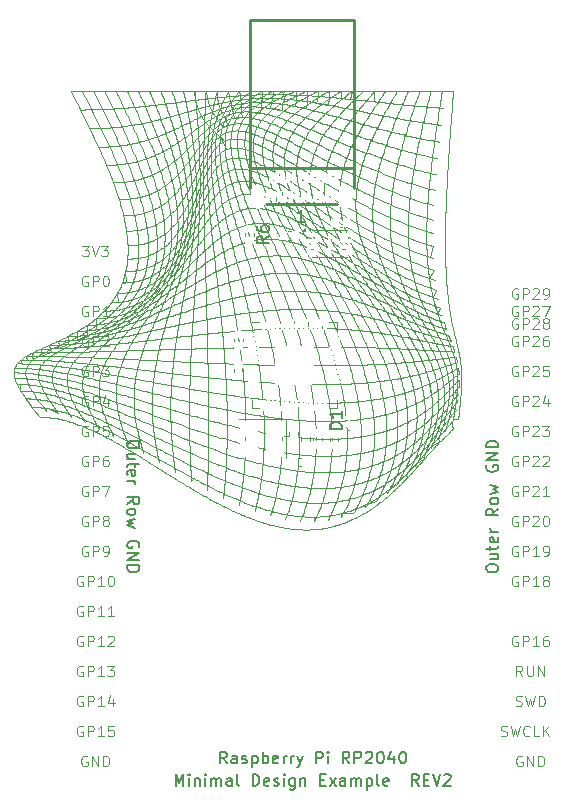
<source format=gbr>
%TF.GenerationSoftware,KiCad,Pcbnew,9.0.2*%
%TF.CreationDate,2026-02-14T14:17:21-05:00*%
%TF.ProjectId,RP2040_minimal_r2,52503230-3430-45f6-9d69-6e696d616c5f,REV2*%
%TF.SameCoordinates,Original*%
%TF.FileFunction,Legend,Top*%
%TF.FilePolarity,Positive*%
%FSLAX46Y46*%
G04 Gerber Fmt 4.6, Leading zero omitted, Abs format (unit mm)*
G04 Created by KiCad (PCBNEW 9.0.2) date 2026-02-14 14:17:21*
%MOMM*%
%LPD*%
G01*
G04 APERTURE LIST*
%ADD10C,0.031749*%
%ADD11C,0.100000*%
%ADD12C,0.150000*%
%ADD13C,0.254000*%
%ADD14C,0.120000*%
G04 APERTURE END LIST*
D10*
X10598299Y21944107D02*
X10378587Y22022212D01*
X10456374Y22710870D02*
X10159196Y22103174D01*
X-17077541Y21679631D02*
X-16456193Y21708523D01*
X-16557476Y22475920D02*
X-16456193Y21708523D01*
X10242697Y24439975D02*
X9848045Y23715757D01*
X-16148854Y23357617D02*
X-15835481Y23365238D01*
X-15862468Y24326627D02*
X-15835481Y23365238D01*
X10140781Y26437368D02*
X9916944Y25491535D01*
X-7617947Y35290854D02*
X-7375059Y34631724D01*
X-7839879Y35805522D02*
X-7543016Y35331494D01*
X-7617947Y35290854D02*
X-7909729Y35751864D01*
X-7909729Y35751864D02*
X-7617947Y35290854D01*
X10808164Y9951499D02*
X10013462Y9547004D01*
X11761934Y11330083D02*
X11846709Y10929397D01*
X9483874Y8505920D02*
X8691710Y8008082D01*
X10604964Y10092787D02*
X10808164Y9951499D01*
X9334648Y8605932D02*
X9483874Y8505920D01*
X7119449Y6273897D02*
X6338400Y5789074D01*
X5391298Y4905151D02*
X4487059Y4610197D01*
X3445341Y3866609D02*
X2585232Y3877405D01*
X-21536510Y12293061D02*
X-22433448Y12702953D01*
X12001964Y14169167D02*
X12223265Y13280803D01*
X12356932Y15119129D02*
X12342961Y14554613D01*
X-25269040Y15297882D02*
X-25330000Y15750000D01*
X12297877Y13944061D02*
X12001964Y14169167D01*
X-25073778Y14785754D02*
X-24751515Y14780038D01*
X-24749611Y14206317D02*
X-24751515Y14780038D01*
X12121345Y12559759D02*
X11815592Y12800426D01*
X-23821240Y13536708D02*
X-23655823Y13524643D01*
X-24340239Y13574562D02*
X-24306063Y13552583D01*
X7833824Y7107968D02*
X8035121Y6917150D01*
X8642180Y7820120D02*
X8573283Y7878223D01*
X9858522Y14830520D02*
X10028068Y13872941D01*
X12291842Y16137668D02*
X12339782Y15644274D01*
X10932624Y20588381D02*
X10744348Y20653786D01*
X11301560Y19435857D02*
X11115188Y19989895D01*
X-19936311Y18527172D02*
X-19153991Y18939286D01*
X11664464Y18432558D02*
X11486346Y18919285D01*
X-21564768Y17795653D02*
X-20690055Y18151570D01*
X11980694Y17513396D02*
X11830833Y17966785D01*
X-23098293Y17146683D02*
X-22201990Y17466724D01*
X12214373Y16607884D02*
X12109597Y17063498D01*
X-24224783Y16839026D02*
X-23719958Y16827911D01*
X-23771075Y17153033D02*
X-23719958Y16827911D01*
X-23047493Y17460374D02*
X-23098293Y17146683D01*
X-22235328Y17776286D02*
X-22201990Y17466724D01*
X-21517778Y18107438D02*
X-21564768Y17795653D01*
X-20749745Y18465577D02*
X-20690055Y18151570D01*
X-19952186Y18861182D02*
X-19936311Y18527172D01*
X-19147958Y19304729D02*
X-19153991Y18939286D01*
X-18359605Y19805428D02*
X-18364686Y19397756D01*
X10758634Y21237988D02*
X10556071Y20721731D01*
X6282203Y5556980D02*
X6192985Y5678584D01*
X4445783Y4336194D02*
X4322275Y4528279D01*
X2390922Y3509422D02*
X2402671Y3830098D01*
X128101Y3169065D02*
X98572Y3536412D01*
X12314067Y11810142D02*
X11994347Y11777123D01*
X9975680Y39609489D02*
X10928182Y39609489D01*
X11194564Y10752232D02*
X11091058Y10827162D01*
X8070680Y39609489D02*
X9023180Y39609489D01*
X9987110Y9370789D02*
X9909640Y9422225D01*
X6165680Y39609489D02*
X7118180Y39609489D01*
X4500074Y38770337D02*
X5171906Y38698582D01*
X5213180Y39609489D02*
X5171906Y38698582D01*
X7905263Y7035260D02*
X7833824Y7107968D01*
X2357903Y38989729D02*
X3174196Y38909084D01*
X3308180Y39609489D02*
X3174196Y38909084D01*
X288440Y38591584D02*
X1259036Y38424261D01*
X1391434Y39077677D02*
X1259036Y38424261D01*
X2355680Y39609489D02*
X2357903Y38989729D01*
X-1539726Y38303612D02*
X-609770Y38100412D01*
X-498326Y38711917D02*
X-609770Y38100412D01*
X439569Y39153877D02*
X288440Y38591584D01*
X1403180Y39609489D02*
X1391434Y39077677D01*
X-3626971Y38137242D02*
X-2648118Y37936264D01*
X-2571919Y38485222D02*
X-2648118Y37936264D01*
X-1416219Y38830344D02*
X-1539726Y38303612D01*
X-497691Y39216106D02*
X-498326Y38711917D01*
X450680Y39609489D02*
X439569Y39153877D01*
X-5282098Y37842284D02*
X-4434374Y37739097D01*
X-4410878Y38238207D02*
X-4434374Y37739097D01*
X-3549184Y38600474D02*
X-3626971Y38137242D01*
X-2451904Y38928134D02*
X-2571919Y38485222D01*
X-1420982Y39262462D02*
X-1416219Y38830344D01*
X-501820Y39609489D02*
X-497691Y39216106D01*
X-6709579Y37307297D02*
X-6015841Y37377782D01*
X-6055211Y37830537D02*
X-6015841Y37377782D01*
X-5265271Y38269322D02*
X-5282098Y37842284D01*
X-4346108Y38643019D02*
X-4410878Y38238207D01*
X-3451394Y38978934D02*
X-3549184Y38600474D01*
X-2480479Y39295164D02*
X-2451904Y38928134D01*
X-1454320Y39609489D02*
X-1420982Y39262462D01*
X-7628424Y36493544D02*
X-7229009Y36683727D01*
X-7333149Y37106319D02*
X-7229009Y36683727D01*
X-6762601Y37704807D02*
X-6709579Y37307297D01*
X-6061561Y38205822D02*
X-6055211Y37830537D01*
X-5231616Y38625557D02*
X-5265271Y38269322D01*
X-4281338Y38983697D02*
X-4346108Y38643019D01*
X-3374876Y39303737D02*
X-3451394Y38978934D01*
X-2406820Y39609489D02*
X-2480479Y39295164D01*
X-8203416Y36047457D02*
X-7909729Y35751864D01*
X-7820194Y36835492D02*
X-7628424Y36493544D01*
X-7502376Y37427629D02*
X-7333149Y37106319D01*
X-6807051Y38050247D02*
X-6762601Y37704807D01*
X-6075214Y38536022D02*
X-6061561Y38205822D01*
X-5221774Y38944009D02*
X-5231616Y38625557D01*
X-4257844Y39293894D02*
X-4281338Y38983697D01*
X-3359318Y39609489D02*
X-3374876Y39303737D01*
X-8488848Y36277009D02*
X-8203416Y36047457D01*
X-8019266Y37133942D02*
X-7820194Y36835492D01*
X-7705576Y37724809D02*
X-7502376Y37427629D01*
X-6883250Y38378542D02*
X-6807051Y38050247D01*
X-6135857Y38856697D02*
X-6075214Y38536022D01*
X-5274479Y39259922D02*
X-5221774Y38944009D01*
X-4311818Y39609489D02*
X-4257844Y39293894D01*
X-8752373Y36576094D02*
X-8488848Y36277009D01*
X-8276759Y37438742D02*
X-8019266Y37133942D01*
X-7882106Y38085172D02*
X-7705576Y37724809D01*
X-7028349Y38725252D02*
X-6883250Y38378542D01*
X-6136174Y39212297D02*
X-6135857Y38856697D01*
X-5264319Y39609489D02*
X-5274479Y39259922D01*
X-4904909Y4041552D02*
X-4816643Y4403504D01*
X-9108926Y36925662D02*
X-8752373Y36576094D01*
X-8530758Y37841649D02*
X-8276759Y37438742D01*
X-8029426Y38527449D02*
X-7882106Y38085172D01*
X-7132807Y39137367D02*
X-7028349Y38725252D01*
X-6216819Y39609489D02*
X-6136174Y39212297D01*
X-9491831Y37421279D02*
X-9108926Y36925662D01*
X-8771423Y38351554D02*
X-8530758Y37841649D01*
X-8122453Y39043704D02*
X-8029426Y38527449D01*
X-7169319Y39609489D02*
X-7132807Y39137367D01*
X-9756626Y38089617D02*
X-9491831Y37421279D01*
X-8967639Y38951629D02*
X-8771423Y38351554D01*
X-8121819Y39609489D02*
X-8122453Y39043704D01*
X-9952206Y38833837D02*
X-9756626Y38089617D01*
X-9074319Y39609489D02*
X-8967639Y38951629D01*
X-25046791Y16512001D02*
X-24724845Y16509460D01*
X-24710558Y16842518D02*
X-24724845Y16509460D01*
X-24255580Y17154302D02*
X-24224783Y16839026D01*
X-23695193Y17458786D02*
X-23771075Y17153033D01*
X-23044953Y17767713D02*
X-23047493Y17460374D01*
X-22322958Y18092515D02*
X-22235328Y17776286D01*
X-21549845Y18444623D02*
X-21517778Y18107438D01*
X-20747523Y18835148D02*
X-20749745Y18465577D01*
X-19938216Y19273614D02*
X-19952186Y18861182D01*
X-19144783Y19769867D02*
X-19147958Y19304729D01*
X-18389451Y20331525D02*
X-18359605Y19805428D01*
X-10026819Y39609489D02*
X-9952206Y38833837D01*
X-10307806Y6574252D02*
X-10095398Y6782212D01*
X-11931818Y39609489D02*
X-10979319Y39609489D01*
X-13836818Y39609489D02*
X-12884318Y39609489D01*
X-15741818Y39609489D02*
X-14789318Y39609489D01*
X-17646818Y39609489D02*
X-16694318Y39609489D01*
X-19551818Y39609489D02*
X-18599318Y39609489D01*
X-22570925Y12489593D02*
X-22604263Y12729941D01*
X-20449073Y11971751D02*
X-20449391Y12177173D01*
X-18125926Y10994167D02*
X-18081476Y11177366D01*
X-15631646Y9665748D02*
X-15534174Y9841643D01*
X-13081582Y8450142D02*
X-13080851Y8449725D01*
X11744474Y10843354D02*
X11846709Y10929397D01*
X11642238Y10754773D02*
X11744474Y10843354D01*
X11539366Y10663332D02*
X11642238Y10754773D01*
X11436179Y10569037D02*
X11539366Y10663332D01*
X11332677Y10472198D02*
X11436179Y10569037D01*
X11228852Y10372819D02*
X11246664Y10389868D01*
X11332677Y10472198D01*
X11124394Y10271221D02*
X11228852Y10372819D01*
X11019621Y10166763D02*
X11075510Y10222484D01*
X11124394Y10271221D01*
X10913892Y10060401D02*
X11019621Y10166763D01*
X10808164Y9951499D02*
X10825441Y9969294D01*
X10913892Y10060401D01*
X10701486Y9840691D02*
X10808164Y9951499D01*
X10594168Y9727977D02*
X10634655Y9770499D01*
X10701486Y9840691D01*
X10486539Y9613043D02*
X10557539Y9688862D01*
X10594168Y9727977D01*
X10377954Y9496203D02*
X10447904Y9571471D01*
X10486539Y9613043D01*
X10268731Y9377776D02*
X10377954Y9496203D01*
X10158879Y9257445D02*
X10268731Y9377776D01*
X10048388Y9135522D02*
X10158879Y9257445D01*
X9936946Y9012333D02*
X10048388Y9135522D01*
X9824867Y8887555D02*
X9936946Y9012333D01*
X9712157Y8761506D02*
X9824867Y8887555D01*
X9598172Y8634507D02*
X9712157Y8761506D01*
X9483874Y8505920D02*
X9548069Y8578140D01*
X9598172Y8634507D01*
X9368303Y8376698D02*
X9483874Y8505920D01*
X9251780Y8246521D02*
X9368303Y8376698D01*
X9134624Y8115396D02*
X9251780Y8246521D01*
X9016511Y7983633D02*
X9134624Y8115396D01*
X8897449Y7851237D02*
X8929273Y7886624D01*
X9016511Y7983633D01*
X8777118Y7718522D02*
X8872901Y7824161D01*
X8897449Y7851237D01*
X8656151Y7585489D02*
X8709776Y7644463D01*
X8777118Y7718522D01*
X8533913Y7451818D02*
X8656151Y7585489D01*
X8411040Y7318155D02*
X8533913Y7451818D01*
X8286580Y7184484D02*
X8411040Y7318155D01*
X8161486Y7050821D02*
X8218068Y7111280D01*
X8286580Y7184484D01*
X8035121Y6917150D02*
X8116208Y7002924D01*
X8161486Y7050821D01*
X7907802Y6783802D02*
X8035121Y6917150D01*
X7779217Y6650768D02*
X7907802Y6783802D01*
X7649358Y6518372D02*
X7779217Y6650768D01*
X7518548Y6386291D02*
X7649358Y6518372D01*
X7386787Y6254843D02*
X7458648Y6326534D01*
X7518548Y6386291D01*
X7253437Y6124351D02*
X7386787Y6254843D01*
X7119134Y5994496D02*
X7168588Y6042312D01*
X7253437Y6124351D01*
X6983878Y5865909D02*
X7072592Y5950248D01*
X7119134Y5994496D01*
X6847036Y5738273D02*
X6983878Y5865909D01*
X6708923Y5611590D02*
X6801320Y5696340D01*
X6847036Y5738273D01*
X6569858Y5486496D02*
X6645175Y5554247D01*
X6708923Y5611590D01*
X6429522Y5362669D02*
X6514178Y5437367D01*
X6569858Y5486496D01*
X6287918Y5240116D02*
X6340404Y5285541D01*
X6429522Y5362669D01*
X6145042Y5119146D02*
X6287918Y5240116D01*
X6000579Y5000083D02*
X6065796Y5053833D01*
X6145042Y5119146D01*
X5855164Y4882610D02*
X5926726Y4940421D01*
X6000579Y5000083D01*
X5708480Y4767041D02*
X5762768Y4809813D01*
X5855164Y4882610D01*
X5560526Y4653058D02*
X5708480Y4767041D01*
X5411300Y4541617D02*
X5560526Y4653058D01*
X5260487Y4431761D02*
X5344445Y4492919D01*
X5411300Y4541617D01*
X5108724Y4324446D02*
X5193308Y4384258D01*
X5260487Y4431761D01*
X4955688Y4219351D02*
X5108724Y4324446D01*
X4801067Y4116482D02*
X4955688Y4219351D01*
X4645172Y4016152D02*
X4801067Y4116482D01*
X4488009Y3918362D02*
X4645172Y4016152D01*
X4329577Y3823114D02*
X4400420Y3865704D01*
X4488009Y3918362D01*
X4169876Y3730719D02*
X4329577Y3823114D01*
X4008903Y3640870D02*
X4082417Y3681902D01*
X4169876Y3730719D01*
X3846662Y3553873D02*
X3924561Y3595644D01*
X4008903Y3640870D01*
X3682830Y3469736D02*
X3777705Y3518459D01*
X3846662Y3553873D01*
X3518048Y3388459D02*
X3658841Y3457903D01*
X3682830Y3469736D01*
X3351679Y3310350D02*
X3434223Y3349104D01*
X3518048Y3388459D01*
X3184038Y3235104D02*
X3351679Y3310350D01*
X3015446Y3163030D02*
X3184038Y3235104D01*
X2845266Y3094454D02*
X3015446Y3163030D01*
X2673817Y3028726D02*
X2845266Y3094454D01*
X2501097Y2966499D02*
X2673817Y3028726D01*
X2327105Y2907444D02*
X2403646Y2933423D01*
X2501097Y2966499D01*
X2151847Y2851883D02*
X2327105Y2907444D01*
X1975317Y2799811D02*
X2061760Y2825310D01*
X2151847Y2851883D01*
X1797833Y2751233D02*
X1975317Y2799811D01*
X1618763Y2705834D02*
X1797833Y2751233D01*
X1438741Y2664240D02*
X1557902Y2691771D01*
X1618763Y2705834D01*
X1257132Y2626458D02*
X1379292Y2651871D01*
X1438741Y2664240D01*
X1074570Y2591847D02*
X1175772Y2611034D01*
X1257132Y2626458D01*
X891052Y2561049D02*
X989529Y2577576D01*
X1074570Y2591847D01*
X705949Y2534063D02*
X891052Y2561049D01*
X519896Y2510571D02*
X611304Y2522113D01*
X705949Y2534063D01*
X332572Y2490568D02*
X503040Y2508771D01*
X519896Y2510571D01*
X144293Y2474693D02*
X275464Y2485752D01*
X332572Y2490568D01*
X-45254Y2462308D02*
X50288Y2468551D01*
X144293Y2474693D01*
X-236072Y2453735D02*
X-127198Y2458626D01*
X-45254Y2462308D01*
X-427523Y2448655D02*
X-331483Y2451203D01*
X-236072Y2453735D01*
X-620564Y2447707D02*
X-427523Y2448655D01*
X-814240Y2450245D02*
X-749824Y2449400D01*
X-620564Y2447707D01*
X-1009183Y2456591D02*
X-898165Y2452977D01*
X-814240Y2450245D01*
X-1205082Y2466753D02*
X-1009183Y2456591D01*
X-1401932Y2480721D02*
X-1205082Y2466753D01*
X-1599735Y2498185D02*
X-1429997Y2483199D01*
X-1401932Y2480721D01*
X-1798490Y2519458D02*
X-1599735Y2498185D01*
X-1998515Y2544222D02*
X-1925478Y2535181D01*
X-1798490Y2519458D01*
X-2199175Y2572797D02*
X-2133330Y2563421D01*
X-1998515Y2544222D01*
X-2400787Y2605185D02*
X-2199175Y2572797D01*
X-2603352Y2641062D02*
X-2507417Y2624071D01*
X-2400787Y2605185D01*
X-2806552Y2680430D02*
X-2688092Y2657480D01*
X-2603352Y2641062D01*
X-3010705Y2723610D02*
X-2806552Y2680430D01*
X-3215809Y2770284D02*
X-3010705Y2723610D01*
X-3421550Y2820132D02*
X-3311526Y2793475D01*
X-3215809Y2770284D01*
X-3627925Y2873786D02*
X-3421550Y2820132D01*
X-3835251Y2930622D02*
X-3793098Y2919067D01*
X-3627925Y2873786D01*
X-4043213Y2990948D02*
X-3972990Y2970577D01*
X-3835251Y2930622D01*
X-4252129Y3054449D02*
X-4176227Y3031377D01*
X-4043213Y2990948D01*
X-4461360Y3121440D02*
X-4344111Y3083899D01*
X-4252129Y3054449D01*
X-4671545Y3191606D02*
X-4562243Y3155118D01*
X-4461360Y3121440D01*
X-4882049Y3264632D02*
X-4671545Y3191606D01*
X-5093186Y3341148D02*
X-4983466Y3301385D01*
X-4882049Y3264632D01*
X-5304959Y3420520D02*
X-5093186Y3341148D01*
X-5517366Y3502757D02*
X-5304959Y3420520D01*
X-5730092Y3588161D02*
X-5630460Y3548161D01*
X-5517366Y3502757D01*
X-5943452Y3676429D02*
X-5730092Y3588161D01*
X-6157128Y3767234D02*
X-5962174Y3684385D01*
X-5943452Y3676429D01*
X-6371441Y3860896D02*
X-6267745Y3815577D01*
X-6157128Y3767234D01*
X-6586071Y3957096D02*
X-6569757Y3949784D01*
X-6371441Y3860896D01*
X-6801019Y4056156D02*
X-6704377Y4011618D01*
X-6586071Y3957096D01*
X-7016283Y4157443D02*
X-6801019Y4056156D01*
X-7231866Y4260945D02*
X-7016283Y4157443D01*
X-7447766Y4366993D02*
X-7343742Y4315897D01*
X-7231866Y4260945D01*
X-7663983Y4475578D02*
X-7642438Y4464758D01*
X-7447766Y4366993D01*
X-7880201Y4585749D02*
X-7663983Y4475578D01*
X-8097054Y4698458D02*
X-7880201Y4585749D01*
X-8313589Y4812763D02*
X-8097054Y4698458D01*
X-8530758Y4929280D02*
X-8418694Y4869155D01*
X-8313589Y4812763D01*
X-8747611Y5047394D02*
X-8597341Y4965547D01*
X-8530758Y4929280D01*
X-8964781Y5167405D02*
X-8747611Y5047394D01*
X-9181952Y5289013D02*
X-9115740Y5251938D01*
X-8964781Y5167405D01*
X-9399121Y5411884D02*
X-9181952Y5289013D01*
X-9616291Y5536341D02*
X-9399121Y5411884D01*
X-9833461Y5662076D02*
X-9709160Y5590109D01*
X-9616291Y5536341D01*
X-10050631Y5789074D02*
X-9833461Y5662076D01*
X-10267483Y5917343D02*
X-10050631Y5789074D01*
X-10484336Y6046249D02*
X-10323350Y5950552D01*
X-10267483Y5917343D01*
X-10701188Y6176423D02*
X-10584824Y6106571D01*
X-10484336Y6046249D01*
X-10917723Y6307233D02*
X-10813935Y6244534D01*
X-10701188Y6176423D01*
X-11133940Y6438996D02*
X-10917723Y6307233D01*
X-11350158Y6571077D02*
X-11236813Y6501838D01*
X-11133940Y6438996D01*
X-11566058Y6703788D02*
X-11390249Y6595721D01*
X-11350158Y6571077D01*
X-11781640Y6837144D02*
X-11566058Y6703788D01*
X-11996906Y6970492D02*
X-11781640Y6837144D01*
X-12211535Y7104159D02*
X-11996906Y6970492D01*
X-12426166Y7237826D02*
X-12402193Y7222896D01*
X-12211535Y7104159D01*
X-12640161Y7371493D02*
X-12573930Y7330123D01*
X-12426166Y7237826D01*
X-12853838Y7505160D02*
X-12665617Y7387417D01*
X-12640161Y7371493D01*
X-13066881Y7638509D02*
X-12853838Y7505160D01*
X-13279606Y7771542D02*
X-13066881Y7638509D01*
X-13492013Y7904257D02*
X-13279606Y7771542D01*
X-13703468Y8036338D02*
X-13619755Y7984048D01*
X-13492013Y7904257D01*
X-13914606Y8167782D02*
X-13803810Y8098806D01*
X-13703468Y8036338D01*
X-14125108Y8298593D02*
X-14010993Y8227679D01*
X-13914606Y8167782D01*
X-14334976Y8428451D02*
X-14125108Y8298593D01*
X-14544208Y8557354D02*
X-14334976Y8428451D01*
X-14752806Y8685308D02*
X-14544208Y8557354D01*
X-14960451Y8811991D02*
X-14752806Y8685308D01*
X-15167461Y8937721D02*
X-14960451Y8811991D01*
X-15373836Y9061863D02*
X-15167461Y8937721D01*
X-15579576Y9184417D02*
X-15373836Y9061863D01*
X-15784363Y9305702D02*
X-15579576Y9184417D01*
X-15988198Y9425400D02*
X-15784363Y9305702D01*
X-16191398Y9543194D02*
X-15988198Y9425400D01*
X-16393646Y9659079D02*
X-16191398Y9543194D01*
X-16594941Y9773064D02*
X-16393646Y9659079D01*
X-16795601Y9885458D02*
X-16594941Y9773064D01*
X-16994991Y9995314D02*
X-16795601Y9885458D01*
X-17193746Y10103262D02*
X-16994991Y9995314D01*
X-17391230Y10208672D02*
X-17193746Y10103262D01*
X-17588081Y10312178D02*
X-17391230Y10208672D01*
X-17783660Y10412826D02*
X-17588081Y10312178D01*
X-17978288Y10511250D02*
X-17783660Y10412826D01*
X-18171963Y10607135D02*
X-17978288Y10511250D01*
X-18364368Y10700162D02*
X-18171963Y10607135D01*
X-18555821Y10790333D02*
X-18364368Y10700162D01*
X-18746003Y10877963D02*
X-18555821Y10790333D01*
X-18935233Y10962735D02*
X-18856118Y10927293D01*
X-18746003Y10877963D01*
X-19123511Y11044651D02*
X-19004515Y10992879D01*
X-18935233Y10962735D01*
X-19310518Y11123390D02*
X-19123511Y11044651D01*
X-19496256Y11198956D02*
X-19310518Y11123390D01*
X-19681041Y11271662D02*
X-19496256Y11198956D01*
X-19864238Y11341194D02*
X-19744037Y11295572D01*
X-19681041Y11271662D01*
X-20046801Y11407554D02*
X-19864238Y11341194D01*
X-20227776Y11470417D02*
X-20046801Y11407554D01*
X-20407481Y11530108D02*
X-20227776Y11470417D01*
X-20586233Y11586305D02*
X-20407481Y11530108D01*
X-20763715Y11639010D02*
X-20586233Y11586305D01*
X-20939928Y11688540D02*
X-20763715Y11639010D01*
X-21114553Y11734260D02*
X-20939928Y11688540D01*
X-21288225Y11776487D02*
X-21114553Y11734260D01*
X-21460628Y11815223D02*
X-21288225Y11776487D01*
X-21631760Y11850466D02*
X-21460628Y11815223D01*
X-21801623Y11881897D02*
X-21631760Y11850466D01*
X-21970215Y11909838D02*
X-21958231Y11907852D01*
X-21801623Y11881897D01*
X-22137220Y11933969D02*
X-21970215Y11909838D01*
X-22303273Y11954605D02*
X-22137220Y11933969D01*
X-22468055Y11971432D02*
X-22303273Y11954605D01*
X-22631250Y11984449D02*
X-22472283Y11971769D01*
X-22468055Y11971432D01*
X-22793175Y11993974D02*
X-22631250Y11984449D01*
X-22954148Y11999374D02*
X-22846529Y11995763D01*
X-22793175Y11993974D01*
X-23117099Y12001322D02*
X-22954148Y11999374D01*
X11906397Y11693621D02*
X11994347Y11777123D01*
X11817815Y11607259D02*
X11906397Y11693621D01*
X11728913Y11518360D02*
X11817815Y11607259D01*
X11639382Y11426921D02*
X11679288Y11467678D01*
X11728913Y11518360D01*
X11549528Y11332942D02*
X11601915Y11387734D01*
X11639382Y11426921D01*
X11459038Y11236420D02*
X11549528Y11332942D01*
X11367917Y11137359D02*
X11459038Y11236420D01*
X11276478Y11036078D02*
X11367917Y11137359D01*
X11184087Y10932572D02*
X11273492Y11032733D01*
X11276478Y11036078D01*
X11091058Y10827162D02*
X11184087Y10932572D01*
X10997396Y10719213D02*
X11064119Y10796114D01*
X11091058Y10827162D01*
X10902782Y10609675D02*
X10997396Y10719213D01*
X10807530Y10497915D02*
X10902782Y10609675D01*
X10711327Y10384569D02*
X10807530Y10497915D01*
X10614489Y10269317D02*
X10697004Y10367522D01*
X10711327Y10384569D01*
X10516700Y10152475D02*
X10614489Y10269317D01*
X10417959Y10034048D02*
X10516700Y10152475D01*
X10318261Y9914350D02*
X10364697Y9970102D01*
X10417959Y10034048D01*
X10217616Y9793067D02*
X10318261Y9914350D01*
X10116014Y9670511D02*
X10217616Y9793067D01*
X10013462Y9547004D02*
X10116014Y9670511D01*
X9909640Y9422225D02*
X10013462Y9547004D01*
X9804865Y9296496D02*
X9851834Y9352858D01*
X9909640Y9422225D01*
X9698821Y9170131D02*
X9804865Y9296496D01*
X9591822Y9042814D02*
X9698821Y9170131D01*
X9483555Y8914860D02*
X9591822Y9042814D01*
X9374336Y8786272D02*
X9389507Y8804134D01*
X9483555Y8914860D01*
X9263847Y8657051D02*
X9369244Y8780317D01*
X9374336Y8786272D01*
X9151768Y8527511D02*
X9211217Y8596222D01*
X9263847Y8657051D01*
X9038737Y8397972D02*
X9151768Y8527511D01*
X8924439Y8268113D02*
X9038737Y8397972D01*
X8808868Y8137940D02*
X8899656Y8240199D01*
X8924439Y8268113D01*
X8691710Y8008082D02*
X8808868Y8137940D01*
X8573283Y7878223D02*
X8691710Y8008082D01*
X8453585Y7748683D02*
X8573283Y7878223D01*
X8332618Y7619462D02*
X8453585Y7748683D01*
X8210064Y7490874D02*
X8332618Y7619462D01*
X8086237Y7362602D02*
X8163836Y7442987D01*
X8210064Y7490874D01*
X7960824Y7234970D02*
X8086237Y7362602D01*
X7833824Y7107968D02*
X7960824Y7234970D01*
X7705555Y6981922D02*
X7833824Y7107968D01*
X7575697Y6856828D02*
X7705555Y6981922D01*
X7444571Y6732682D02*
X7575697Y6856828D01*
X7311540Y6609811D02*
X7444571Y6732682D01*
X7177235Y6488211D02*
X7233923Y6539537D01*
X7311540Y6609811D01*
X7041345Y6367878D02*
X7139157Y6454491D01*
X7177235Y6488211D01*
X6903868Y6248815D02*
X7041345Y6367878D01*
X6764803Y6131338D02*
X6903868Y6248815D01*
X6624469Y6015451D02*
X6764803Y6131338D01*
X6482227Y5901149D02*
X6624469Y6015451D01*
X6338400Y5789074D02*
X6420396Y5852968D01*
X6482227Y5901149D01*
X6192985Y5678584D02*
X6293442Y5754915D01*
X6338400Y5789074D01*
X6045982Y5569999D02*
X6192985Y5678584D01*
X5897392Y5463318D02*
X6045982Y5569999D01*
X5747216Y5359179D02*
X5897392Y5463318D01*
X5595449Y5256944D02*
X5657254Y5298578D01*
X5747216Y5359179D01*
X5442099Y5156932D02*
X5507455Y5199555D01*
X5595449Y5256944D01*
X5286842Y5059461D02*
X5442099Y5156932D01*
X5130314Y4964524D02*
X5157041Y4980735D01*
X5286842Y5059461D01*
X4971882Y4871818D02*
X5025280Y4903064D01*
X5130314Y4964524D01*
X4811861Y4781961D02*
X4971882Y4871818D01*
X4650254Y4694649D02*
X4725329Y4735210D01*
X4811861Y4781961D01*
X4487059Y4610197D02*
X4650254Y4694649D01*
X4322275Y4528279D02*
X4487059Y4610197D01*
X4155589Y4449540D02*
X4322275Y4528279D01*
X3987631Y4373339D02*
X4155589Y4449540D01*
X3817768Y4300317D02*
X3905710Y4338122D01*
X3987631Y4373339D01*
X3646634Y4230466D02*
X3794797Y4290941D01*
X3817768Y4300317D01*
X3473599Y4163471D02*
X3646634Y4230466D01*
X3298974Y4099974D02*
X3473599Y4163471D01*
X3123077Y4039333D02*
X3285016Y4095162D01*
X3298974Y4099974D01*
X2945278Y3982182D02*
X3082512Y4026293D01*
X3123077Y4039333D01*
X2765890Y3928206D02*
X2945278Y3982182D01*
X2585232Y3877405D02*
X2642660Y3893554D01*
X2765890Y3928206D01*
X2402671Y3830098D02*
X2454420Y3843507D01*
X2585232Y3877405D01*
X2218838Y3786281D02*
X2308796Y3807723D01*
X2402671Y3830098D01*
X2033418Y3745958D02*
X2183174Y3778526D01*
X2218838Y3786281D01*
X1846411Y3708813D02*
X1966371Y3732641D01*
X2033418Y3745958D01*
X1658134Y3675477D02*
X1761628Y3693801D01*
X1846411Y3708813D01*
X1468269Y3645630D02*
X1658134Y3675477D01*
X1276817Y3618959D02*
X1468269Y3645630D01*
X1083776Y3596419D02*
X1276817Y3618959D01*
X889467Y3577050D02*
X1083776Y3596419D01*
X693885Y3561493D02*
X889467Y3577050D01*
X496718Y3549427D02*
X594781Y3555428D01*
X693885Y3561493D01*
X298281Y3541172D02*
X455721Y3547722D01*
X496718Y3549427D01*
X98572Y3536412D02*
X298281Y3541172D01*
X-102721Y3535141D02*
X-2233Y3535775D01*
X98572Y3536412D01*
X-304969Y3537682D02*
X-102721Y3535141D01*
X-508803Y3544029D02*
X-304969Y3537682D01*
X-713909Y3553873D02*
X-634678Y3550071D01*
X-508803Y3544029D01*
X-920284Y3567210D02*
X-713909Y3553873D01*
X-1127612Y3584352D02*
X-920284Y3567210D01*
X-1336526Y3604992D02*
X-1127612Y3584352D01*
X-1546394Y3629122D02*
X-1442796Y3617211D01*
X-1336526Y3604992D01*
X-1757213Y3657060D02*
X-1546394Y3629122D01*
X-1969621Y3688495D02*
X-1757213Y3657060D01*
X-2182664Y3723099D02*
X-2075132Y3705633D01*
X-1969621Y3688495D01*
X-2396976Y3761521D02*
X-2180820Y3722768D01*
X-2612240Y3803427D02*
X-2490042Y3779639D01*
X-2396976Y3761521D01*
X-2828775Y3848515D02*
X-2753607Y3832864D01*
X-2612240Y3803427D01*
X-3046264Y3897408D02*
X-2960187Y3878057D01*
X-2828775Y3848515D01*
X-3264387Y3949161D02*
X-3046264Y3897408D01*
X-3483778Y4004722D02*
X-3264387Y3949161D01*
X-3703805Y4063144D02*
X-3483778Y4004722D01*
X-3924786Y4125055D02*
X-3907398Y4120184D01*
X-3703805Y4063144D01*
X-4146719Y4189827D02*
X-3924786Y4125055D01*
X-4369286Y4258085D02*
X-4146719Y4189827D01*
X-4592489Y4329211D02*
X-4369286Y4258085D01*
X-4816643Y4403504D02*
X-4592489Y4329211D01*
X-5041435Y4480654D02*
X-4943662Y4447097D01*
X-4816643Y4403504D01*
X-5267176Y4560663D02*
X-5041435Y4480654D01*
X-5493236Y4643533D02*
X-5267176Y4560663D01*
X-5719931Y4729260D02*
X-5493236Y4643533D01*
X-5947262Y4817520D02*
X-5719931Y4729260D01*
X-6174909Y4908648D02*
X-5947262Y4817520D01*
X-6403509Y5001991D02*
X-6282320Y4952507D01*
X-6174909Y4908648D01*
X-6632109Y5098195D02*
X-6586968Y5079198D01*
X-6403509Y5001991D01*
X-6861344Y5196618D02*
X-6760508Y5153324D01*
X-6632109Y5098195D01*
X-7090896Y5297267D02*
X-6861344Y5196618D01*
X-7321084Y5400455D02*
X-7090896Y5297267D01*
X-7551271Y5505546D02*
X-7321084Y5400455D01*
X-7781776Y5612861D02*
X-7550841Y5505346D01*
X-8012598Y5722398D02*
X-7887610Y5663085D01*
X-7781776Y5612861D01*
X-8243739Y5833521D02*
X-8012598Y5722398D01*
X-8474878Y5946552D02*
X-8243739Y5833521D01*
X-8706336Y6061487D02*
X-8474878Y5946552D01*
X-8937794Y6178012D02*
X-8818048Y6117727D01*
X-8706336Y6061487D01*
X-9169251Y6296122D02*
X-8937794Y6178012D01*
X-9401027Y6415500D02*
X-9232289Y6328591D01*
X-9169251Y6296122D01*
X-9632483Y6536467D02*
X-9510307Y6472613D01*
X-9401027Y6415500D01*
X-9863941Y6658708D02*
X-9757192Y6602330D01*
X-9632483Y6536467D01*
X-10095398Y6782212D02*
X-9962195Y6711135D01*
X-9863941Y6658708D01*
X-10326856Y6906673D02*
X-10216557Y6847362D01*
X-10095398Y6782212D01*
X-10557996Y7032085D02*
X-10326856Y6906673D01*
X-10788819Y7158450D02*
X-10557996Y7032085D01*
X-11019641Y7285767D02*
X-10788819Y7158450D01*
X-11250146Y7413721D02*
X-11019641Y7285767D01*
X-11480333Y7541990D02*
X-11250146Y7413721D01*
X-11710521Y7671215D02*
X-11511677Y7559586D01*
X-11480333Y7541990D01*
X-11939756Y7800436D02*
X-11710521Y7671215D01*
X-12168991Y7930291D02*
X-11939756Y7800436D01*
X-12397591Y8060149D02*
X-12168991Y7930291D01*
X-12625874Y8190008D02*
X-12397591Y8060149D01*
X-12853521Y8319866D02*
X-12625874Y8190008D01*
X-13081582Y8450142D02*
X-12853521Y8319866D01*
X-13307228Y8579264D02*
X-13080851Y8449725D01*
X-13533289Y8708804D02*
X-13453679Y8663184D01*
X-13307228Y8579264D01*
X-13758713Y8837707D02*
X-13533289Y8708804D01*
X-13983186Y8965978D02*
X-13931384Y8936377D01*
X-13758713Y8837707D01*
X-14207341Y9093613D02*
X-13983186Y8965978D01*
X-14430543Y9220613D02*
X-14207341Y9093613D01*
X-14652793Y9346978D02*
X-14430543Y9220613D01*
X-14874408Y9472391D02*
X-14834363Y9449729D01*
X-14652793Y9346978D01*
X-15095388Y9596534D02*
X-14874408Y9472391D01*
X-15315098Y9719724D02*
X-15095388Y9596534D01*
X-15534174Y9841643D02*
X-15418861Y9777470D01*
X-15315098Y9719724D01*
X-15752296Y9962293D02*
X-15534174Y9841643D01*
X-15969466Y10081672D02*
X-15752296Y9962293D01*
X-16185366Y10199466D02*
X-15969466Y10081672D01*
X-16400631Y10315670D02*
X-16185366Y10199466D01*
X-16614625Y10429972D02*
X-16400631Y10315670D01*
X-16827668Y10542684D02*
X-16614625Y10429972D01*
X-17039441Y10653490D02*
X-16827668Y10542684D01*
X-17250261Y10762711D02*
X-17039441Y10653490D01*
X-17459811Y10869390D02*
X-17250261Y10762711D01*
X-17668091Y10974165D02*
X-17459811Y10869390D01*
X-17875418Y11077037D02*
X-17668091Y10974165D01*
X-18081476Y11177366D02*
X-17875418Y11077037D01*
X-18286263Y11275156D02*
X-18081476Y11177366D01*
X-18489463Y11370724D02*
X-18286263Y11275156D01*
X-18691711Y11463750D02*
X-18489463Y11370724D01*
X-18892688Y11554238D02*
X-18691711Y11463750D01*
X-19092078Y11642187D02*
X-18892688Y11554238D01*
X-19290198Y11727276D02*
X-19092078Y11642187D01*
X-19487048Y11809507D02*
X-19290198Y11727276D01*
X-19682311Y11888883D02*
X-19487048Y11809507D01*
X-19876303Y11965718D02*
X-19682311Y11888883D01*
X-20068708Y12039061D02*
X-19876303Y11965718D01*
X-20259526Y12109862D02*
X-20068708Y12039061D01*
X-20449391Y12177173D02*
X-20259526Y12109862D01*
X-20637350Y12241626D02*
X-20449391Y12177173D01*
X-20824040Y12302903D02*
X-20637350Y12241626D01*
X-21008825Y12360689D02*
X-20824040Y12302903D01*
X-21192340Y12415298D02*
X-21008825Y12360689D01*
X-21374585Y12466733D02*
X-21192340Y12415298D01*
X-21554925Y12514675D02*
X-21374585Y12466733D01*
X-21733678Y12559126D02*
X-21554925Y12514675D01*
X-21911160Y12600401D02*
X-21775611Y12568877D01*
X-21733678Y12559126D01*
X-22086738Y12637865D02*
X-21911160Y12600401D01*
X-22261045Y12672157D02*
X-22222223Y12664519D01*
X-22086738Y12637865D01*
X-22433448Y12702953D02*
X-22261045Y12672157D01*
X-22604263Y12729941D02*
X-22548908Y12721195D01*
X-22433448Y12702953D01*
X-22773808Y12753436D02*
X-22604263Y12729941D01*
X-22941448Y12773438D02*
X-22773808Y12753436D01*
X-23107500Y12789632D02*
X-22941448Y12773438D01*
X-23271965Y12802330D02*
X-23190373Y12796030D01*
X-23107500Y12789632D01*
X-23434843Y12811537D02*
X-23271965Y12802330D01*
X-23595815Y12816937D02*
X-23488797Y12813347D01*
X-23434843Y12811537D01*
X-23755518Y12818841D02*
X-23659468Y12817696D01*
X-23595815Y12816937D01*
X12045147Y12480385D02*
X12121345Y12559759D01*
X11968628Y12398154D02*
X12045147Y12480385D01*
X11891478Y12313382D02*
X11927079Y12352500D01*
X11968628Y12398154D01*
X11813687Y12226385D02*
X11891478Y12313382D01*
X11735582Y12136533D02*
X11811290Y12223628D01*
X11813687Y12226385D01*
X11656524Y12044775D02*
X11686552Y12079628D01*
X11735582Y12136533D01*
X11576833Y11950478D02*
X11656524Y12044775D01*
X11496505Y11853957D02*
X11576833Y11950478D01*
X11415543Y11755216D02*
X11496505Y11853957D01*
X11333629Y11654568D02*
X11415543Y11755216D01*
X11251078Y11552015D02*
X11333629Y11654568D01*
X11167259Y11447240D02*
X11251078Y11552015D01*
X11082804Y11340879D02*
X11167259Y11447240D01*
X10997396Y11232928D02*
X11082804Y11340879D01*
X10910717Y11123072D02*
X10997396Y11232928D01*
X10823405Y11011947D02*
X10910717Y11123072D01*
X10734823Y10898918D02*
X10823405Y11011947D01*
X10644969Y10784936D02*
X10734823Y10898918D01*
X10554482Y10669366D02*
X10632241Y10768679D01*
X10644969Y10784936D01*
X10462409Y10552843D02*
X10554482Y10669366D01*
X10369062Y10435051D02*
X10462409Y10552843D01*
X10274766Y10315989D02*
X10369062Y10435051D01*
X10179196Y10196289D02*
X10274766Y10315989D01*
X10082359Y10075641D02*
X10179196Y10196289D01*
X9983936Y9954355D02*
X10082359Y10075641D01*
X9884241Y9832436D02*
X9983936Y9954355D01*
X9783275Y9709882D02*
X9884241Y9832436D01*
X9680723Y9587007D02*
X9783275Y9709882D01*
X9576900Y9463501D02*
X9638789Y9537123D01*
X9680723Y9587007D01*
X9471490Y9339993D02*
X9576900Y9463501D01*
X9364811Y9216167D02*
X9471490Y9339993D01*
X9256226Y9092344D02*
X9305934Y9149028D01*
X9364811Y9216167D01*
X9146370Y8968517D02*
X9256226Y9092344D01*
X9034928Y8845009D02*
X9146370Y8968517D01*
X8921897Y8721504D02*
X9034928Y8845009D01*
X8806964Y8598315D02*
X8921897Y8721504D01*
X8690760Y8475440D02*
X8806964Y8598315D01*
X8572647Y8353521D02*
X8660536Y8444243D01*
X8690760Y8475440D01*
X8452949Y8231917D02*
X8508150Y8287997D01*
X8572647Y8353521D01*
X8331349Y8110950D02*
X8452949Y8231917D01*
X8208159Y7990617D02*
X8331349Y8110950D01*
X8083380Y7871554D02*
X8208159Y7990617D01*
X7956697Y7753444D02*
X7981696Y7776751D01*
X8083380Y7871554D01*
X7828428Y7636286D02*
X7956697Y7753444D01*
X7697936Y7520083D02*
X7828428Y7636286D01*
X7566173Y7405467D02*
X7665559Y7491918D01*
X7697936Y7520083D01*
X7432188Y7292117D02*
X7566173Y7405467D01*
X7296615Y7180357D02*
X7316278Y7196566D01*
X7432188Y7292117D01*
X7159137Y7069867D02*
X7296615Y7180357D01*
X7019755Y6960964D02*
X7067333Y6998138D01*
X7159137Y7069867D01*
X6878468Y6853968D02*
X6905023Y6874078D01*
X7019755Y6960964D01*
X6735276Y6748876D02*
X6810315Y6803948D01*
X6878468Y6853968D01*
X6590496Y6645370D02*
X6658724Y6694147D01*
X6735276Y6748876D01*
X6443493Y6543772D02*
X6590496Y6645370D01*
X6294586Y6444394D02*
X6443493Y6543772D01*
X6144090Y6346919D02*
X6294586Y6444394D01*
X5991373Y6251987D02*
X6087302Y6311619D01*
X6144090Y6346919D01*
X5837068Y6158958D02*
X5991373Y6251987D01*
X5680540Y6068471D02*
X5837068Y6158958D01*
X5522425Y5980210D02*
X5680540Y6068471D01*
X5362089Y5894484D02*
X5522425Y5980210D01*
X5200163Y5811299D02*
X5315554Y5870577D01*
X5362089Y5894484D01*
X5036015Y5730652D02*
X5200163Y5811299D01*
X4870280Y5652865D02*
X5036015Y5730652D01*
X4702323Y5577620D02*
X4870280Y5652865D01*
X4532779Y5505228D02*
X4545623Y5510712D01*
X4702323Y5577620D01*
X4361328Y5435695D02*
X4532779Y5505228D01*
X4187656Y5369023D02*
X4279999Y5404473D01*
X4361328Y5435695D01*
X4012395Y5305203D02*
X4118306Y5343770D01*
X4187656Y5369023D01*
X3835229Y5244562D02*
X3920690Y5273814D01*
X4012395Y5305203D01*
X3656161Y5186774D02*
X3835229Y5244562D01*
X3475185Y5132483D02*
X3560087Y5157953D01*
X3656161Y5186774D01*
X3292624Y5081049D02*
X3376989Y5104818D01*
X3475185Y5132483D01*
X3107839Y5032786D02*
X3292624Y5081049D01*
X2921467Y4987706D02*
X3107839Y5032786D01*
X2733507Y4945793D02*
X2921467Y4987706D01*
X2543323Y4907377D02*
X2640551Y4927017D01*
X2733507Y4945793D01*
X2351553Y4872133D02*
X2543323Y4907377D01*
X2158197Y4840068D02*
X2239842Y4853607D01*
X2351553Y4872133D01*
X1962934Y4811492D02*
X2026371Y4820775D01*
X2158197Y4840068D01*
X1766082Y4786407D02*
X1867083Y4799278D01*
X1962934Y4811492D01*
X1567646Y4764819D02*
X1699156Y4779127D01*
X1766082Y4786407D01*
X1367302Y4746402D02*
X1567646Y4764819D01*
X1165374Y4731479D02*
X1367302Y4746402D01*
X961539Y4720049D02*
X1165374Y4731479D01*
X756433Y4712114D02*
X956510Y4719855D01*
X961539Y4720049D01*
X549740Y4707668D02*
X660016Y4710040D01*
X756433Y4712114D01*
X341461Y4706716D02*
X549740Y4707668D01*
X131593Y4708938D02*
X236639Y4707826D01*
X341461Y4706716D01*
X-79862Y4714970D02*
X131593Y4708938D01*
X-292904Y4724180D02*
X-79862Y4714970D01*
X-507216Y4737195D02*
X-415107Y4731602D01*
X-292904Y4724180D01*
X-722799Y4753389D02*
X-652340Y4748097D01*
X-507216Y4737195D01*
X-939969Y4773073D02*
X-722799Y4753389D01*
X-1158727Y4796250D02*
X-950449Y4774184D01*
X-939969Y4773073D01*
X-1378435Y4822603D02*
X-1269601Y4809549D01*
X-1158727Y4796250D01*
X-1599735Y4852449D02*
X-1378435Y4822603D01*
X-1822303Y4885785D02*
X-1697034Y4867023D01*
X-1599735Y4852449D01*
X-2045822Y4922297D02*
X-1822303Y4885785D01*
X-2270928Y4961987D02*
X-2165089Y4943326D01*
X-2045822Y4922297D01*
X-2496990Y5005166D02*
X-2283012Y4964295D01*
X-2270928Y4961987D01*
X-2724319Y5051521D02*
X-2593412Y5024828D01*
X-2496990Y5005166D01*
X-2952602Y5101051D02*
X-2849064Y5078587D01*
X-2724319Y5051521D01*
X-3182152Y5153757D02*
X-2952602Y5101051D01*
X-3412658Y5209637D02*
X-3322146Y5187694D01*
X-3182152Y5153757D01*
X-3644115Y5268373D02*
X-3523864Y5237857D01*
X-3412658Y5209637D01*
X-3876525Y5330285D02*
X-3644115Y5268373D01*
X-4110208Y5395375D02*
X-3876525Y5330285D01*
X-4344521Y5463000D02*
X-4110208Y5395375D01*
X-4579471Y5533803D02*
X-4383828Y5474846D01*
X-4344521Y5463000D01*
X-4815691Y5607463D02*
X-4684178Y5566453D01*
X-4579471Y5533803D01*
X-5052546Y5683664D02*
X-4883490Y5629275D01*
X-4815691Y5607463D01*
X-5290036Y5762718D02*
X-5168533Y5722273D01*
X-5052546Y5683664D01*
X-5528161Y5844321D02*
X-5290036Y5762718D01*
X-5767238Y5928458D02*
X-5669682Y5894125D01*
X-5528161Y5844321D01*
X-6006634Y6015136D02*
X-5881754Y5969921D01*
X-5767238Y5928458D01*
X-6246664Y6104349D02*
X-6006634Y6015136D01*
X-6487328Y6195791D02*
X-6246664Y6104349D01*
X-6728629Y6289454D02*
X-6487328Y6195791D01*
X-6970247Y6385654D02*
X-6938646Y6373073D01*
X-6728629Y6289454D01*
X-7212181Y6483765D02*
X-7106701Y6440989D01*
X-6970247Y6385654D01*
X-7454751Y6584092D02*
X-7212181Y6483765D01*
X-7697321Y6686331D02*
X-7454751Y6584092D01*
X-7940526Y6790467D02*
X-7823114Y6740193D01*
X-7697321Y6686331D01*
X-8183731Y6896514D02*
X-7940526Y6790467D01*
X-8427253Y7004462D02*
X-8183731Y6896514D01*
X-8670776Y7113685D02*
X-8541783Y7055830D01*
X-8427253Y7004462D01*
X-8914616Y7224808D02*
X-8775577Y7161445D01*
X-8670776Y7113685D01*
X-9158456Y7337201D02*
X-8914616Y7224808D01*
X-9402296Y7451185D02*
X-9217024Y7364580D01*
X-9158456Y7337201D01*
X-9646453Y7566438D02*
X-9402296Y7451185D01*
X-9890294Y7682959D02*
X-9646453Y7566438D01*
X-10133816Y7800436D02*
X-9890294Y7682959D01*
X-10377655Y7919180D02*
X-10263639Y7863656D01*
X-10133816Y7800436D01*
X-10621178Y8038561D02*
X-10377655Y7919180D01*
X-10864384Y8159209D02*
X-10621178Y8038561D01*
X-11107271Y8280180D02*
X-10864384Y8159209D01*
X-11349841Y8402099D02*
X-11107271Y8280180D01*
X-11592093Y8524655D02*
X-11349841Y8402099D01*
X-11834029Y8647526D02*
X-11592093Y8524655D01*
X-12075646Y8770716D02*
X-11834029Y8647526D01*
X-12316628Y8894224D02*
X-12075646Y8770716D01*
X-12557293Y9018047D02*
X-12417002Y8945867D01*
X-12316628Y8894224D01*
X-12797324Y9141874D02*
X-12557293Y9018047D01*
X-13036719Y9265697D02*
X-12855611Y9172022D01*
X-12797324Y9141874D01*
X-13275478Y9389523D02*
X-13036719Y9265697D01*
X-13513286Y9513031D02*
X-13275478Y9389523D01*
X-13750776Y9636221D02*
X-13513286Y9513031D01*
X-13987313Y9758775D02*
X-13750776Y9636221D01*
X-14223216Y9881331D02*
X-13987313Y9758775D01*
X-14458166Y10002933D02*
X-14223216Y9881331D01*
X-14692164Y10123900D02*
X-14659711Y10107124D01*
X-14458166Y10002933D01*
X-14925526Y10244233D02*
X-14692164Y10123900D01*
X-15157619Y10363613D02*
X-15047865Y10307160D01*
X-14925526Y10244233D01*
X-15389076Y10482040D02*
X-15157619Y10363613D01*
X-15619263Y10599515D02*
X-15389076Y10482040D01*
X-15848498Y10715721D02*
X-15619263Y10599515D01*
X-16076463Y10830656D02*
X-16038258Y10811394D01*
X-15848498Y10715721D01*
X-16303476Y10944321D02*
X-16076463Y10830656D01*
X-16529535Y11056398D02*
X-16303476Y10944321D01*
X-16754008Y11167206D02*
X-16529535Y11056398D01*
X-16977528Y11276424D02*
X-16754008Y11167206D01*
X-17199778Y11383741D02*
X-16977528Y11276424D01*
X-17420441Y11489468D02*
X-17199778Y11383741D01*
X-17640151Y11593290D02*
X-17420441Y11489468D01*
X-17858273Y11695209D02*
X-17640151Y11593290D01*
X-18075125Y11794904D02*
X-17858273Y11695209D01*
X-18290390Y11892693D02*
X-18075125Y11794904D01*
X-18504386Y11988260D02*
X-18290390Y11892693D01*
X-18717111Y12081605D02*
X-18504386Y11988260D01*
X-18927931Y12172728D02*
X-18776201Y12107145D01*
X-18717111Y12081605D01*
X-19137481Y12261310D02*
X-18927931Y12172728D01*
X-19345443Y12347670D02*
X-19246593Y12306621D01*
X-19137481Y12261310D01*
X-19551818Y12431172D02*
X-19418323Y12377158D01*
X-19345443Y12347670D01*
X-19756606Y12512452D02*
X-19580912Y12442719D01*
X-19551818Y12431172D01*
X-19959806Y12590876D02*
X-19756606Y12512452D01*
X-20161418Y12666440D02*
X-19959806Y12590876D01*
X-20361126Y12739466D02*
X-20161418Y12666440D01*
X-20559563Y12809632D02*
X-20361126Y12739466D01*
X-20755778Y12876944D02*
X-20559563Y12809632D01*
X-20950723Y12941078D02*
X-20755778Y12876944D01*
X-21143763Y13002355D02*
X-21088892Y12984937D01*
X-20950723Y12941078D01*
X-21334898Y13060776D02*
X-21143763Y13002355D01*
X-21524445Y13116021D02*
X-21400878Y13080006D01*
X-21334898Y13060776D01*
X-21712405Y13168091D02*
X-21524445Y13116021D01*
X-21898143Y13216985D02*
X-21712405Y13168091D01*
X-22082293Y13262705D02*
X-21898143Y13216985D01*
X-22264538Y13305251D02*
X-22082293Y13262705D01*
X-22444878Y13344302D02*
X-22322313Y13317762D01*
X-22264538Y13305251D01*
X-22623630Y13380180D02*
X-22444878Y13344302D01*
X-22800478Y13412883D02*
X-22623630Y13380180D01*
X-22975103Y13442093D02*
X-22800478Y13412883D01*
X-23148140Y13467811D02*
X-22975103Y13442093D01*
X-23319273Y13490036D02*
X-23148140Y13467811D01*
X-23488500Y13509086D02*
X-23319273Y13490036D01*
X-23655823Y13524643D02*
X-23488500Y13509086D01*
X-24340239Y13574562D02*
X-23655823Y13524643D01*
X-23984753Y13545599D02*
X-23821240Y13536708D01*
X-24146360Y13550679D02*
X-23984753Y13545599D01*
X-24306063Y13552583D02*
X-24210317Y13551441D01*
X-24146360Y13550679D01*
X12156904Y13206506D02*
X12223265Y13280803D01*
X12089913Y13129990D02*
X12114383Y13157940D01*
X12156904Y13206506D01*
X12022285Y13050932D02*
X12082923Y13121819D01*
X12089913Y13129990D01*
X11954023Y12969654D02*
X11973566Y12992924D01*
X12022285Y13050932D01*
X11885124Y12886150D02*
X11938450Y12950779D01*
X11954023Y12969654D01*
X11815592Y12800426D02*
X11842096Y12833101D01*
X11885124Y12886150D01*
X11745426Y12712477D02*
X11815592Y12800426D01*
X11673989Y12622308D02*
X11745426Y12712477D01*
X11601915Y12530550D02*
X11673989Y12622308D01*
X11529207Y12436570D02*
X11601915Y12530550D01*
X11455229Y12341003D02*
X11495882Y12393519D01*
X11529207Y12436570D01*
X11380299Y12243531D02*
X11447295Y12330681D01*
X11455229Y12341003D01*
X11304416Y12144154D02*
X11380299Y12243531D01*
X11227581Y12043506D02*
X11304416Y12144154D01*
X11149476Y11940953D02*
X11209293Y12019493D01*
X11227581Y12043506D01*
X11070418Y11837132D02*
X11121705Y11904482D01*
X11149476Y11940953D01*
X10990094Y11732037D02*
X11026932Y11780235D01*
X11070418Y11837132D01*
X10908494Y11625676D02*
X10967291Y11702314D01*
X10990094Y11732037D01*
X10825628Y11518043D02*
X10908494Y11625676D01*
X10741491Y11409139D02*
X10764276Y11438632D01*
X10825628Y11518043D01*
X10655765Y11299287D02*
X10741491Y11409139D01*
X10569087Y11188477D02*
X10655765Y11299287D01*
X10480822Y11076719D02*
X10569087Y11188477D01*
X10390973Y10964323D02*
X10417949Y10998068D01*
X10480822Y11076719D01*
X10299848Y10851292D02*
X10328592Y10886947D01*
X10390973Y10964323D01*
X10207136Y10737629D02*
X10299848Y10851292D01*
X10112841Y10623328D02*
X10207136Y10737629D01*
X10016956Y10508711D02*
X10112841Y10623328D01*
X9919481Y10393459D02*
X9955585Y10436146D01*
X10016956Y10508711D01*
X9820105Y10278205D02*
X9919481Y10393459D01*
X9719457Y10162953D02*
X9820105Y10278205D01*
X9616905Y10047382D02*
X9719457Y10162953D01*
X9512766Y9931813D02*
X9616905Y10047382D01*
X9406720Y9816561D02*
X9437873Y9850420D01*
X9512766Y9931813D01*
X9298770Y9701626D02*
X9406720Y9816561D01*
X9189233Y9586691D02*
X9298770Y9701626D01*
X9077790Y9472072D02*
X9147637Y9543910D01*
X9189233Y9586691D01*
X8964444Y9358409D02*
X9077790Y9472072D01*
X8849508Y9244743D02*
X8964444Y9358409D01*
X8732352Y9132031D02*
X8785492Y9183155D01*
X8849508Y9244743D01*
X8613289Y9020270D02*
X8732352Y9132031D01*
X8492321Y8909145D02*
X8613289Y9020270D01*
X8369448Y8798658D02*
X8437286Y8859657D01*
X8492321Y8909145D01*
X8244671Y8689435D02*
X8369448Y8798658D01*
X8117671Y8581484D02*
X8204670Y8655435D01*
X8244671Y8689435D01*
X7988764Y8474488D02*
X8117671Y8581484D01*
X7857637Y8368759D02*
X7988764Y8474488D01*
X7724922Y8264305D02*
X7782786Y8309846D01*
X7857637Y8368759D01*
X7589668Y8161432D02*
X7724922Y8264305D01*
X7452509Y8059834D02*
X7512716Y8104432D01*
X7589668Y8161432D01*
X7313444Y7960137D02*
X7452509Y8059834D01*
X7172156Y7862033D02*
X7265921Y7927138D01*
X7313444Y7960137D01*
X7028964Y7765511D02*
X7172156Y7862033D01*
X6883230Y7670896D02*
X6898253Y7680650D01*
X7028964Y7765511D01*
X6735594Y7578187D02*
X6883230Y7670896D01*
X6586050Y7487381D02*
X6667847Y7537050D01*
X6735594Y7578187D01*
X6434287Y7398479D02*
X6586050Y7487381D01*
X6280297Y7312120D02*
X6434287Y7398479D01*
X6124088Y7227664D02*
X6207045Y7272515D01*
X6280297Y7312120D01*
X5965974Y7145435D02*
X6041499Y7184713D01*
X6124088Y7227664D01*
X5805634Y7065422D02*
X5965974Y7145435D01*
X5643075Y6987953D02*
X5776204Y7051397D01*
X5805634Y7065422D01*
X5478610Y6912708D02*
X5643075Y6987953D01*
X5311923Y6840000D02*
X5426030Y6889772D01*
X5478610Y6912708D01*
X5143012Y6769831D02*
X5207457Y6796602D01*
X5311923Y6840000D01*
X4971882Y6702521D02*
X5143012Y6769831D01*
X4798844Y6637435D02*
X4876382Y6666600D01*
X4971882Y6702521D01*
X4623582Y6575523D02*
X4798844Y6637435D01*
X4446417Y6515834D02*
X4500560Y6534074D01*
X4623582Y6575523D01*
X4267030Y6459317D02*
X4293561Y6467675D01*
X4446417Y6515834D01*
X4085738Y6405656D02*
X4267030Y6459317D01*
X3902224Y6354859D02*
X3986066Y6378066D01*
X4085738Y6405656D01*
X3716804Y6306596D02*
X3902224Y6354859D01*
X3529161Y6261834D02*
X3638501Y6287917D01*
X3716804Y6306596D01*
X3339612Y6219603D02*
X3529161Y6261834D01*
X3147844Y6180550D02*
X3339612Y6219603D01*
X2954168Y6144672D02*
X3052594Y6162905D01*
X3147844Y6180550D01*
X2758589Y6111969D02*
X2872695Y6131049D01*
X2954168Y6144672D01*
X2561103Y6082127D02*
X2669972Y6098578D01*
X2758589Y6111969D01*
X2361713Y6055456D02*
X2445987Y6066729D01*
X2561103Y6082127D01*
X2160418Y6032278D02*
X2361713Y6055456D01*
X1957219Y6011961D02*
X2160418Y6032278D01*
X1751795Y5994815D02*
X1836967Y6001924D01*
X1957219Y6011961D01*
X1545102Y5980840D02*
X1688699Y5990550D01*
X1751795Y5994815D01*
X1336189Y5970367D02*
X1545102Y5980840D01*
X1125686Y5962746D02*
X1336189Y5970367D01*
X913278Y5958619D02*
X1019225Y5960678D01*
X1125686Y5962746D01*
X698966Y5957666D02*
X913278Y5958619D01*
X483066Y5959889D02*
X603230Y5958652D01*
X698966Y5957666D01*
X265577Y5965284D02*
X483066Y5959889D01*
X46504Y5974175D02*
X265577Y5965284D01*
X-174477Y5986242D02*
X46504Y5974175D01*
X-396726Y6001161D02*
X-174477Y5986242D01*
X-620882Y6019578D02*
X-588781Y6016941D01*
X-396726Y6001161D01*
X-846305Y6041166D02*
X-620882Y6019578D01*
X-1073319Y6065933D02*
X-846305Y6041166D01*
X-1301919Y6093556D02*
X-1186550Y6079615D01*
X-1073319Y6065933D01*
X-1531790Y6124670D02*
X-1301919Y6093556D01*
X-1762928Y6158647D02*
X-1649371Y6141954D01*
X-1531790Y6124670D01*
X-1995657Y6195791D02*
X-1833879Y6169970D01*
X-1762928Y6158647D01*
X-2229654Y6236111D02*
X-1995657Y6195791D01*
X-2464923Y6279291D02*
X-2229654Y6236111D01*
X-2701460Y6325646D02*
X-2586597Y6303136D01*
X-2464923Y6279291D01*
X-2939267Y6374543D02*
X-2822512Y6350536D01*
X-2701460Y6325646D01*
X-3178025Y6426614D02*
X-3146911Y6419828D01*
X-2939267Y6374543D01*
X-3418056Y6481539D02*
X-3300901Y6454731D01*
X-3178025Y6426614D01*
X-3659040Y6539327D02*
X-3418056Y6481539D01*
X-3901292Y6599968D02*
X-3785206Y6570909D01*
X-3659040Y6539327D01*
X-4144496Y6663150D02*
X-3901292Y6599968D01*
X-4388655Y6729192D02*
X-4144496Y6663150D01*
X-4633765Y6797773D02*
X-4388655Y6729192D01*
X-4879509Y6868891D02*
X-4845299Y6858991D01*
X-4633765Y6797773D01*
X-5126205Y6942551D02*
X-4974714Y6897318D01*
X-4879509Y6868891D01*
X-5373856Y7018433D02*
X-5126205Y6942551D01*
X-5622141Y7097172D02*
X-5373856Y7018433D01*
X-5871061Y7177819D02*
X-5762875Y7142768D01*
X-5622141Y7097172D01*
X-6120616Y7261004D02*
X-5871061Y7177819D01*
X-6370806Y7346412D02*
X-6120616Y7261004D01*
X-6621631Y7433724D02*
X-6370806Y7346412D01*
X-6872774Y7523259D02*
X-6734274Y7473882D01*
X-6621631Y7433724D01*
X-7124551Y7615016D02*
X-6872774Y7523259D01*
X-7376964Y7708360D02*
X-7224683Y7652046D01*
X-7124551Y7615016D01*
X-7629376Y7803930D02*
X-7376964Y7708360D01*
X-7882106Y7901082D02*
X-7629376Y7803930D01*
X-8135471Y7999823D02*
X-7920311Y7915972D01*
X-7882106Y7901082D01*
X-8388836Y8100158D02*
X-8135471Y7999823D01*
X-8642202Y8202389D02*
X-8388836Y8100158D01*
X-8896201Y8305895D02*
X-8642202Y8202389D01*
X-9149884Y8410672D02*
X-8896201Y8305895D01*
X-9403566Y8517034D02*
X-9149884Y8410672D01*
X-9657566Y8624349D02*
X-9403566Y8517034D01*
X-9911248Y8732934D02*
X-9657566Y8624349D01*
X-10164931Y8842786D02*
X-9911248Y8732934D01*
X-10418613Y8953279D02*
X-10338583Y8918422D01*
X-10164931Y8842786D01*
X-10671979Y9064721D02*
X-10418613Y8953279D01*
X-10925026Y9177115D02*
X-10671979Y9064721D01*
X-11177756Y9290146D02*
X-10925026Y9177115D01*
X-11430169Y9403810D02*
X-11177756Y9290146D01*
X-11682264Y9517792D02*
X-11430169Y9403810D01*
X-11934041Y9632412D02*
X-11682264Y9517792D01*
X-12185184Y9747345D02*
X-11934041Y9632412D01*
X-12435690Y9862599D02*
X-12185184Y9747345D01*
X-12685881Y9978168D02*
X-12641008Y9957440D01*
X-12435690Y9862599D01*
X-12935119Y10093420D02*
X-12800252Y10031055D01*
X-12685881Y9978168D01*
X-13184038Y10208991D02*
X-12935119Y10093420D01*
X-13432006Y10324243D02*
X-13184038Y10208991D01*
X-13679338Y10439495D02*
X-13432006Y10324243D01*
X-13926036Y10554430D02*
X-13679338Y10439495D01*
X-14171781Y10669047D02*
X-13926036Y10554430D01*
X-14416573Y10783030D02*
X-14259547Y10709914D01*
X-14171781Y10669047D01*
X-14660414Y10896378D02*
X-14621725Y10878394D01*
X-14416573Y10783030D01*
X-14903301Y11009409D02*
X-14660414Y10896378D01*
X-15145236Y11121486D02*
X-14903301Y11009409D01*
X-15385900Y11232928D02*
X-15145236Y11121486D01*
X-15625613Y11343417D02*
X-15385900Y11232928D01*
X-15864373Y11452638D02*
X-15625613Y11343417D01*
X-16101863Y11561223D02*
X-15864373Y11452638D01*
X-16337766Y11668221D02*
X-16101863Y11561223D01*
X-16572716Y11774264D02*
X-16337766Y11668221D01*
X-16806396Y11879039D02*
X-16572716Y11774264D01*
X-17038806Y11982226D02*
X-16806396Y11879039D01*
X-17269946Y12083828D02*
X-17038806Y11982226D01*
X-17499498Y12184159D02*
X-17425150Y12151663D01*
X-17269946Y12083828D01*
X-17727463Y12282583D02*
X-17499498Y12184159D01*
X-17954158Y12379421D02*
X-17727463Y12282583D01*
X-18179266Y12474352D02*
X-17954158Y12379421D01*
X-18402786Y12567382D02*
X-18179266Y12474352D01*
X-18625036Y12658505D02*
X-18464694Y12592764D01*
X-18402786Y12567382D01*
X-18845381Y12747721D02*
X-18625036Y12658505D01*
X-19064138Y12834716D02*
X-18845381Y12747721D01*
X-19281308Y12919805D02*
X-19064138Y12834716D01*
X-19496573Y13002355D02*
X-19281308Y12919805D01*
X-19710251Y13082683D02*
X-19496573Y13002355D01*
X-19922341Y13160787D02*
X-19820962Y13123453D01*
X-19710251Y13082683D01*
X-20132526Y13236352D02*
X-19922341Y13160787D01*
X-20340806Y13309695D02*
X-20262975Y13282288D01*
X-20132526Y13236352D01*
X-20547180Y13380180D02*
X-20340806Y13309695D01*
X-20751968Y13448127D02*
X-20547180Y13380180D01*
X-20954850Y13513530D02*
X-20751968Y13448127D01*
X-21155828Y13576396D02*
X-20954850Y13513530D01*
X-21354583Y13636403D02*
X-21155828Y13576396D01*
X-21551751Y13693552D02*
X-21392322Y13647342D01*
X-21354583Y13636403D01*
X-21746695Y13747847D02*
X-21551751Y13693552D01*
X-21939735Y13799281D02*
X-21746695Y13747847D01*
X-22130870Y13847857D02*
X-21939735Y13799281D01*
X-22320100Y13893578D02*
X-22130870Y13847857D01*
X-22507108Y13936123D02*
X-22320100Y13893578D01*
X-22692210Y13975811D02*
X-22507108Y13936123D01*
X-22875090Y14012322D02*
X-22692210Y13975811D01*
X-23056066Y14045662D02*
X-22875090Y14012322D01*
X-23234818Y14076140D02*
X-23109198Y14054721D01*
X-23056066Y14045662D01*
X-23411665Y14103445D02*
X-23234818Y14076140D01*
X-23586290Y14127258D02*
X-23411665Y14103445D01*
X-23759010Y14148214D02*
X-23625419Y14132005D01*
X-23586290Y14127258D01*
X-23929190Y14165994D02*
X-23759010Y14148214D01*
X-24097465Y14180598D02*
X-24023587Y14174186D01*
X-23929190Y14165994D01*
X-24263835Y14191711D02*
X-24097465Y14180598D01*
X-24427983Y14199965D02*
X-24263835Y14191711D01*
X-24589908Y14204728D02*
X-24427983Y14199965D01*
X-24749611Y14206317D02*
X-24589908Y14204728D01*
X12238503Y13876432D02*
X12270641Y13913039D01*
X12297877Y13944061D01*
X12178496Y13806900D02*
X12197939Y13829430D01*
X12238503Y13876432D01*
X12117851Y13735145D02*
X12178496Y13806900D01*
X12056577Y13661168D02*
X12117851Y13735145D01*
X11994665Y13584969D02*
X12015479Y13610586D01*
X12056577Y13661168D01*
X11931798Y13506863D02*
X11942416Y13520056D01*
X11994665Y13584969D01*
X11868297Y13427170D02*
X11931798Y13506863D01*
X11803847Y13345256D02*
X11839587Y13390681D01*
X11868297Y13427170D01*
X11738442Y13261436D02*
X11803847Y13345256D01*
X11672081Y13176028D02*
X11708199Y13222513D01*
X11738442Y13261436D01*
X11604456Y13089033D02*
X11672081Y13176028D01*
X11536195Y13000450D02*
X11604456Y13089033D01*
X11466662Y12910282D02*
X11536195Y13000450D01*
X11395859Y12818522D02*
X11466662Y12910282D01*
X11324104Y12725495D02*
X11395859Y12818522D01*
X11250759Y12630881D02*
X11324104Y12725495D01*
X11176466Y12535313D02*
X11216408Y12586693D01*
X11250759Y12630881D01*
X11100902Y12438474D02*
X11176466Y12535313D01*
X11023748Y12340687D02*
X11100902Y12438474D01*
X10945324Y12241626D02*
X10987225Y12294553D01*
X11023748Y12340687D01*
X10865315Y12141612D02*
X10945324Y12241626D01*
X10784038Y12040967D02*
X10865315Y12141612D01*
X10700853Y11939365D02*
X10784038Y12040967D01*
X10616394Y11837132D02*
X10700853Y11939365D01*
X10530352Y11734260D02*
X10616394Y11837132D01*
X10442722Y11630757D02*
X10530352Y11734260D01*
X10353505Y11526933D02*
X10380995Y11558923D01*
X10442722Y11630757D01*
X10262385Y11422475D02*
X10353505Y11526933D01*
X10169354Y11318019D02*
X10262385Y11422475D01*
X10074740Y11212925D02*
X10169354Y11318019D01*
X9978538Y11108150D02*
X10074740Y11212925D01*
X9880431Y11003059D02*
X9978538Y11108150D01*
X9780102Y10897966D02*
X9880431Y11003059D01*
X9678183Y10793191D02*
X9723584Y10839865D01*
X9780102Y10897966D01*
X9574361Y10688414D02*
X9678183Y10793191D01*
X9468634Y10583958D02*
X9574361Y10688414D01*
X9360684Y10479819D02*
X9468634Y10583958D01*
X9250828Y10376315D02*
X9360684Y10479819D01*
X9139069Y10273125D02*
X9250828Y10376315D01*
X9025084Y10170572D02*
X9139069Y10273125D01*
X8909197Y10068655D02*
X9025084Y10170572D01*
X8791088Y9967691D02*
X8909197Y10068655D01*
X8670757Y9867360D02*
X8791088Y9967691D01*
X8548518Y9767983D02*
X8621323Y9827172D01*
X8670757Y9867360D01*
X8424057Y9669559D02*
X8548518Y9767983D01*
X8297376Y9572403D02*
X8424057Y9669559D01*
X8168788Y9476199D02*
X8297376Y9572403D01*
X8037661Y9381268D02*
X8168788Y9476199D01*
X7904311Y9287604D02*
X8037661Y9381268D01*
X7769056Y9195213D02*
X7904311Y9287604D01*
X7631260Y9104409D02*
X7769056Y9195213D01*
X7491243Y9015191D02*
X7631260Y9104409D01*
X7349003Y8927560D02*
X7491243Y9015191D01*
X7204540Y8841519D02*
X7321426Y8911135D01*
X7349003Y8927560D01*
X7057854Y8757063D02*
X7078197Y8768775D01*
X7204540Y8841519D01*
X6908947Y8674512D02*
X7057854Y8757063D01*
X6757501Y8593869D02*
X6908947Y8674512D01*
X6604148Y8515130D02*
X6757501Y8593869D01*
X6448256Y8438291D02*
X6604148Y8515130D01*
X6289822Y8363365D02*
X6448256Y8438291D01*
X6129486Y8290657D02*
X6228390Y8335506D01*
X6289822Y8363365D01*
X5966608Y8220169D02*
X6129486Y8290657D01*
X5801509Y8151907D02*
X5966608Y8220169D01*
X5634185Y8085868D02*
X5801509Y8151907D01*
X5464641Y8022049D02*
X5634185Y8085868D01*
X5292873Y7960456D02*
X5464641Y8022049D01*
X5118566Y7901401D02*
X5214136Y7933780D01*
X5292873Y7960456D01*
X4942353Y7844883D02*
X5118566Y7901401D01*
X4763601Y7790911D02*
X4791463Y7799324D01*
X4942353Y7844883D01*
X4582625Y7739473D02*
X4706432Y7774663D01*
X4763601Y7790911D01*
X4399428Y7690580D02*
X4481054Y7712365D01*
X4582625Y7739473D01*
X4214008Y7644225D02*
X4226372Y7647316D01*
X4399428Y7690580D01*
X4026366Y7600727D02*
X4122830Y7623089D01*
X4214008Y7644225D01*
X3836818Y7559770D02*
X4026366Y7600727D01*
X3644730Y7521354D02*
X3836818Y7559770D01*
X3450739Y7486110D02*
X3644730Y7521354D01*
X3254523Y7453407D02*
X3450739Y7486110D01*
X3056086Y7423565D02*
X3254523Y7453407D01*
X2855426Y7396257D02*
X2957621Y7410165D01*
X3056086Y7423565D01*
X2652860Y7372131D02*
X2855426Y7396257D01*
X2448390Y7350854D02*
X2535573Y7359926D01*
X2652860Y7372131D01*
X2241697Y7332441D02*
X2448390Y7350854D01*
X2033101Y7316884D02*
X2241697Y7332441D01*
X1822281Y7304184D02*
X2033101Y7316884D01*
X1609557Y7294659D02*
X1822281Y7304184D01*
X1395243Y7287990D02*
X1609557Y7294659D01*
X1178708Y7284181D02*
X1287096Y7286088D01*
X1395243Y7287990D01*
X960268Y7283229D02*
X1135327Y7283991D01*
X1178708Y7284181D01*
X740241Y7285134D02*
X923702Y7283545D01*
X960268Y7283229D01*
X517992Y7290213D02*
X616578Y7287960D01*
X740241Y7285134D01*
X294154Y7298152D02*
X336960Y7296633D01*
X517992Y7290213D01*
X68728Y7308945D02*
X252179Y7300161D01*
X294154Y7298152D01*
X-158601Y7322916D02*
X-31439Y7315101D01*
X68728Y7308945D01*
X-387520Y7339424D02*
X-158601Y7322916D01*
X-618024Y7359112D02*
X-387520Y7339424D01*
X-850433Y7381652D02*
X-716267Y7368640D01*
X-618024Y7359112D01*
X-1084115Y7406734D02*
X-920780Y7389204D01*
X-850433Y7381652D01*
X-1319382Y7434994D02*
X-1202869Y7420999D01*
X-1084115Y7406734D01*
X-1556236Y7466108D02*
X-1319382Y7434994D01*
X-1794678Y7499762D02*
X-1556236Y7466108D01*
X-2034392Y7536277D02*
X-1912522Y7517713D01*
X-1794678Y7499762D01*
X-2275374Y7575645D02*
X-2136827Y7553012D01*
X-2034392Y7536277D01*
X-2517945Y7617873D02*
X-2275374Y7575645D01*
X-2761784Y7662323D02*
X-2517945Y7617873D01*
X-3006895Y7709949D02*
X-2761784Y7662323D01*
X-3252958Y7759794D02*
X-3006895Y7709949D01*
X-3500289Y7812184D02*
X-3399932Y7790927D01*
X-3252958Y7759794D01*
X-3748891Y7867427D02*
X-3500289Y7812184D01*
X-3998446Y7924897D02*
X-3748891Y7867427D01*
X-4248954Y7984904D02*
X-3998446Y7924897D01*
X-4500732Y8047131D02*
X-4248954Y7984904D01*
X-4753144Y8111902D02*
X-4548750Y8059453D01*
X-4500732Y8047131D01*
X-5006826Y8178897D02*
X-4753144Y8111902D01*
X-5260827Y8248111D02*
X-5006826Y8178897D01*
X-5516096Y8319548D02*
X-5383834Y8282535D01*
X-5260827Y8248111D01*
X-5772001Y8392889D02*
X-5628865Y8351867D01*
X-5516096Y8319548D01*
X-6028542Y8468775D02*
X-5772001Y8392889D01*
X-6285717Y8546243D02*
X-6028542Y8468775D01*
X-6543527Y8625934D02*
X-6285717Y8546243D01*
X-6801654Y8707215D02*
X-6543527Y8625934D01*
X-7060734Y8790718D02*
X-6801654Y8707215D01*
X-7319813Y8875492D02*
X-7060734Y8790718D01*
X-7579529Y8962486D02*
X-7319813Y8875492D01*
X-7839561Y9050752D02*
X-7579529Y8962486D01*
X-8100229Y9140602D02*
X-7839561Y9050752D01*
X-8360578Y9232043D02*
X-8200824Y9175933D01*
X-8100229Y9140602D01*
X-8621563Y9324755D02*
X-8360578Y9232043D01*
X-8882548Y9419050D02*
X-8621563Y9324755D01*
X-9143534Y9514300D02*
X-8882548Y9419050D01*
X-9404519Y9611137D02*
X-9198249Y9534602D01*
X-9143534Y9514300D01*
X-9665821Y9708609D02*
X-9404519Y9611137D01*
X-9926806Y9807670D02*
X-9665821Y9708609D01*
X-10187792Y9907365D02*
X-10096350Y9872435D01*
X-9926806Y9807670D01*
X-10448459Y10008013D02*
X-10187792Y9907365D01*
X-10708809Y10109296D02*
X-10541259Y10044114D01*
X-10448459Y10008013D01*
X-10969158Y10211531D02*
X-10807845Y10148185D01*
X-10708809Y10109296D01*
X-11229191Y10314083D02*
X-10969158Y10211531D01*
X-11488906Y10417588D02*
X-11229191Y10314083D01*
X-11747986Y10521411D02*
X-11488906Y10417588D01*
X-12006748Y10625550D02*
X-11747986Y10521411D01*
X-12264876Y10730325D02*
X-12006748Y10625550D01*
X-12522686Y10835100D02*
X-12264876Y10730325D01*
X-12779543Y10939877D02*
X-12522686Y10835100D01*
X-13036083Y11044968D02*
X-12941238Y11006115D01*
X-12779543Y10939877D01*
X-13291671Y11150062D02*
X-13036083Y11044968D01*
X-13546623Y11254836D02*
X-13291671Y11150062D01*
X-13800624Y11359611D02*
X-13546623Y11254836D01*
X-14053988Y11464069D02*
X-13800624Y11359611D01*
X-14306083Y11568208D02*
X-14053988Y11464069D01*
X-14557543Y11672031D02*
X-14306083Y11568208D01*
X-14808051Y11775218D02*
X-14666788Y11717030D01*
X-14557543Y11672031D01*
X-15057288Y11878089D02*
X-14808051Y11775218D01*
X-15305573Y11980007D02*
X-15232931Y11950188D01*
X-15057288Y11878089D01*
X-15552588Y12081286D02*
X-15305573Y11980007D01*
X-15798651Y12181617D02*
X-15552588Y12081286D01*
X-16043126Y12281313D02*
X-15966820Y12250196D01*
X-15798651Y12181617D01*
X-16286648Y12379737D02*
X-16043126Y12281313D01*
X-16528901Y12477210D02*
X-16286648Y12379737D01*
X-16769566Y12573730D02*
X-16528901Y12477210D01*
X-17008961Y12668980D02*
X-16769566Y12573730D01*
X-17246768Y12762642D02*
X-17008961Y12668980D01*
X-17483306Y12855352D02*
X-17246768Y12762642D01*
X-17718256Y12946474D02*
X-17483306Y12855352D01*
X-17951618Y13036009D02*
X-17718256Y12946474D01*
X-18183711Y13123959D02*
X-17951618Y13036009D01*
X-18413898Y13210635D02*
X-18183711Y13123959D01*
X-18642181Y13295091D02*
X-18413898Y13210635D01*
X-18869193Y13378276D02*
X-18745924Y13333106D01*
X-18642181Y13295091D01*
X-19094301Y13459238D02*
X-18869193Y13378276D01*
X-19317821Y13538295D02*
X-19094301Y13459238D01*
X-19539118Y13615765D02*
X-19317821Y13538295D01*
X-19758828Y13690694D02*
X-19715192Y13675813D01*
X-19539118Y13615765D01*
X-19976951Y13764037D02*
X-19758828Y13690694D01*
X-20192851Y13834840D02*
X-19976951Y13764037D01*
X-20406846Y13903737D02*
X-20192851Y13834840D01*
X-20618935Y13970096D02*
X-20406846Y13903737D01*
X-20829120Y14034548D02*
X-20618935Y13970096D01*
X-21037401Y14096461D02*
X-20829120Y14034548D01*
X-21243458Y14155833D02*
X-21037401Y14096461D01*
X-21447610Y14212982D02*
X-21348474Y14185231D01*
X-21243458Y14155833D01*
X-21649858Y14267276D02*
X-21447610Y14212982D01*
X-21849883Y14319346D02*
X-21649858Y14267276D01*
X-22047685Y14368876D02*
X-21849883Y14319346D01*
X-22243265Y14415548D02*
X-22087275Y14378323D01*
X-22047685Y14368876D01*
X-22436940Y14459680D02*
X-22243265Y14415548D01*
X-22628393Y14501272D02*
X-22449051Y14462311D01*
X-22436940Y14459680D01*
X-22817623Y14540007D02*
X-22628393Y14501272D01*
X-23004630Y14576203D02*
X-22934346Y14562599D01*
X-22817623Y14540007D01*
X-23189415Y14609224D02*
X-23004630Y14576203D01*
X-23371978Y14639702D02*
X-23189415Y14609224D01*
X-23552318Y14667325D02*
X-23447611Y14651287D01*
X-23371978Y14639702D01*
X-23730435Y14692090D02*
X-23552318Y14667325D01*
X-23906330Y14713999D02*
X-23730435Y14692090D01*
X-24080003Y14733047D02*
X-23906330Y14713999D01*
X-24251135Y14749241D02*
X-24080003Y14733047D01*
X-24420363Y14762256D02*
X-24318289Y14754406D01*
X-24251135Y14749241D01*
X-24587050Y14772735D02*
X-24493932Y14766881D01*
X-24420363Y14762256D01*
X-24751515Y14780038D02*
X-24627233Y14774519D01*
X-24587050Y14772735D01*
X-24913758Y14784482D02*
X-24751515Y14780038D01*
X-25073778Y14785754D02*
X-24913758Y14784482D01*
X12287714Y14495241D02*
X12323711Y14533925D01*
X12342961Y14554613D01*
X12232149Y14433646D02*
X12287714Y14495241D01*
X12175639Y14370145D02*
X12199611Y14397082D01*
X12232149Y14433646D01*
X12118488Y14305058D02*
X12154263Y14345802D01*
X12175639Y14370145D01*
X12060704Y14238066D02*
X12091445Y14273706D01*
X12118488Y14305058D01*
X12001964Y14169167D02*
X12024835Y14195994D01*
X12060704Y14238066D01*
X11942275Y14098365D02*
X11965063Y14125395D01*
X12001964Y14169167D01*
X11881949Y14026291D02*
X11885416Y14030433D01*
X11942275Y14098365D01*
X11820356Y13952632D02*
X11881949Y14026291D01*
X11758126Y13877070D02*
X11820356Y13952632D01*
X11694625Y13800233D02*
X11758126Y13877070D01*
X11629853Y13722129D02*
X11694625Y13800233D01*
X11564133Y13642436D02*
X11629853Y13722129D01*
X11497138Y13561474D02*
X11542912Y13616790D01*
X11564133Y13642436D01*
X11429195Y13479240D02*
X11497138Y13561474D01*
X11359663Y13396055D02*
X11405306Y13450661D01*
X11429195Y13479240D01*
X11288859Y13311600D02*
X11346446Y13380290D01*
X11359663Y13396055D01*
X11216789Y13226194D02*
X11288859Y13311600D01*
X11143130Y13139515D02*
X11193232Y13198473D01*
X11216789Y13226194D01*
X11068195Y13052203D02*
X11101332Y13090814D01*
X11143130Y13139515D01*
X10991679Y12964256D02*
X11012860Y12988600D01*
X11068195Y13052203D01*
X10913574Y12875354D02*
X10991679Y12964256D01*
X10833883Y12785503D02*
X10869047Y12825150D01*
X10913574Y12875354D01*
X10752602Y12695333D02*
X10833883Y12785503D01*
X10669417Y12604529D02*
X10719185Y12658855D01*
X10752602Y12695333D01*
X10584962Y12513088D02*
X10669417Y12604529D01*
X10498602Y12421330D02*
X10584962Y12513088D01*
X10410338Y12329257D02*
X10498602Y12421330D01*
X10320166Y12237181D02*
X10410338Y12329257D01*
X10228411Y12144471D02*
X10320166Y12237181D01*
X10134748Y12051759D02*
X10228411Y12144471D01*
X10039181Y11959368D02*
X10091416Y12009867D01*
X10134748Y12051759D01*
X9941390Y11866659D02*
X10039181Y11959368D01*
X9842011Y11773948D02*
X9941390Y11866659D01*
X9740413Y11681556D02*
X9820524Y11754408D01*
X9842011Y11773948D01*
X9636908Y11589480D02*
X9740413Y11681556D01*
X9531181Y11497405D02*
X9636908Y11589480D01*
X9423548Y11405966D02*
X9531181Y11497405D01*
X9313693Y11315162D02*
X9423548Y11405966D01*
X9201615Y11224673D02*
X9313693Y11315162D01*
X9087317Y11134503D02*
X9128792Y11167223D01*
X9201615Y11224673D01*
X8971110Y11045287D02*
X9087317Y11134503D01*
X8852683Y10957021D02*
X8971110Y11045287D01*
X8731717Y10869072D02*
X8852683Y10957021D01*
X8608844Y10782395D02*
X8731717Y10869072D01*
X8483748Y10696670D02*
X8608844Y10782395D01*
X8356112Y10611579D02*
X8432694Y10662634D01*
X8483748Y10696670D01*
X8226256Y10527759D02*
X8356112Y10611579D01*
X8094174Y10445210D02*
X8226256Y10527759D01*
X7959555Y10363931D02*
X8055973Y10422145D01*
X8094174Y10445210D01*
X7822713Y10283603D02*
X7959555Y10363931D01*
X7683648Y10204864D02*
X7822713Y10283603D01*
X7542360Y10127394D02*
X7594836Y10156167D01*
X7683648Y10204864D01*
X7398216Y10051509D02*
X7475294Y10092087D01*
X7542360Y10127394D01*
X7252164Y9977216D02*
X7398216Y10051509D01*
X7103576Y9904192D02*
X7252164Y9977216D01*
X6952446Y9833070D02*
X7103576Y9904192D01*
X6799093Y9763537D02*
X6952446Y9833070D01*
X6643518Y9695594D02*
X6799093Y9763537D01*
X6485402Y9629554D02*
X6643518Y9695594D01*
X6324748Y9565417D02*
X6485402Y9629554D01*
X6161872Y9503189D02*
X6324748Y9565417D01*
X5996452Y9442863D02*
X6161872Y9503189D01*
X5828814Y9384443D02*
X5976958Y9436070D01*
X5996452Y9442863D01*
X5658634Y9328246D02*
X5828814Y9384443D01*
X5486231Y9274270D02*
X5658634Y9328246D01*
X5311290Y9222201D02*
X5486231Y9274270D01*
X5134123Y9172037D02*
X5188188Y9187345D01*
X5311290Y9222201D01*
X4954736Y9124411D02*
X5134123Y9172037D01*
X4772808Y9079007D02*
X4954736Y9124411D01*
X4588659Y9035827D02*
X4626683Y9044743D01*
X4772808Y9079007D01*
X4401968Y8994872D02*
X4588659Y9035827D01*
X4213373Y8956453D02*
X4401968Y8994872D01*
X4022238Y8920258D02*
X4213373Y8956453D01*
X3828881Y8886603D02*
X4022238Y8920258D01*
X3633300Y8855171D02*
X3828881Y8886603D01*
X3435180Y8826596D02*
X3633300Y8855171D01*
X3235156Y8800243D02*
X3348455Y8815170D01*
X3435180Y8826596D01*
X3032909Y8776114D02*
X3040643Y8777037D01*
X3235156Y8800243D01*
X2828438Y8754841D02*
X2941296Y8766582D01*
X3032909Y8776114D01*
X2622064Y8736109D02*
X2828438Y8754841D01*
X2413148Y8719915D02*
X2622064Y8736109D01*
X2202328Y8706263D02*
X2413148Y8719915D01*
X1989603Y8694833D02*
X2202328Y8706263D01*
X1774655Y8686579D02*
X1882643Y8690726D01*
X1989603Y8694833D01*
X1557485Y8680544D02*
X1665854Y8683555D01*
X1774655Y8686579D01*
X1338727Y8677054D02*
X1432337Y8678547D01*
X1557485Y8680544D01*
X1117748Y8676416D02*
X1338727Y8677054D01*
X894863Y8678006D02*
X1080337Y8676683D01*
X1117748Y8676416D01*
X670390Y8682452D02*
X894863Y8678006D01*
X443697Y8689435D02*
X557492Y8685930D01*
X670390Y8682452D01*
X215097Y8698960D02*
X443697Y8689435D01*
X-15091Y8711342D02*
X215097Y8698960D01*
X-246866Y8725947D02*
X-15091Y8711342D01*
X-480547Y8743411D02*
X-345457Y8733315D01*
X-246866Y8725947D01*
X-716132Y8763095D02*
X-480547Y8743411D01*
X-952988Y8785639D02*
X-716132Y8763095D01*
X-1191747Y8810402D02*
X-952988Y8785639D01*
X-1431776Y8837707D02*
X-1402253Y8834349D01*
X-1191747Y8810402D01*
X-1673395Y8867553D02*
X-1431776Y8837707D01*
X-1916599Y8899939D02*
X-1673395Y8867553D01*
X-2161393Y8934546D02*
X-1970095Y8907501D01*
X-1916599Y8899939D01*
X-2407455Y8971694D02*
X-2356879Y8964058D01*
X-2161393Y8934546D01*
X-2654787Y9011064D02*
X-2407455Y8971694D01*
X-2903389Y9052975D02*
X-2654787Y9011064D01*
X-3153262Y9096786D02*
X-2903389Y9052975D01*
X-3404721Y9143143D02*
X-3348239Y9132731D01*
X-3153262Y9096786D01*
X-3656817Y9191721D02*
X-3404721Y9143143D01*
X-3910498Y9242520D02*
X-3656817Y9191721D01*
X-4164815Y9295542D02*
X-3910498Y9242520D01*
X-4420405Y9350472D02*
X-4296493Y9323841D01*
X-4164815Y9295542D01*
X-4676943Y9407621D02*
X-4569671Y9383724D01*
X-4420405Y9350472D01*
X-4934754Y9466676D02*
X-4676943Y9407621D01*
X-5192881Y9527952D02*
X-4934754Y9466676D01*
X-5452279Y9590820D02*
X-5192881Y9527952D01*
X-5712311Y9655906D02*
X-5452279Y9590820D01*
X-5972979Y9722580D02*
X-5866292Y9695292D01*
X-5712311Y9655906D01*
X-6234281Y9791161D02*
X-5972979Y9722580D01*
X-6496219Y9861327D02*
X-6234281Y9791161D01*
X-6758792Y9933082D02*
X-6658188Y9905590D01*
X-6496219Y9861327D01*
X-7021999Y10006744D02*
X-6758792Y9933082D01*
X-7285524Y10081672D02*
X-7021999Y10006744D01*
X-7549684Y10158192D02*
X-7285524Y10081672D01*
X-7814161Y10236296D02*
X-7549684Y10158192D01*
X-8078639Y10315670D02*
X-7814161Y10236296D01*
X-8343751Y10396317D02*
X-8160376Y10340534D01*
X-8078639Y10315670D01*
X-8608864Y10478229D02*
X-8343751Y10396317D01*
X-8874294Y10561099D02*
X-8608864Y10478229D01*
X-9139723Y10645553D02*
X-8874294Y10561099D01*
X-9405154Y10730642D02*
X-9240423Y10677835D01*
X-9139723Y10645553D01*
X-9670584Y10817004D02*
X-9405154Y10730642D01*
X-9936014Y10903999D02*
X-9670584Y10817004D01*
X-10201444Y10992263D02*
X-10097590Y10957728D01*
X-9936014Y10903999D01*
X-10466556Y11080846D02*
X-10201444Y10992263D01*
X-10731351Y11170381D02*
X-10466556Y11080846D01*
X-10995828Y11260551D02*
X-10731351Y11170381D01*
X-11260306Y11351355D02*
X-10995828Y11260551D01*
X-11524148Y11442477D02*
X-11260306Y11351355D01*
X-11787673Y11534235D02*
X-11524148Y11442477D01*
X-12050563Y11626312D02*
X-11787673Y11534235D01*
X-12313136Y11718384D02*
X-12175832Y11670238D01*
X-12050563Y11626312D01*
X-12575073Y11810777D02*
X-12313136Y11718384D01*
X-12836376Y11903487D02*
X-12575073Y11810777D01*
X-13096726Y11996197D02*
X-12836376Y11903487D01*
X-13356758Y12088909D02*
X-13096726Y11996197D01*
X-13615521Y12181617D02*
X-13356758Y12088909D01*
X-13873648Y12274010D02*
X-13724046Y12220462D01*
X-13615521Y12181617D01*
X-14131141Y12366085D02*
X-13873648Y12274010D01*
X-14387363Y12458161D02*
X-14131141Y12366085D01*
X-14642634Y12549599D02*
X-14387363Y12458161D01*
X-14896951Y12640723D02*
X-14700986Y12570507D01*
X-14642634Y12549599D01*
X-15150315Y12731529D02*
X-15040049Y12692009D01*
X-14896951Y12640723D01*
X-15402093Y12821380D02*
X-15150315Y12731529D01*
X-15653236Y12910915D02*
X-15537014Y12869481D01*
X-15402093Y12821380D01*
X-15902791Y12999498D02*
X-15653236Y12910915D01*
X-16151076Y13087444D02*
X-16094054Y13067246D01*
X-15902791Y12999498D01*
X-16398090Y13174441D02*
X-16151076Y13087444D01*
X-16643836Y13260482D02*
X-16398090Y13174441D01*
X-16888311Y13345573D02*
X-16643836Y13260482D01*
X-17130881Y13429393D02*
X-16888311Y13345573D01*
X-17372181Y13512259D02*
X-17130881Y13429393D01*
X-17612211Y13593857D02*
X-17372181Y13512259D01*
X-17850336Y13674504D02*
X-17612211Y13593857D01*
X-18086873Y13753561D02*
X-17897606Y13690302D01*
X-17850336Y13674504D01*
X-18321823Y13831031D02*
X-18183037Y13785269D01*
X-18086873Y13753561D01*
X-18555186Y13907547D02*
X-18456896Y13875320D01*
X-18321823Y13831031D01*
X-18786643Y13982161D02*
X-18555186Y13907547D01*
X-19016513Y14055185D02*
X-18786643Y13982161D01*
X-19244478Y14126941D02*
X-19016513Y14055185D01*
X-19470538Y14196790D02*
X-19244478Y14126941D01*
X-19694693Y14265054D02*
X-19470538Y14196790D01*
X-19917261Y14331411D02*
X-19836047Y14307197D01*
X-19694693Y14265054D01*
X-20137606Y14395862D02*
X-19968593Y14346426D01*
X-19917261Y14331411D01*
X-20356045Y14458411D02*
X-20137606Y14395862D01*
X-20572580Y14519052D02*
X-20356045Y14458411D01*
X-20786893Y14577790D02*
X-20572580Y14519052D01*
X-20999300Y14634623D02*
X-20786893Y14577790D01*
X-21209485Y14689232D02*
X-20999300Y14634623D01*
X-21417765Y14741620D02*
X-21265049Y14703208D01*
X-21209485Y14689232D01*
X-21623823Y14792103D02*
X-21417765Y14741620D01*
X-21827658Y14840045D02*
X-21623823Y14792103D01*
X-22029270Y14886083D02*
X-21827658Y14840045D01*
X-22228978Y14929580D02*
X-22029270Y14886083D01*
X-22426145Y14970856D02*
X-22272981Y14938791D01*
X-22228978Y14929580D01*
X-22621408Y15009908D02*
X-22426145Y14970856D01*
X-22814130Y15046738D02*
X-22732785Y15031193D01*
X-22621408Y15009908D01*
X-23004630Y15080710D02*
X-22814130Y15046738D01*
X-23192908Y15112460D02*
X-23077664Y15093026D01*
X-23004630Y15080710D01*
X-23378963Y15141988D02*
X-23192908Y15112460D01*
X-23562478Y15168659D02*
X-23459745Y15153728D01*
X-23378963Y15141988D01*
X-23743770Y15193105D02*
X-23562478Y15168659D01*
X-23922523Y15215012D02*
X-23852733Y15206459D01*
X-23743770Y15193105D01*
X-24099370Y15234381D02*
X-23922523Y15215012D01*
X-24273360Y15251208D02*
X-24099370Y15234381D01*
X-24445445Y15265496D02*
X-24341070Y15256830D01*
X-24273360Y15251208D01*
X-24614990Y15276926D02*
X-24445445Y15265496D01*
X-24781995Y15286132D02*
X-24614990Y15276926D01*
X-24946778Y15292482D02*
X-24781995Y15286132D01*
X-25109020Y15296293D02*
X-24946778Y15292482D01*
X-25269040Y15297882D02*
X-25109020Y15296293D01*
X12303275Y15068645D02*
X12312694Y15077508D01*
X12356932Y15119129D01*
X12248662Y15016257D02*
X12269246Y15036003D01*
X12303275Y15068645D01*
X12193734Y14962599D02*
X12248662Y15016257D01*
X12137854Y14907036D02*
X12168299Y14937308D01*
X12193734Y14962599D01*
X12081340Y14850206D02*
X12137854Y14907036D01*
X12023874Y14791786D02*
X12081340Y14850206D01*
X11965453Y14731778D02*
X12023874Y14791786D01*
X11906397Y14670500D02*
X11965453Y14731778D01*
X11846071Y14607952D02*
X11906397Y14670500D01*
X11785112Y14543819D02*
X11818828Y14579290D01*
X11846071Y14607952D01*
X11722567Y14478730D02*
X11785112Y14543819D01*
X11659384Y14412373D02*
X11722567Y14478730D01*
X11594931Y14344745D02*
X11659384Y14412373D01*
X11529207Y14276164D02*
X11559509Y14307783D01*
X11594931Y14344745D01*
X11461898Y14206317D02*
X11506500Y14252601D01*
X11529207Y14276164D01*
X11393636Y14135512D02*
X11461898Y14206317D01*
X11324104Y14063757D02*
X11366648Y14107662D01*
X11393636Y14135512D01*
X11252982Y13991368D02*
X11314174Y14053651D01*
X11324104Y14063757D01*
X11180593Y13918025D02*
X11252982Y13991368D01*
X11106615Y13843730D02*
X11180593Y13918025D01*
X11031051Y13769118D02*
X11106615Y13843730D01*
X10953897Y13693552D02*
X11031051Y13769118D01*
X10875477Y13617353D02*
X10953897Y13693552D01*
X10795149Y13540835D02*
X10848262Y13591430D01*
X10875477Y13617353D01*
X10713231Y13463683D02*
X10795149Y13540835D01*
X10629412Y13386213D02*
X10713231Y13463683D01*
X10544005Y13308425D02*
X10629412Y13386213D01*
X10456693Y13230004D02*
X10509964Y13277850D01*
X10544005Y13308425D01*
X10367476Y13151899D02*
X10456693Y13230004D01*
X10276671Y13073158D02*
X10304745Y13097503D01*
X10367476Y13151899D01*
X10183642Y12994736D02*
X10210547Y13017417D01*
X10276671Y13073158D01*
X10088711Y12915997D02*
X10123418Y12944784D01*
X10183642Y12994736D01*
X9991874Y12837256D02*
X10020825Y12860797D01*
X10088711Y12915997D01*
X9893131Y12758515D02*
X9991874Y12837256D01*
X9792483Y12680093D02*
X9831787Y12710718D01*
X9893131Y12758515D01*
X9689613Y12601987D02*
X9713442Y12620080D01*
X9792483Y12680093D01*
X9584519Y12523882D02*
X9689613Y12601987D01*
X9477523Y12446412D02*
X9584519Y12523882D01*
X9368303Y12368943D02*
X9477523Y12446412D01*
X9256859Y12292107D02*
X9368303Y12368943D01*
X9143197Y12215909D02*
X9256859Y12292107D01*
X9027626Y12140343D02*
X9143197Y12215909D01*
X8909516Y12065096D02*
X9027626Y12140343D01*
X8789182Y11990799D02*
X8909516Y12065096D01*
X8666628Y11916823D02*
X8789182Y11990799D01*
X8541851Y11844115D02*
X8666628Y11916823D01*
X8414851Y11772041D02*
X8541851Y11844115D01*
X8285311Y11700923D02*
X8414851Y11772041D01*
X8153548Y11630757D02*
X8285311Y11700923D01*
X8019246Y11561540D02*
X8153548Y11630757D01*
X7882721Y11493597D02*
X8019246Y11561540D01*
X7743974Y11426602D02*
X7882721Y11493597D01*
X7602686Y11360882D02*
X7743974Y11426602D01*
X7459176Y11296429D02*
X7602686Y11360882D01*
X7312808Y11233246D02*
X7459176Y11296429D01*
X7164537Y11171333D02*
X7233222Y11200013D01*
X7312808Y11233246D01*
X7013724Y11111007D02*
X7164537Y11171333D01*
X6860371Y11051952D02*
X7013724Y11111007D01*
X6704477Y10994486D02*
X6860371Y11051952D01*
X6546362Y10938287D02*
X6704477Y10994486D01*
X6386026Y10883996D02*
X6546362Y10938287D01*
X6222831Y10830975D02*
X6386026Y10883996D01*
X6057414Y10779855D02*
X6222831Y10830975D01*
X5889773Y10730325D02*
X6057414Y10779855D01*
X5719276Y10682699D02*
X5889773Y10730325D01*
X5546873Y10636661D02*
X5719276Y10682699D01*
X5371612Y10592531D02*
X5546873Y10636661D01*
X5194447Y10549985D02*
X5371612Y10592531D01*
X5014425Y10509663D02*
X5194447Y10549985D01*
X4832498Y10470929D02*
X4891562Y10483504D01*
X5014425Y10509663D01*
X4647714Y10434414D02*
X4737879Y10452231D01*
X4832498Y10470929D01*
X4461023Y10399809D02*
X4647714Y10434414D01*
X4271793Y10367104D02*
X4355121Y10381506D01*
X4461023Y10399809D01*
X4080341Y10336308D02*
X4271793Y10367104D01*
X3886349Y10307732D02*
X3933890Y10314736D01*
X4080341Y10336308D01*
X3690449Y10281063D02*
X3746987Y10288760D01*
X3886349Y10307732D01*
X3492013Y10256615D02*
X3690449Y10281063D01*
X3291353Y10234390D02*
X3492013Y10256615D01*
X3088472Y10214070D02*
X3291353Y10234390D01*
X2883366Y10195974D02*
X3088472Y10214070D01*
X2676355Y10179782D02*
X2868347Y10194799D01*
X2883366Y10195974D01*
X2466805Y10166130D02*
X2676355Y10179782D01*
X2255351Y10154382D02*
X2466805Y10166130D01*
X2041991Y10144855D02*
X2255351Y10154382D01*
X1826092Y10137871D02*
X2041991Y10144855D01*
X1608603Y10132790D02*
X1826092Y10137871D01*
X1388892Y10129933D02*
X1608603Y10132790D01*
X1167278Y10129298D02*
X1262334Y10129571D01*
X1388892Y10129933D01*
X943441Y10130569D02*
X1167278Y10129298D01*
X718016Y10134379D02*
X943441Y10130569D01*
X490368Y10140411D02*
X718016Y10134379D01*
X261135Y10148665D02*
X490368Y10140411D01*
X29994Y10158826D02*
X261135Y10148665D01*
X-202735Y10171207D02*
X29994Y10158826D01*
X-437683Y10186132D02*
X-202735Y10171207D01*
X-673904Y10202958D02*
X-612667Y10198596D01*
X-437683Y10186132D01*
X-912029Y10221691D02*
X-673904Y10202958D01*
X-1151425Y10242963D02*
X-912029Y10221691D01*
X-1392723Y10266140D02*
X-1151425Y10242963D01*
X-1635613Y10291540D02*
X-1392723Y10266140D01*
X-1879769Y10318847D02*
X-1635613Y10291540D01*
X-2125515Y10348373D02*
X-1879769Y10318847D01*
X-2372846Y10379806D02*
X-2253238Y10364605D01*
X-2125515Y10348373D01*
X-2621132Y10413143D02*
X-2493202Y10395966D01*
X-2372846Y10379806D01*
X-2871003Y10448703D02*
X-2621132Y10413143D01*
X-3122147Y10486167D02*
X-3043055Y10474368D01*
X-2871003Y10448703D01*
X-3374558Y10525536D02*
X-3122147Y10486167D01*
X-3628241Y10566814D02*
X-3567759Y10556973D01*
X-3374558Y10525536D01*
X-3882877Y10609994D02*
X-3864417Y10606863D01*
X-3628241Y10566814D01*
X-4138463Y10654759D02*
X-3882877Y10609994D01*
X-4395321Y10701433D02*
X-4138463Y10654759D01*
X-4653132Y10750009D02*
X-4395321Y10701433D01*
X-4911893Y10800176D02*
X-4653132Y10750009D01*
X-5171608Y10851927D02*
X-4911893Y10800176D01*
X-5432277Y10905586D02*
X-5318602Y10882186D01*
X-5171608Y10851927D01*
X-5693579Y10960513D02*
X-5432277Y10905586D01*
X-5955516Y11017347D02*
X-5693579Y10960513D01*
X-6218089Y11075448D02*
X-5955516Y11017347D01*
X-6481613Y11135137D02*
X-6330351Y11100876D01*
X-6218089Y11075448D01*
X-6745456Y11196100D02*
X-6481613Y11135137D01*
X-7009934Y11258328D02*
X-6770643Y11202026D01*
X-6745456Y11196100D01*
X-7275046Y11322146D02*
X-7204524Y11305169D01*
X-7009934Y11258328D01*
X-7540159Y11387233D02*
X-7275046Y11322146D01*
X-7805906Y11453273D02*
X-7650909Y11414755D01*
X-7540159Y11387233D01*
X-8071971Y11520583D02*
X-7805906Y11453273D01*
X-8338354Y11589161D02*
X-8071971Y11520583D01*
X-8605053Y11658694D02*
X-8381514Y11600414D01*
X-8338354Y11589161D01*
X-8871754Y11729180D02*
X-8605053Y11658694D01*
X-9138453Y11800619D02*
X-8871754Y11729180D01*
X-9405471Y11873008D02*
X-9138453Y11800619D01*
X-9672171Y11946349D02*
X-9528980Y11906972D01*
X-9405471Y11873008D01*
X-9938872Y12020327D02*
X-9672171Y11946349D01*
X-10205571Y12094941D02*
X-9938872Y12020327D01*
X-10471953Y12170506D02*
X-10205571Y12094941D01*
X-10738337Y12246387D02*
X-10579660Y12201187D01*
X-10471953Y12170506D01*
X-11004402Y12322905D02*
X-10738337Y12246387D01*
X-11269830Y12399740D02*
X-11004402Y12322905D01*
X-11535261Y12477210D02*
X-11475102Y12459652D01*
X-11269830Y12399740D01*
X-11800056Y12554999D02*
X-11535261Y12477210D01*
X-12064533Y12633102D02*
X-11800056Y12554999D01*
X-12328376Y12711526D02*
X-12064533Y12633102D01*
X-12591584Y12789947D02*
X-12328376Y12711526D01*
X-12853838Y12868689D02*
X-12591584Y12789947D01*
X-13115776Y12947428D02*
X-12853838Y12868689D01*
X-13377079Y13026167D02*
X-13115776Y12947428D01*
X-13637111Y13104592D02*
X-13377079Y13026167D01*
X-13896826Y13183012D02*
X-13806296Y13155676D01*
X-13637111Y13104592D01*
X-14155271Y13261436D02*
X-13896826Y13183012D01*
X-14412763Y13339540D02*
X-14155271Y13261436D01*
X-14669303Y13417010D02*
X-14412763Y13339540D01*
X-14924891Y13494480D02*
X-14669303Y13417010D01*
X-15179208Y13571316D02*
X-14924891Y13494480D01*
X-15432573Y13647833D02*
X-15179208Y13571316D01*
X-15684668Y13723715D02*
X-15605322Y13699832D01*
X-15432573Y13647833D01*
X-15935493Y13798962D02*
X-15684668Y13723715D01*
X-16185049Y13873574D02*
X-15986916Y13814337D01*
X-15935493Y13798962D01*
X-16433016Y13947236D02*
X-16185049Y13873574D01*
X-16680031Y14020577D02*
X-16433016Y13947236D01*
X-16925141Y14092651D02*
X-16680031Y14020577D01*
X-17169298Y14163771D02*
X-16925141Y14092651D01*
X-17411551Y14234257D02*
X-17169298Y14163771D01*
X-17652533Y14303471D02*
X-17411551Y14234257D01*
X-17891611Y14371733D02*
X-17652533Y14303471D01*
X-18129418Y14439042D02*
X-17891611Y14371733D01*
X-18365320Y14505083D02*
X-18129418Y14439042D01*
X-18599318Y14569536D02*
X-18460128Y14531197D01*
X-18365320Y14505083D01*
X-18832046Y14633037D02*
X-18599318Y14569536D01*
X-19062551Y14695265D02*
X-18832046Y14633037D01*
X-19291468Y14755908D02*
X-19173089Y14724548D01*
X-19062551Y14695265D01*
X-19518481Y14815280D02*
X-19291468Y14755908D01*
X-19743588Y14873066D02*
X-19518481Y14815280D01*
X-19966790Y14929580D02*
X-19743588Y14873066D01*
X-20187771Y14984191D02*
X-19966790Y14929580D01*
X-20407163Y15037532D02*
X-20252047Y14999818D01*
X-20187771Y14984191D01*
X-20624333Y15088966D02*
X-20407163Y15037532D01*
X-20839281Y15138813D02*
X-20624333Y15088966D01*
X-21052323Y15187072D02*
X-20839281Y15138813D01*
X-21263460Y15233427D02*
X-21052323Y15187072D01*
X-21472375Y15277878D02*
X-21263460Y15233427D01*
X-21679068Y15320741D02*
X-21591453Y15302572D01*
X-21472375Y15277878D01*
X-21883538Y15361381D02*
X-21679068Y15320741D01*
X-22085786Y15400434D02*
X-21883538Y15361381D01*
X-22285810Y15437580D02*
X-22085786Y15400434D01*
X-22483613Y15472506D02*
X-22285810Y15437580D01*
X-22679193Y15505525D02*
X-22483613Y15472506D01*
X-22872233Y15536640D02*
X-22679193Y15505525D01*
X-23063368Y15565849D02*
X-22949788Y15548492D01*
X-22872233Y15536640D01*
X-23251963Y15592837D02*
X-23063368Y15565849D01*
X-23438018Y15617602D02*
X-23355030Y15606556D01*
X-23251963Y15592837D01*
X-23622168Y15640463D02*
X-23528686Y15628858D01*
X-23438018Y15617602D01*
X-23803778Y15661099D02*
X-23622168Y15640463D01*
X-23982848Y15679514D02*
X-23803778Y15661099D01*
X-24159695Y15696025D02*
X-23982848Y15679514D01*
X-24334003Y15710314D02*
X-24159695Y15696025D01*
X-24506088Y15722379D02*
X-24334003Y15710314D01*
X-24675633Y15732221D02*
X-24506088Y15722379D01*
X-24842955Y15739840D02*
X-24675633Y15732221D01*
X-25007737Y15745555D02*
X-24842955Y15739840D01*
X-25170298Y15748730D02*
X-25007737Y15745555D01*
X-25330000Y15750000D02*
X-25170298Y15748730D01*
X12284539Y15603631D02*
X12339782Y15644274D01*
X12228341Y15561724D02*
X12284539Y15603631D01*
X12171512Y15518542D02*
X12228341Y15561724D01*
X12114043Y15473775D02*
X12127761Y15484462D01*
X12171512Y15518542D01*
X12055940Y15428055D02*
X12076842Y15444503D01*
X12114043Y15473775D01*
X11996884Y15381067D02*
X12055940Y15428055D01*
X11937196Y15332806D02*
X11996884Y15381067D01*
X11876551Y15283594D02*
X11937196Y15332806D01*
X11814640Y15233427D02*
X11876551Y15283594D01*
X11752094Y15181993D02*
X11814640Y15233427D01*
X11688275Y15129288D02*
X11752094Y15181993D01*
X11623507Y15075947D02*
X11649774Y15097579D01*
X11688275Y15129288D01*
X11557464Y15021656D02*
X11593738Y15051475D01*
X11623507Y15075947D01*
X11490155Y14966412D02*
X11511011Y14983529D01*
X11557464Y15021656D01*
X11421893Y14910531D02*
X11442126Y14927094D01*
X11490155Y14966412D01*
X11352042Y14853381D02*
X11421893Y14910531D01*
X11281239Y14795911D02*
X11308659Y14818168D01*
X11352042Y14853381D01*
X11208535Y14737493D02*
X11247234Y14768588D01*
X11281239Y14795911D01*
X11134871Y14678757D02*
X11208535Y14737493D01*
X11059626Y14619066D02*
X11134871Y14678757D01*
X10982788Y14558740D02*
X11059626Y14619066D01*
X10904367Y14498099D02*
X10923391Y14512809D01*
X10982788Y14558740D01*
X10824676Y14436819D02*
X10904367Y14498099D01*
X10743077Y14375224D02*
X10755978Y14384963D01*
X10824676Y14436819D01*
X10659892Y14313313D02*
X10743077Y14375224D01*
X10575122Y14251083D02*
X10659892Y14313313D01*
X10488443Y14188536D02*
X10536303Y14223071D01*
X10575122Y14251083D01*
X10399860Y14125670D02*
X10434330Y14150132D01*
X10488443Y14188536D01*
X10309692Y14062806D02*
X10399860Y14125670D01*
X10217934Y13999624D02*
X10309692Y14062806D01*
X10123952Y13936442D02*
X10217934Y13999624D01*
X10028068Y13872941D02*
X10123952Y13936442D01*
X9930277Y13809756D02*
X9995134Y13851661D01*
X10028068Y13872941D01*
X9830582Y13746574D02*
X9930277Y13809756D01*
X9728982Y13683393D02*
X9830582Y13746574D01*
X9625161Y13620528D02*
X9728982Y13683393D01*
X9519433Y13557979D02*
X9625161Y13620528D01*
X9411483Y13495434D02*
X9519433Y13557979D01*
X9301629Y13433520D02*
X9348565Y13459973D01*
X9411483Y13495434D01*
X9189233Y13371607D02*
X9301629Y13433520D01*
X9075252Y13310331D02*
X9189233Y13371607D01*
X8958727Y13249371D02*
X9075252Y13310331D01*
X8839983Y13189045D02*
X8892805Y13215880D01*
X8958727Y13249371D01*
X8719015Y13129036D02*
X8839983Y13189045D01*
X8596143Y13069983D02*
X8719015Y13129036D01*
X8470729Y13011246D02*
X8596143Y13069983D01*
X8343095Y12953460D02*
X8470729Y13011246D01*
X8213237Y12896311D02*
X8343095Y12953460D01*
X8080841Y12839795D02*
X8155653Y12871730D01*
X8213237Y12896311D01*
X7946538Y12784232D02*
X8080841Y12839795D01*
X7809696Y12729623D02*
X7946538Y12784232D01*
X7670313Y12675965D02*
X7750322Y12706766D01*
X7809696Y12729623D01*
X7528708Y12622944D02*
X7670313Y12675965D01*
X7384881Y12571191D02*
X7528708Y12622944D01*
X7238830Y12520390D02*
X7290294Y12538291D01*
X7384881Y12571191D01*
X7089923Y12470543D02*
X7238830Y12520390D01*
X6939110Y12421965D02*
X7017225Y12447126D01*
X7089923Y12470543D01*
X6785760Y12374658D02*
X6820332Y12385324D01*
X6939110Y12421965D01*
X6629865Y12328303D02*
X6785760Y12374658D01*
X6471752Y12283219D02*
X6629865Y12328303D01*
X6311097Y12239404D02*
X6396444Y12262681D01*
X6471752Y12283219D01*
X6148219Y12196857D02*
X6311097Y12239404D01*
X5983119Y12155900D02*
X6148219Y12196857D01*
X5815161Y12115895D02*
X5983119Y12155900D01*
X5645298Y12077478D02*
X5815161Y12115895D01*
X5472895Y12040648D02*
X5645298Y12077478D01*
X5297953Y12005089D02*
X5472895Y12040648D01*
X5120789Y11971116D02*
X5297953Y12005089D01*
X4941400Y11938411D02*
X5120789Y11971116D01*
X4759474Y11907615D02*
X4824724Y11918661D01*
X4941400Y11938411D01*
X4575640Y11878089D02*
X4759474Y11907615D01*
X4388949Y11850149D02*
X4419195Y11854675D01*
X4575640Y11878089D01*
X4200354Y11823794D02*
X4388949Y11850149D01*
X4009221Y11799348D02*
X4200354Y11823794D01*
X3816181Y11776171D02*
X4009221Y11799348D01*
X3620602Y11754897D02*
X3816181Y11776171D01*
X3422797Y11735213D02*
X3499236Y11742820D01*
X3620602Y11754897D01*
X3222772Y11717115D02*
X3340041Y11727726D01*
X3422797Y11735213D01*
X3020525Y11700923D02*
X3124541Y11709251D01*
X3222772Y11717115D01*
X2816374Y11686319D02*
X3020525Y11700923D01*
X2609999Y11673619D02*
X2816374Y11686319D01*
X2401402Y11662506D02*
X2609999Y11673619D01*
X2190581Y11652979D02*
X2401402Y11662506D01*
X1977855Y11645360D02*
X2105800Y11649943D01*
X2190581Y11652979D01*
X1763226Y11639645D02*
X1977855Y11645360D01*
X1546374Y11635518D02*
X1763226Y11639645D01*
X1327616Y11633295D02*
X1546374Y11635518D01*
X1106952Y11632662D02*
X1327616Y11633295D01*
X884386Y11633931D02*
X1106952Y11632662D01*
X659596Y11636787D02*
X884386Y11633931D01*
X433219Y11641868D02*
X659596Y11636787D01*
X204936Y11648218D02*
X433219Y11641868D01*
X-24933Y11656474D02*
X204936Y11648218D01*
X-256709Y11666631D02*
X-91368Y11659386D01*
X-24933Y11656474D01*
X-490072Y11678381D02*
X-256709Y11666631D01*
X-725339Y11692034D02*
X-490072Y11678381D01*
X-962195Y11707273D02*
X-725339Y11692034D01*
X-1200636Y11724099D02*
X-962195Y11707273D01*
X-1440349Y11742833D02*
X-1200636Y11724099D01*
X-1681966Y11763154D02*
X-1440349Y11742833D01*
X-1924855Y11785060D02*
X-1759277Y11770127D01*
X-1681966Y11763154D01*
X-2169330Y11808873D02*
X-1924855Y11785060D01*
X-2415074Y11834274D02*
X-2169330Y11808873D01*
X-2662089Y11861260D02*
X-2415074Y11834274D01*
X-2910691Y11889518D02*
X-2662089Y11861260D01*
X-3160246Y11919681D02*
X-2910691Y11889518D01*
X-3411071Y11951430D02*
X-3160246Y11919681D01*
X-3663167Y11984449D02*
X-3615551Y11978213D01*
X-3411071Y11951430D01*
X-3916532Y12019058D02*
X-3861842Y12011588D01*
X-3663167Y11984449D01*
X-4170849Y12055254D02*
X-3916532Y12019058D01*
X-4426120Y12092718D02*
X-4170849Y12055254D01*
X-4682341Y12131770D02*
X-4527177Y12108121D01*
X-4426120Y12092718D01*
X-4939516Y12172094D02*
X-4682341Y12131770D01*
X-5197644Y12213686D02*
X-4939516Y12172094D01*
X-5456723Y12256866D02*
X-5197644Y12213686D01*
X-5716438Y12300998D02*
X-5608824Y12282711D01*
X-5456723Y12256866D01*
X-5976789Y12346718D02*
X-5805621Y12316660D01*
X-5716438Y12300998D01*
X-6237774Y12393390D02*
X-5976789Y12346718D01*
X-6499711Y12441332D02*
X-6237774Y12393390D01*
X-6761967Y12490227D02*
X-6600404Y12460106D01*
X-6499711Y12441332D01*
X-7024857Y12540392D02*
X-6761967Y12490227D01*
X-7288064Y12591827D02*
X-7024857Y12540392D01*
X-7551906Y12643898D02*
X-7423711Y12618598D01*
X-7288064Y12591827D01*
X-7815748Y12697239D02*
X-7623922Y12658457D01*
X-7551906Y12643898D01*
X-8080227Y12751213D02*
X-7815748Y12697239D01*
X-8345021Y12806457D02*
X-8241514Y12784863D01*
X-8080227Y12751213D01*
X-8609816Y12862338D02*
X-8345021Y12806457D01*
X-8874929Y12919170D02*
X-8609816Y12862338D01*
X-9140041Y12976637D02*
X-8874929Y12919170D01*
X-9405154Y13034740D02*
X-9140041Y12976637D01*
X-9670266Y13093477D02*
X-9405154Y13034740D01*
X-9935379Y13153168D02*
X-9670266Y13093477D01*
X-10200491Y13213175D02*
X-9935379Y13153168D01*
X-10465286Y13273819D02*
X-10200491Y13213175D01*
X-10729764Y13334779D02*
X-10465286Y13273819D01*
X-10994241Y13396374D02*
X-10729764Y13334779D01*
X-11258083Y13458285D02*
X-10994241Y13396374D01*
X-11521608Y13520516D02*
X-11258083Y13458285D01*
X-11784815Y13583063D02*
X-11521608Y13520516D01*
X-12047705Y13645610D02*
X-11784815Y13583063D01*
X-12309961Y13708792D02*
X-12047705Y13645610D01*
X-12571263Y13771974D02*
X-12309961Y13708792D01*
X-12832248Y13835159D02*
X-12571263Y13771974D01*
X-13092598Y13898341D02*
X-12832248Y13835159D01*
X-13351996Y13961523D02*
X-13092598Y13898341D01*
X-13610759Y14024706D02*
X-13351996Y13961523D01*
X-13868568Y14087888D02*
X-13610759Y14024706D01*
X-14125743Y14150754D02*
X-13936182Y14104416D01*
X-13868568Y14087888D01*
X-14381648Y14213617D02*
X-14224748Y14175075D01*
X-14125743Y14150754D01*
X-14636918Y14275849D02*
X-14381648Y14213617D01*
X-14890918Y14338078D02*
X-14636918Y14275849D01*
X-15143649Y14399989D02*
X-14890918Y14338078D01*
X-15395425Y14461586D02*
X-15143649Y14399989D01*
X-15646251Y14522546D02*
X-15395425Y14461586D01*
X-15895488Y14582870D02*
X-15646251Y14522546D01*
X-16143773Y14642879D02*
X-15895488Y14582870D01*
X-16390470Y14702251D02*
X-16263296Y14671644D01*
X-16143773Y14642879D01*
X-16635898Y14760987D02*
X-16516053Y14732305D01*
X-16390470Y14702251D01*
X-16880056Y14819090D02*
X-16635898Y14760987D01*
X-17122626Y14876239D02*
X-16880056Y14819090D01*
X-17363608Y14932757D02*
X-17122626Y14876239D01*
X-17603321Y14988635D02*
X-17363608Y14932757D01*
X-17841128Y15043563D02*
X-17603321Y14988635D01*
X-18077666Y15097537D02*
X-17841128Y15043563D01*
X-18312298Y15150561D02*
X-18077666Y15097537D01*
X-18545343Y15202630D02*
X-18312298Y15150561D01*
X-18776801Y15253431D02*
X-18545343Y15202630D01*
X-19006353Y15303597D02*
X-18776801Y15253431D01*
X-19234001Y15352173D02*
X-19079331Y15319169D01*
X-19006353Y15303597D01*
X-19460061Y15400115D02*
X-19234001Y15352173D01*
X-19683898Y15446470D02*
X-19460061Y15400115D01*
X-19906148Y15491873D02*
X-19845436Y15479471D01*
X-19683898Y15446470D01*
X-20126493Y15536007D02*
X-19906148Y15491873D01*
X-20344615Y15578550D02*
X-20126493Y15536007D01*
X-20560833Y15620142D02*
X-20344615Y15578550D01*
X-20775145Y15660147D02*
X-20560833Y15620142D01*
X-20987553Y15698881D02*
X-20939778Y15690169D01*
X-20775145Y15660147D01*
X-21197738Y15736031D02*
X-20987553Y15698881D01*
X-21405700Y15771909D02*
X-21197738Y15736031D01*
X-21611440Y15806197D02*
X-21405700Y15771909D01*
X-21815275Y15839219D02*
X-21664239Y15814750D01*
X-21611440Y15806197D01*
X-22016888Y15870332D02*
X-21815275Y15839219D01*
X-22216278Y15900178D02*
X-22016888Y15870332D01*
X-22413445Y15928435D02*
X-22216278Y15900178D01*
X-22608390Y15955104D02*
X-22463907Y15935339D01*
X-22413445Y15928435D01*
X-22801113Y15979871D02*
X-22608390Y15955104D01*
X-22991613Y16003365D02*
X-22801113Y15979871D01*
X-23179890Y16024955D02*
X-22991613Y16003365D01*
X-23365628Y16044958D02*
X-23179890Y16024955D01*
X-23549143Y16063373D02*
X-23443890Y16052811D01*
X-23365628Y16044958D01*
X-23730435Y16079881D02*
X-23549143Y16063373D01*
X-23909505Y16094805D02*
X-23730435Y16079881D01*
X-24086035Y16108140D02*
X-23909505Y16094805D01*
X-24260025Y16119570D02*
X-24086035Y16108140D01*
X-24431793Y16129097D02*
X-24260025Y16119570D01*
X-24601338Y16137034D02*
X-24431793Y16129097D01*
X-24768343Y16143382D02*
X-24601338Y16137034D01*
X-24933125Y16147828D02*
X-24768343Y16143382D01*
X-25095368Y16150368D02*
X-24933125Y16147828D01*
X-25255388Y16151320D02*
X-25095368Y16150368D01*
X12231838Y16107822D02*
X12291842Y16137668D01*
X12171193Y16076708D02*
X12195327Y16089090D01*
X12231838Y16107822D01*
X12110230Y16044958D02*
X12171193Y16076708D01*
X12048322Y16011938D02*
X12110230Y16044958D01*
X11985774Y15978284D02*
X12048322Y16011938D01*
X11922273Y15943675D02*
X11985774Y15978284D01*
X11858138Y15908116D02*
X11922273Y15943675D01*
X11793051Y15871603D02*
X11858138Y15908116D01*
X11727009Y15834454D02*
X11772950Y15860296D01*
X11793051Y15871603D01*
X11660018Y15796355D02*
X11696098Y15816875D01*
X11727009Y15834454D01*
X11592390Y15757938D02*
X11660018Y15796355D01*
X11523176Y15718250D02*
X11583772Y15752997D01*
X11592390Y15757938D01*
X11453325Y15678245D02*
X11523176Y15718250D01*
X11381888Y15637605D02*
X11453325Y15678245D01*
X11309499Y15596012D02*
X11381888Y15637605D01*
X11236154Y15554101D02*
X11309499Y15596012D01*
X11161228Y15511559D02*
X11236154Y15554101D01*
X11085026Y15468694D02*
X11161228Y15511559D01*
X11007236Y15425197D02*
X11052251Y15450367D01*
X11085026Y15468694D01*
X10928497Y15381067D02*
X11007236Y15425197D01*
X10848169Y15336616D02*
X10928497Y15381067D01*
X10766255Y15291849D02*
X10848169Y15336616D01*
X10682755Y15246763D02*
X10766255Y15291849D01*
X10597981Y15201360D02*
X10653552Y15231123D01*
X10682755Y15246763D01*
X10511302Y15155640D02*
X10597981Y15201360D01*
X10423353Y15109602D02*
X10511302Y15155640D01*
X10333503Y15063249D02*
X10423353Y15109602D01*
X10242064Y15016892D02*
X10333503Y15063249D01*
X10148718Y14970537D02*
X10242064Y15016892D01*
X10053786Y14923865D02*
X10148718Y14970537D01*
X9957265Y14877193D02*
X9997438Y14896618D01*
X10053786Y14923865D01*
X9858522Y14830520D02*
X9902340Y14851232D01*
X9957265Y14877193D01*
X9758193Y14783848D02*
X9858522Y14830520D01*
X9655958Y14737175D02*
X9758193Y14783848D01*
X9551502Y14690503D02*
X9655958Y14737175D01*
X9445454Y14644148D02*
X9551502Y14690503D01*
X9337506Y14598110D02*
X9445454Y14644148D01*
X9227334Y14551756D02*
X9337506Y14598110D01*
X9115257Y14506037D02*
X9227334Y14551756D01*
X9000955Y14460315D02*
X9115257Y14506037D01*
X8884751Y14415229D02*
X9000955Y14460315D01*
X8766322Y14370145D02*
X8884751Y14415229D01*
X8645990Y14325694D02*
X8766322Y14370145D01*
X8523436Y14281564D02*
X8599810Y14309065D01*
X8645990Y14325694D01*
X8398975Y14237749D02*
X8523436Y14281564D01*
X8271977Y14194569D02*
X8398975Y14237749D01*
X8143071Y14151706D02*
X8271977Y14194569D01*
X8011944Y14109476D02*
X8143071Y14151706D01*
X7878593Y14067884D02*
X8011944Y14109476D01*
X7743020Y14026929D02*
X7878593Y14067884D01*
X7605226Y13986605D02*
X7717583Y14019485D01*
X7743020Y14026929D01*
X7464890Y13946917D02*
X7605226Y13986605D01*
X7322650Y13907866D02*
X7419552Y13934469D01*
X7464890Y13946917D01*
X7178189Y13869765D02*
X7241452Y13886450D01*
X7322650Y13907866D01*
X7031504Y13832300D02*
X7178189Y13869765D01*
X6882278Y13795470D02*
X6968404Y13816727D01*
X7031504Y13832300D01*
X6730830Y13759593D02*
X6882278Y13795470D01*
X6577162Y13724667D02*
X6730830Y13759593D01*
X6421268Y13690379D02*
X6577162Y13724667D01*
X6263153Y13657039D02*
X6421268Y13690379D01*
X6102816Y13624974D02*
X6263153Y13657039D01*
X5939939Y13593540D02*
X6102816Y13624974D01*
X5775156Y13563060D02*
X5939939Y13593540D01*
X5607833Y13533849D02*
X5775156Y13563060D01*
X5438288Y13505276D02*
X5607833Y13533849D01*
X5266521Y13477971D02*
X5438288Y13505276D01*
X5092213Y13451935D02*
X5138819Y13458897D01*
X5266521Y13477971D01*
X4916002Y13426852D02*
X5092213Y13451935D01*
X4737249Y13402724D02*
X4916002Y13426852D01*
X4556591Y13379863D02*
X4643968Y13390920D01*
X4737249Y13402724D01*
X4373711Y13357955D02*
X4556591Y13379863D01*
X4188289Y13337635D02*
X4373711Y13357955D01*
X4000965Y13317950D02*
X4188289Y13337635D01*
X3811418Y13299852D02*
X3886609Y13307031D01*
X4000965Y13317950D01*
X3619648Y13283026D02*
X3811418Y13299852D01*
X3425657Y13267151D02*
X3462486Y13270164D01*
X3619648Y13283026D01*
X3229760Y13252544D02*
X3425657Y13267151D01*
X3031638Y13239211D02*
X3229760Y13252544D01*
X2831295Y13227463D02*
X3031638Y13239211D01*
X2629047Y13216667D02*
X2831295Y13227463D01*
X2424577Y13207143D02*
X2514165Y13211316D01*
X2629047Y13216667D01*
X2218203Y13198887D02*
X2424577Y13207143D01*
X2009922Y13191904D02*
X2218203Y13198887D01*
X1799420Y13186506D02*
X2009922Y13191904D01*
X1587013Y13182062D02*
X1799420Y13186506D01*
X1373017Y13179203D02*
X1587013Y13182062D01*
X1156801Y13177297D02*
X1373017Y13179203D01*
X938678Y13176980D02*
X1069564Y13177170D01*
X1156801Y13177297D01*
X718968Y13177933D02*
X938678Y13176980D01*
X497352Y13180156D02*
X718968Y13177933D01*
X273833Y13183647D02*
X497352Y13180156D01*
X48727Y13188412D02*
X273833Y13183647D01*
X-178287Y13194443D02*
X48727Y13188412D01*
X-406887Y13202064D02*
X-310003Y13198834D01*
X-178287Y13194443D01*
X-637074Y13210635D02*
X-406887Y13202064D01*
X-868849Y13220796D02*
X-637074Y13210635D01*
X-1102210Y13231908D02*
X-868849Y13220796D01*
X-1337162Y13244607D02*
X-1102210Y13231908D01*
X-1573382Y13258259D02*
X-1337162Y13244607D01*
X-1811189Y13273184D02*
X-1573382Y13258259D01*
X-2050584Y13289695D02*
X-1986873Y13285300D01*
X-1811189Y13273184D01*
X-2291249Y13307156D02*
X-2050584Y13289695D01*
X-2533183Y13325569D02*
X-2392087Y13314831D01*
X-2291249Y13307156D01*
X-2776389Y13345573D02*
X-2533183Y13325569D01*
X-3020864Y13366528D02*
X-2776389Y13345573D01*
X-3266610Y13388753D02*
X-3020864Y13366528D01*
X-3513306Y13412249D02*
X-3266610Y13388753D01*
X-3761273Y13436695D02*
X-3513306Y13412249D01*
X-4010512Y13462096D02*
X-3926067Y13453489D01*
X-3761273Y13436695D01*
X-4260702Y13488765D02*
X-4010512Y13462096D01*
X-4511527Y13516705D02*
X-4260702Y13488765D01*
X-4763622Y13545281D02*
X-4511527Y13516705D01*
X-5016670Y13575127D02*
X-4892039Y13560427D01*
X-4763622Y13545281D01*
X-5270351Y13605923D02*
X-5016670Y13575127D01*
X-5524669Y13637672D02*
X-5270351Y13605923D01*
X-5779938Y13670376D02*
X-5524669Y13637672D01*
X-6036162Y13704031D02*
X-5779938Y13670376D01*
X-6292701Y13738320D02*
X-6036162Y13704031D01*
X-6549876Y13773880D02*
X-6292701Y13738320D01*
X-6807686Y13810075D02*
X-6723859Y13798307D01*
X-6549876Y13773880D01*
X-7065813Y13846907D02*
X-7018875Y13840209D01*
X-6807686Y13810075D01*
X-7324577Y13884689D02*
X-7065813Y13846907D01*
X-7583655Y13923423D02*
X-7432380Y13900806D01*
X-7324577Y13884689D01*
X-7843371Y13962792D02*
X-7583655Y13923423D01*
X-8103086Y14002480D02*
X-7952300Y13979438D01*
X-7843371Y13962792D01*
X-8363119Y14043121D02*
X-8103086Y14002480D01*
X-8623152Y14084394D02*
X-8363119Y14043121D01*
X-8883501Y14126305D02*
X-8623152Y14084394D01*
X-9144169Y14168850D02*
X-8883501Y14126305D01*
X-9404519Y14211713D02*
X-9144169Y14168850D01*
X-9664869Y14255210D02*
X-9404519Y14211713D01*
X-9925536Y14299025D02*
X-9664869Y14255210D01*
X-10185886Y14343474D02*
X-9925536Y14299025D01*
X-10445919Y14388243D02*
X-10185886Y14343474D01*
X-10705952Y14433328D02*
X-10445919Y14388243D01*
X-10965667Y14478730D02*
X-10705952Y14433328D01*
X-11225063Y14524450D02*
X-11141296Y14509685D01*
X-10965667Y14478730D01*
X-11484143Y14570170D02*
X-11225063Y14524450D01*
X-11742589Y14616526D02*
X-11567553Y14585130D01*
X-11484143Y14570170D01*
X-12000716Y14662881D02*
X-11895735Y14644029D01*
X-11742589Y14616526D01*
X-12258526Y14709234D02*
X-12000716Y14662881D01*
X-12515383Y14755908D02*
X-12258526Y14709234D01*
X-12771923Y14802580D02*
X-12702441Y14789940D01*
X-12515383Y14755908D01*
X-13027829Y14849253D02*
X-12771923Y14802580D01*
X-13282781Y14895925D02*
X-13027829Y14849253D01*
X-13537098Y14942599D02*
X-13282781Y14895925D01*
X-13790781Y14988952D02*
X-13537098Y14942599D01*
X-14043511Y15035625D02*
X-13851175Y15000106D01*
X-13790781Y14988952D01*
X-14295288Y15081662D02*
X-14189248Y15062273D01*
X-14043511Y15035625D01*
X-14546113Y15128017D02*
X-14295288Y15081662D01*
X-14795668Y15173738D02*
X-14546113Y15128017D01*
X-15044588Y15219458D02*
X-14964321Y15204715D01*
X-14795668Y15173738D01*
X-15292238Y15264861D02*
X-15044588Y15219458D01*
X-15538936Y15309945D02*
X-15292238Y15264861D01*
X-15784363Y15354396D02*
X-15538936Y15309945D01*
X-16028521Y15398846D02*
X-15784363Y15354396D01*
X-16271408Y15442662D02*
X-16094266Y15410706D01*
X-16028521Y15398846D01*
X-16513026Y15485842D02*
X-16493206Y15482300D01*
X-16271408Y15442662D01*
X-16753373Y15528703D02*
X-16513026Y15485842D01*
X-16992133Y15570931D02*
X-16753373Y15528703D01*
X-17229623Y15612840D02*
X-16992133Y15570931D01*
X-17465843Y15653797D02*
X-17229623Y15612840D01*
X-17700158Y15694439D02*
X-17465843Y15653797D01*
X-17933203Y15734125D02*
X-17700158Y15694439D01*
X-18164661Y15773495D02*
X-17933203Y15734125D01*
X-18394531Y15811912D02*
X-18164661Y15773495D01*
X-18622496Y15849379D02*
X-18394531Y15811912D01*
X-18849191Y15886207D02*
X-18622496Y15849379D01*
X-19073663Y15922403D02*
X-18849191Y15886207D01*
X-19296866Y15957646D02*
X-19073663Y15922403D01*
X-19517846Y15991936D02*
X-19296866Y15957646D01*
X-19737238Y16025272D02*
X-19517846Y15991936D01*
X-19955043Y16057658D02*
X-19737238Y16025272D01*
X-20170626Y16089408D02*
X-19955043Y16057658D01*
X-20384303Y16119886D02*
X-20170626Y16089408D01*
X-20596075Y16149414D02*
X-20582274Y16147490D01*
X-20384303Y16119886D01*
X-20805943Y16177989D02*
X-20596075Y16149414D01*
X-21013905Y16205613D02*
X-20805943Y16177989D01*
X-21219963Y16231965D02*
X-21013905Y16205613D01*
X-21423798Y16257366D02*
X-21219963Y16231965D01*
X-21625411Y16281495D02*
X-21423798Y16257366D01*
X-21825118Y16304673D02*
X-21625411Y16281495D01*
X-22022920Y16326579D02*
X-21825118Y16304673D01*
X-22218183Y16347536D02*
X-22145632Y16339750D01*
X-22022920Y16326579D01*
X-22411540Y16367222D02*
X-22218183Y16347536D01*
X-22602993Y16385635D02*
X-22547195Y16380268D01*
X-22411540Y16367222D01*
X-22791905Y16402781D02*
X-22718436Y16396113D01*
X-22602993Y16385635D01*
X-22978913Y16418656D02*
X-22791905Y16402781D01*
X-23163380Y16433577D02*
X-22978913Y16418656D01*
X-23345943Y16447229D02*
X-23163380Y16433577D01*
X-23526283Y16459294D02*
X-23345943Y16447229D01*
X-23704083Y16470409D02*
X-23526283Y16459294D01*
X-23879978Y16480251D02*
X-23775608Y16474411D01*
X-23704083Y16470409D01*
X-24053333Y16488507D02*
X-23879978Y16480251D01*
X-24224783Y16495807D02*
X-24053333Y16488507D01*
X-24393693Y16501522D02*
X-24224783Y16495807D01*
X-24560380Y16506286D02*
X-24393693Y16501522D01*
X-24724845Y16509460D02*
X-24560380Y16506286D01*
X-24887087Y16511366D02*
X-24724845Y16509460D01*
X-25046791Y16512001D02*
X-25006785Y16511842D01*
X-24887087Y16511366D01*
X12147064Y16589153D02*
X12214373Y16607884D01*
X12079117Y16569786D02*
X12147064Y16589153D01*
X12010855Y16549783D02*
X12063151Y16565108D01*
X12079117Y16569786D01*
X11941641Y16529145D02*
X12010855Y16549783D01*
X11872109Y16507874D02*
X11941641Y16529145D01*
X11801624Y16486284D02*
X11872109Y16507874D01*
X11730503Y16463740D02*
X11801624Y16486284D01*
X11658429Y16441196D02*
X11700412Y16454328D01*
X11730503Y16463740D01*
X11585725Y16417702D02*
X11599845Y16422265D01*
X11658429Y16441196D01*
X11511746Y16393889D02*
X11585725Y16417702D01*
X11437135Y16369759D02*
X11511746Y16393889D01*
X11361567Y16344996D02*
X11437135Y16369759D01*
X11285051Y16319913D02*
X11361567Y16344996D01*
X11207260Y16294194D02*
X11285051Y16319913D01*
X11128521Y16268476D02*
X11207260Y16294194D01*
X11048512Y16242126D02*
X11128521Y16268476D01*
X10967550Y16215455D02*
X11003830Y16227406D01*
X11048512Y16242126D01*
X10885317Y16188468D02*
X10967550Y16215455D01*
X10801499Y16161162D02*
X10885317Y16188468D01*
X10716724Y16133539D02*
X10801499Y16161162D01*
X10630683Y16105599D02*
X10716724Y16133539D01*
X10543053Y16077660D02*
X10597943Y16095161D01*
X10630683Y16105599D01*
X10454155Y16049085D02*
X10488233Y16060039D01*
X10543053Y16077660D01*
X10363664Y16020828D02*
X10454155Y16049085D01*
X10271910Y15991936D02*
X10363664Y16020828D01*
X10178563Y15963042D02*
X10271910Y15991936D01*
X10083632Y15934150D02*
X10178563Y15963042D01*
X9987110Y15905257D02*
X10083632Y15934150D01*
X9889004Y15876047D02*
X9987110Y15905257D01*
X9789627Y15846838D02*
X9889004Y15876047D01*
X9688025Y15817629D02*
X9789627Y15846838D01*
X9585156Y15788099D02*
X9638156Y15803313D01*
X9688025Y15817629D01*
X9480382Y15758890D02*
X9511764Y15767639D01*
X9585156Y15788099D01*
X9374018Y15729681D02*
X9411979Y15740106D01*
X9480382Y15758890D01*
X9265751Y15700470D02*
X9374018Y15729681D01*
X9155578Y15671260D02*
X9265751Y15700470D01*
X9043818Y15642367D02*
X9155578Y15671260D01*
X8929835Y15613475D02*
X9043818Y15642367D01*
X8814264Y15584900D02*
X8929835Y15613475D01*
X8696789Y15556324D02*
X8814264Y15584900D01*
X8577727Y15527751D02*
X8696789Y15556324D01*
X8456126Y15499492D02*
X8577727Y15527751D01*
X8332937Y15471552D02*
X8456126Y15499492D01*
X8207841Y15443931D02*
X8332937Y15471552D01*
X8080522Y15416626D02*
X8130255Y15427292D01*
X8207841Y15443931D01*
X7951301Y15389319D02*
X8080522Y15416626D01*
X7820172Y15362650D02*
X7951301Y15389319D01*
X7687140Y15336297D02*
X7820172Y15362650D01*
X7551884Y15309945D02*
X7687140Y15336297D01*
X7414408Y15284228D02*
X7551884Y15309945D01*
X7275026Y15259146D02*
X7400159Y15281664D01*
X7414408Y15284228D01*
X7133739Y15234064D02*
X7275026Y15259146D01*
X6990228Y15209616D02*
X7133739Y15234064D01*
X6844496Y15185803D02*
X6990228Y15209616D01*
X6696858Y15162309D02*
X6788008Y15176813D01*
X6844496Y15185803D01*
X6546999Y15139131D02*
X6625273Y15151237D01*
X6696858Y15162309D01*
X6395232Y15116587D02*
X6510851Y15133762D01*
X6546999Y15139131D01*
X6241246Y15094681D02*
X6289885Y15101601D01*
X6395232Y15116587D01*
X6085037Y15073409D02*
X6241246Y15094681D01*
X5926920Y15052453D02*
X5952194Y15055802D01*
X6085037Y15073409D01*
X5766583Y15032132D02*
X5926920Y15052453D01*
X5604022Y15012448D02*
X5766583Y15032132D01*
X5439559Y14993398D02*
X5491011Y14999357D01*
X5604022Y15012448D01*
X5272871Y14974983D02*
X5343921Y14982832D01*
X5439559Y14993398D01*
X5103961Y14957203D02*
X5272871Y14974983D01*
X4933146Y14940057D02*
X5000757Y14946844D01*
X5103961Y14957203D01*
X4760426Y14923547D02*
X4774288Y14924872D01*
X4933146Y14940057D01*
X4585165Y14907990D02*
X4760426Y14923547D01*
X4408318Y14892750D02*
X4585165Y14907990D01*
X4228932Y14878462D02*
X4380801Y14890559D01*
X4408318Y14892750D01*
X4047956Y14864810D02*
X4228932Y14878462D01*
X3864442Y14852110D02*
X3996501Y14861249D01*
X4047956Y14864810D01*
X3679339Y14839726D02*
X3864442Y14852110D01*
X3492013Y14828297D02*
X3539528Y14831196D01*
X3679339Y14839726D01*
X3302784Y14817820D02*
X3492013Y14828297D01*
X3111331Y14807978D02*
X3302784Y14817820D01*
X2917973Y14798769D02*
X3014100Y14803347D01*
X3111331Y14807978D01*
X2722711Y14790515D02*
X2917973Y14798769D01*
X2525542Y14782896D02*
X2722711Y14790515D01*
X2326471Y14776227D02*
X2525542Y14782896D01*
X2125493Y14770194D02*
X2326471Y14776227D01*
X1922610Y14765115D02*
X2125493Y14770194D01*
X1718140Y14760671D02*
X1922610Y14765115D01*
X1511447Y14757177D02*
X1635187Y14759269D01*
X1718140Y14760671D01*
X1303168Y14754637D02*
X1511447Y14757177D01*
X1092983Y14752733D02*
X1303168Y14754637D01*
X881211Y14751462D02*
X1092983Y14752733D01*
X667534Y14751462D02*
X881211Y14751462D01*
X452268Y14751781D02*
X506104Y14751702D01*
X667534Y14751462D01*
X235099Y14753368D02*
X452268Y14751781D01*
X16660Y14755591D02*
X235099Y14753368D01*
X-203686Y14758448D02*
X-115434Y14757303D01*
X16660Y14755591D01*
X-425619Y14762256D02*
X-203686Y14758448D01*
X-648822Y14767021D02*
X-425619Y14762256D01*
X-873929Y14772417D02*
X-648822Y14767021D01*
X-1100306Y14778767D02*
X-925861Y14773874D01*
X-873929Y14772417D01*
X-1327955Y14785754D02*
X-1100306Y14778767D01*
X-1557188Y14793692D02*
X-1327955Y14785754D01*
X-1788011Y14802263D02*
X-1557188Y14793692D01*
X-2019786Y14811786D02*
X-1905066Y14807072D01*
X-1788011Y14802263D01*
X-2253149Y14821947D02*
X-2019786Y14811786D01*
X-2487782Y14832743D02*
X-2253149Y14821947D01*
X-2723684Y14844491D02*
X-2487782Y14832743D01*
X-2960538Y14857191D02*
X-2723684Y14844491D01*
X-3198663Y14870208D02*
X-2960538Y14857191D01*
X-3438059Y14884177D02*
X-3198663Y14870208D01*
X-3678407Y14898783D02*
X-3488099Y14887218D01*
X-3438059Y14884177D01*
X-3919707Y14914023D02*
X-3678407Y14898783D01*
X-4162276Y14930215D02*
X-3919707Y14914023D01*
X-4405482Y14947043D02*
X-4162276Y14930215D01*
X-4649638Y14964189D02*
X-4555665Y14957589D01*
X-4405482Y14947043D01*
X-4894749Y14982287D02*
X-4831289Y14977601D01*
X-4649638Y14964189D01*
X-5140812Y15001017D02*
X-4894749Y14982287D01*
X-5387509Y15020384D02*
X-5140812Y15001017D01*
X-5634842Y15040069D02*
X-5387509Y15020384D01*
X-5882809Y15060707D02*
X-5634842Y15040069D01*
X-6131729Y15081662D02*
X-5882809Y15060707D01*
X-6380967Y15103254D02*
X-6131729Y15081662D01*
X-6631155Y15125477D02*
X-6380967Y15103254D01*
X-6881346Y15148338D02*
X-6757632Y15137034D01*
X-6631155Y15125477D01*
X-7132488Y15171515D02*
X-7005517Y15159797D01*
X-6881346Y15148338D01*
X-7383631Y15195328D02*
X-7132488Y15171515D01*
X-7635408Y15219458D02*
X-7383631Y15195328D01*
X-7887503Y15243906D02*
X-7763003Y15231832D01*
X-7635408Y15219458D01*
X-8139598Y15268988D02*
X-8081398Y15263197D01*
X-7887503Y15243906D01*
X-8392011Y15294705D02*
X-8139598Y15268988D01*
X-8644742Y15320422D02*
X-8392011Y15294705D01*
X-8897789Y15346775D02*
X-8843459Y15341117D01*
X-8644742Y15320422D01*
X-9150518Y15373129D02*
X-8897789Y15346775D01*
X-9403566Y15400115D02*
X-9381323Y15397743D01*
X-9150518Y15373129D01*
X-9656614Y15427420D02*
X-9403566Y15400115D01*
X-9909343Y15455041D02*
X-9656614Y15427420D01*
X-10162391Y15482665D02*
X-9909343Y15455041D01*
X-10414804Y15510923D02*
X-10162391Y15482665D01*
X-10667217Y15539180D02*
X-10414804Y15510923D01*
X-10919628Y15567439D02*
X-10667217Y15539180D01*
X-11171406Y15596329D02*
X-10919628Y15567439D01*
X-11423184Y15624906D02*
X-11171406Y15596329D01*
X-11674327Y15654115D02*
X-11522416Y15636447D01*
X-11423184Y15624906D01*
X-11925151Y15683008D02*
X-11674327Y15654115D01*
X-12175341Y15712218D02*
X-11925151Y15683008D01*
X-12425213Y15741427D02*
X-12276406Y15724032D01*
X-12175341Y15712218D01*
X-12674451Y15770636D02*
X-12527045Y15753361D01*
X-12425213Y15741427D01*
X-12923054Y15799849D02*
X-12877011Y15794439D01*
X-12674451Y15770636D01*
X-13171021Y15829058D02*
X-12923054Y15799849D01*
X-13418354Y15858586D02*
X-13171021Y15829058D01*
X-13664733Y15887795D02*
X-13567408Y15876257D01*
X-13418354Y15858586D01*
X-13910479Y15916689D02*
X-13664733Y15887795D01*
X-14155271Y15945898D02*
X-14058581Y15934361D01*
X-13910479Y15916689D01*
X-14399428Y15974790D02*
X-14155271Y15945898D01*
X-14642634Y16003365D02*
X-14559946Y15993649D01*
X-14399428Y15974790D01*
X-14884568Y16032258D02*
X-14642634Y16003365D01*
X-15125869Y16060514D02*
X-14884568Y16032258D01*
X-15365898Y16088773D02*
X-15125869Y16060514D01*
X-15604658Y16116713D02*
X-15365898Y16088773D01*
X-15842783Y16144653D02*
X-15604658Y16116713D01*
X-16079321Y16171958D02*
X-15842783Y16144653D01*
X-16314906Y16199263D02*
X-16174599Y16183001D01*
X-16079321Y16171958D01*
X-16549221Y16225934D02*
X-16314906Y16199263D01*
X-16782266Y16252601D02*
X-16549221Y16225934D01*
X-17013723Y16278637D02*
X-16836681Y16258722D01*
X-16782266Y16252601D01*
X-17243911Y16304673D02*
X-17143167Y16293278D01*
X-17013723Y16278637D01*
X-17472828Y16330071D02*
X-17243911Y16304673D01*
X-17700476Y16354838D02*
X-17610452Y16345044D01*
X-17472828Y16330071D01*
X-17926536Y16379601D02*
X-17700476Y16354838D01*
X-18151008Y16403414D02*
X-17926536Y16379601D01*
X-18373893Y16427227D02*
X-18151008Y16403414D01*
X-18595508Y16450406D02*
X-18373893Y16427227D01*
X-18815218Y16472947D02*
X-18595508Y16450406D01*
X-19033658Y16494855D02*
X-18815218Y16472947D01*
X-19250193Y16516445D02*
X-19043473Y16495834D01*
X-19033658Y16494855D01*
X-19465141Y16537400D02*
X-19250193Y16516445D01*
X-19678183Y16557721D02*
X-19465141Y16537400D01*
X-19889638Y16577723D02*
X-19678183Y16557721D01*
X-20099188Y16596774D02*
X-19889638Y16577723D01*
X-20307151Y16615188D02*
X-20099188Y16596774D01*
X-20513208Y16633287D02*
X-20307151Y16615188D01*
X-20717678Y16650431D02*
X-20513208Y16633287D01*
X-20919925Y16666941D02*
X-20717678Y16650431D01*
X-21120585Y16682817D02*
X-20985942Y16672164D01*
X-20919925Y16666941D01*
X-21319023Y16698055D02*
X-21120585Y16682817D01*
X-21515873Y16712661D02*
X-21319023Y16698055D01*
X-21710500Y16726313D02*
X-21515873Y16712661D01*
X-21903223Y16739330D02*
X-21710500Y16726313D01*
X-22094040Y16751714D02*
X-21903223Y16739330D01*
X-22282953Y16763460D02*
X-22094040Y16751714D01*
X-22469643Y16774256D02*
X-22282953Y16763460D01*
X-22654428Y16784098D02*
X-22469643Y16774256D01*
X-22837308Y16793306D02*
X-22654428Y16784098D01*
X-23017965Y16801879D02*
X-22837308Y16793306D01*
X-23196718Y16809498D02*
X-23017965Y16801879D01*
X-23373248Y16816482D02*
X-23196718Y16809498D01*
X-23547555Y16822515D02*
X-23373248Y16816482D01*
X-23719958Y16827911D02*
X-23547555Y16822515D01*
X-23890455Y16832357D02*
X-23719958Y16827911D01*
X-24058730Y16836167D02*
X-23965433Y16834055D01*
X-23890455Y16832357D01*
X-24224783Y16839026D02*
X-24058730Y16836167D01*
X-24388930Y16840930D02*
X-24224783Y16839026D01*
X-24550855Y16842199D02*
X-24388930Y16840930D01*
X-24710558Y16842518D02*
X-24642107Y16842382D01*
X-24550855Y16842199D01*
X12032447Y17056194D02*
X12064358Y17059215D01*
X12109597Y17063498D01*
X11954657Y17048892D02*
X12032447Y17056194D01*
X11876551Y17040954D02*
X11905893Y17043936D01*
X11954657Y17048892D01*
X11797812Y17033017D02*
X11816452Y17034896D01*
X11876551Y17040954D01*
X11718440Y17024762D02*
X11797812Y17033017D01*
X11638426Y17016506D02*
X11718440Y17024762D01*
X11557783Y17007618D02*
X11638426Y17016506D01*
X11476502Y16999045D02*
X11557783Y17007618D01*
X11394270Y16989839D02*
X11426777Y16993478D01*
X11476502Y16999045D01*
X11311403Y16980630D02*
X11394270Y16989839D01*
X11227581Y16971422D02*
X11311403Y16980630D01*
X11143130Y16961580D02*
X11227581Y16971422D01*
X11057722Y16952055D02*
X11143130Y16961580D01*
X10971043Y16942213D02*
X11057722Y16952055D01*
X10883731Y16932052D02*
X10971043Y16942213D01*
X10795149Y16921892D02*
X10883731Y16932052D01*
X10705614Y16911415D02*
X10795149Y16921892D01*
X10615127Y16900939D02*
X10705614Y16911415D01*
X10523369Y16890460D02*
X10615127Y16900939D01*
X10430659Y16879664D02*
X10523369Y16890460D01*
X10336678Y16868870D02*
X10405426Y16876766D01*
X10430659Y16879664D01*
X10241427Y16858074D02*
X10331830Y16868321D01*
X10336678Y16868870D01*
X10144908Y16847280D02*
X10207456Y16854275D01*
X10241427Y16858074D01*
X10047119Y16836167D02*
X10144908Y16847280D01*
X9948059Y16825055D02*
X10047119Y16836167D01*
X9847726Y16813944D02*
X9904166Y16820194D01*
X9948059Y16825055D01*
X9745811Y16802513D02*
X9810414Y16809759D01*
X9847726Y16813944D01*
X9642624Y16791400D02*
X9745811Y16802513D01*
X9538164Y16779971D02*
X9642624Y16791400D01*
X9431802Y16768858D02*
X9538164Y16779971D01*
X9324488Y16757428D02*
X9431802Y16768858D01*
X9215267Y16745999D02*
X9324488Y16757428D01*
X9104777Y16734885D02*
X9158731Y16740312D01*
X9215267Y16745999D01*
X8992700Y16723455D02*
X9104777Y16734885D01*
X8879036Y16712026D02*
X8992700Y16723455D01*
X8763465Y16700911D02*
X8879036Y16712026D01*
X8646626Y16689482D02*
X8681043Y16692849D01*
X8763465Y16700911D01*
X8528197Y16678371D02*
X8596542Y16684783D01*
X8646626Y16689482D01*
X8407865Y16667256D02*
X8528197Y16678371D01*
X8285946Y16656145D02*
X8407865Y16667256D01*
X8162121Y16645350D02*
X8285946Y16656145D01*
X8037025Y16634237D02*
X8162121Y16645350D01*
X7909708Y16623443D02*
X7992861Y16630493D01*
X8037025Y16634237D01*
X7781121Y16612647D02*
X7909708Y16623443D01*
X7650310Y16602170D02*
X7727310Y16608337D01*
X7781121Y16612647D01*
X7517914Y16591694D02*
X7650310Y16602170D01*
X7383928Y16581215D02*
X7517914Y16591694D01*
X7247722Y16571055D02*
X7383928Y16581215D01*
X7109926Y16560896D02*
X7170930Y16565393D01*
X7247722Y16571055D01*
X6970542Y16551052D02*
X7109926Y16560896D01*
X6828938Y16541210D02*
X6863064Y16543582D01*
X6970542Y16551052D01*
X6685745Y16531368D02*
X6769693Y16537138D01*
X6828938Y16541210D01*
X6540647Y16522162D02*
X6598332Y16525822D01*
X6685745Y16531368D01*
X6393645Y16512635D02*
X6540647Y16522162D01*
X6244738Y16503745D02*
X6393645Y16512635D01*
X6093925Y16494855D02*
X6244738Y16503745D01*
X5941208Y16485965D02*
X6093925Y16494855D01*
X5786586Y16477392D02*
X5880037Y16482574D01*
X5941208Y16485965D01*
X5630377Y16469138D02*
X5769548Y16476492D01*
X5786586Y16477392D01*
X5471945Y16461200D02*
X5577109Y16466469D01*
X5630377Y16469138D01*
X5311923Y16453263D02*
X5402530Y16457757D01*
X5471945Y16461200D01*
X5149681Y16445642D02*
X5219516Y16448922D01*
X5311923Y16453263D01*
X4985851Y16438340D02*
X5149681Y16445642D01*
X4820115Y16431037D02*
X4985851Y16438340D01*
X4652476Y16424371D02*
X4820115Y16431037D01*
X4482930Y16417702D02*
X4652476Y16424371D01*
X4311479Y16411352D02*
X4385745Y16414103D01*
X4482930Y16417702D01*
X4138126Y16405318D02*
X4311479Y16411352D01*
X3963183Y16399287D02*
X4138126Y16405318D01*
X3786018Y16393889D02*
X3963183Y16399287D01*
X3607265Y16388493D02*
X3786018Y16393889D01*
X3426607Y16383412D02*
X3607265Y16388493D01*
X3244362Y16378968D02*
X3426607Y16383412D01*
X3060213Y16374522D02*
X3244362Y16378968D01*
X2874158Y16370395D02*
X3058195Y16374477D01*
X3060213Y16374522D01*
X2686197Y16366586D02*
X2874158Y16370395D01*
X2496651Y16362776D02*
X2686197Y16366586D01*
X2305515Y16359599D02*
X2496651Y16362776D01*
X2112476Y16356742D02*
X2151762Y16357324D01*
X2305515Y16359599D01*
X1917849Y16354203D02*
X2112476Y16356742D01*
X1721317Y16351980D02*
X1917849Y16354203D01*
X1523197Y16349757D02*
X1721317Y16351980D01*
X1323487Y16348169D02*
X1523197Y16349757D01*
X1122194Y16346900D02*
X1323487Y16348169D01*
X918993Y16345947D02*
X1122194Y16346900D01*
X714524Y16344996D02*
X918993Y16345947D01*
X508466Y16344678D02*
X577204Y16344784D01*
X714524Y16344996D01*
X300821Y16344678D02*
X508466Y16344678D01*
X91588Y16344678D02*
X300821Y16344678D01*
X-119232Y16345313D02*
X-28933Y16345041D01*
X91588Y16344678D01*
X-331321Y16346265D02*
X-240465Y16345857D01*
X-119232Y16345313D01*
X-544998Y16347219D02*
X-331321Y16346265D01*
X-759947Y16348805D02*
X-706610Y16348411D01*
X-544998Y16347219D01*
X-976482Y16350711D02*
X-759947Y16348805D01*
X-1193969Y16352615D02*
X-976482Y16350711D01*
X-1413044Y16355155D02*
X-1193969Y16352615D01*
X-1633390Y16358011D02*
X-1486651Y16356109D01*
X-1413044Y16355155D01*
X-1855321Y16360871D02*
X-1633390Y16358011D01*
X-2077889Y16364363D02*
X-1855321Y16360871D01*
X-2302045Y16367855D02*
X-2077889Y16364363D01*
X-2527468Y16371982D02*
X-2302045Y16367855D01*
X-2753847Y16376109D02*
X-2527468Y16371982D01*
X-2981178Y16380555D02*
X-2880305Y16378582D01*
X-2753847Y16376109D01*
X-3209776Y16385635D02*
X-2981178Y16380555D01*
X-3439330Y16390716D02*
X-3209776Y16385635D01*
X-3669836Y16396112D02*
X-3439330Y16390716D01*
X-3901292Y16401510D02*
X-3784888Y16398795D01*
X-3669836Y16396112D01*
X-4133702Y16407541D02*
X-3901292Y16401510D01*
X-4367063Y16413893D02*
X-4133702Y16407541D01*
X-4601379Y16420243D02*
X-4501089Y16417525D01*
X-4367063Y16413893D01*
X-4836329Y16426910D02*
X-4601379Y16420243D01*
X-5071914Y16433896D02*
X-4836329Y16426910D01*
X-5308452Y16441196D02*
X-5071914Y16433896D01*
X-5545623Y16448819D02*
X-5308452Y16441196D01*
X-5783748Y16456438D02*
X-5545623Y16448819D01*
X-6022192Y16464375D02*
X-5842350Y16458389D01*
X-5783748Y16456438D01*
X-6260952Y16472632D02*
X-6022192Y16464375D01*
X-6500664Y16480884D02*
X-6381317Y16476776D01*
X-6260952Y16472632D01*
X-6740694Y16489457D02*
X-6645017Y16486040D01*
X-6500664Y16480884D01*
X-6981358Y16498349D02*
X-6740694Y16489457D01*
X-7222342Y16507237D02*
X-6981358Y16498349D01*
X-7463641Y16516445D02*
X-7326680Y16511218D01*
X-7222342Y16507237D01*
X-7705259Y16525970D02*
X-7463641Y16516445D01*
X-7947194Y16535495D02*
X-7705259Y16525970D01*
X-8189128Y16545021D02*
X-7947194Y16535495D01*
X-8431699Y16554863D02*
X-8189128Y16545021D01*
X-8674268Y16565023D02*
X-8431699Y16554863D01*
X-8916839Y16575184D02*
X-8674268Y16565023D01*
X-9159408Y16585344D02*
X-8916839Y16575184D01*
X-9402296Y16595820D02*
X-9159408Y16585344D01*
X-9645184Y16606297D02*
X-9547183Y16602069D01*
X-9402296Y16595820D01*
X-9887753Y16617093D02*
X-9645184Y16606297D01*
X-10130324Y16627887D02*
X-9887753Y16617093D01*
X-10372894Y16638683D02*
X-10130324Y16627887D01*
X-10615146Y16649477D02*
X-10372894Y16638683D01*
X-10857399Y16660591D02*
X-10615146Y16649477D01*
X-11099334Y16671702D02*
X-10960640Y16665333D01*
X-10857399Y16660591D01*
X-11340951Y16682817D02*
X-11099334Y16671702D01*
X-11581934Y16694246D02*
X-11520292Y16691322D01*
X-11340951Y16682817D01*
X-11822916Y16705357D02*
X-11581934Y16694246D01*
X-12063264Y16716786D02*
X-11822916Y16705357D01*
X-12303294Y16727901D02*
X-12063264Y16716786D01*
X-12542689Y16739330D02*
X-12480722Y16736371D01*
X-12303294Y16727901D01*
X-12781448Y16750760D02*
X-12542689Y16739330D01*
X-13019891Y16761872D02*
X-12781448Y16750760D01*
X-13257381Y16773302D02*
X-13019891Y16761872D01*
X-13494554Y16784733D02*
X-13257381Y16773302D01*
X-13730773Y16795846D02*
X-13494554Y16784733D01*
X-13966358Y16807275D02*
X-13730773Y16795846D01*
X-14201308Y16818388D02*
X-13966358Y16807275D01*
X-14435306Y16829501D02*
X-14201308Y16818388D01*
X-14668351Y16840613D02*
X-14435306Y16829501D01*
X-14900443Y16851409D02*
X-14668351Y16840613D01*
X-15131901Y16862520D02*
X-14999863Y16856182D01*
X-14900443Y16851409D01*
X-15362088Y16873316D02*
X-15131901Y16862520D01*
X-15591323Y16884110D02*
X-15362088Y16873316D01*
X-15819606Y16894587D02*
X-15591323Y16884110D01*
X-16046936Y16905381D02*
X-15971768Y16901812D01*
X-15819606Y16894587D01*
X-16272996Y16915542D02*
X-16046936Y16905381D01*
X-16498103Y16926021D02*
X-16272996Y16915542D01*
X-16721623Y16936180D02*
X-16553356Y16928532D01*
X-16498103Y16926021D01*
X-16944191Y16946023D02*
X-16721623Y16936180D01*
X-17165488Y16955865D02*
X-16944191Y16946023D01*
X-17385516Y16965390D02*
X-17165488Y16955865D01*
X-17604273Y16974914D02*
X-17385516Y16965390D01*
X-17821761Y16984441D02*
X-17604273Y16974914D01*
X-18037978Y16993647D02*
X-17821761Y16984441D01*
X-18252608Y17002537D02*
X-18037978Y16993647D01*
X-18465651Y17011110D02*
X-18252608Y17002537D01*
X-18677423Y17019683D02*
X-18465651Y17011110D01*
X-18887926Y17028256D02*
X-18677423Y17019683D01*
X-19096841Y17036194D02*
X-18887926Y17028256D01*
X-19304168Y17044131D02*
X-19096841Y17036194D01*
X-19509908Y17051750D02*
X-19304168Y17044131D01*
X-19714061Y17059053D02*
X-19509908Y17051750D01*
X-19916626Y17066355D02*
X-19714061Y17059053D01*
X-20117603Y17073340D02*
X-19916626Y17066355D01*
X-20316676Y17080007D02*
X-20117603Y17073340D01*
X-20514478Y17086357D02*
X-20316676Y17080007D01*
X-20710375Y17092707D02*
X-20514478Y17086357D01*
X-20904685Y17098422D02*
X-20710375Y17092707D01*
X-21097408Y17104137D02*
X-20904685Y17098422D01*
X-21288225Y17109537D02*
X-21160715Y17105928D01*
X-21097408Y17104137D01*
X-21477455Y17114616D02*
X-21288225Y17109537D01*
X-21664780Y17119379D02*
X-21618848Y17118211D01*
X-21477455Y17114616D01*
X-21850200Y17123822D02*
X-21664780Y17119379D01*
X-22034033Y17127950D02*
X-21850200Y17123822D01*
X-22215960Y17131760D02*
X-22034033Y17127950D01*
X-22396300Y17135254D02*
X-22215960Y17131760D01*
X-22574418Y17138746D02*
X-22396300Y17135254D01*
X-22750948Y17141602D02*
X-22574418Y17138746D01*
X-22925573Y17144460D02*
X-22750948Y17141602D01*
X-23098293Y17146683D02*
X-22925573Y17144460D01*
X-23269425Y17148588D02*
X-23098293Y17146683D01*
X-23438335Y17150494D02*
X-23317491Y17149130D01*
X-23269425Y17148588D01*
X-23605658Y17151763D02*
X-23549954Y17151340D01*
X-23438335Y17150494D01*
X-23771075Y17153033D02*
X-23605658Y17151763D01*
X-23934588Y17153667D02*
X-23771075Y17153033D01*
X-24095878Y17154302D02*
X-23934588Y17153667D01*
X-24255580Y17154302D02*
X-24095878Y17154302D01*
X11891159Y17517840D02*
X11980694Y17513396D01*
X11801306Y17522286D02*
X11891159Y17517840D01*
X11711134Y17527048D02*
X11801306Y17522286D01*
X11620332Y17531811D02*
X11642738Y17530635D01*
X11711134Y17527048D01*
X11529207Y17536572D02*
X11620332Y17531811D01*
X11437450Y17541653D02*
X11529207Y17536572D01*
X11345058Y17547051D02*
X11389882Y17544432D01*
X11437450Y17541653D01*
X11252348Y17552132D02*
X11345058Y17547051D01*
X11158686Y17557528D02*
X11252348Y17552132D01*
X11064387Y17563243D02*
X11158686Y17557528D01*
X10969454Y17568957D02*
X11064387Y17563243D01*
X10873888Y17574672D02*
X10969454Y17568957D01*
X10777369Y17580387D02*
X10873888Y17574672D01*
X10680213Y17586420D02*
X10777369Y17580387D01*
X10582105Y17592452D02*
X10680213Y17586420D01*
X10483045Y17598485D02*
X10582105Y17592452D01*
X10383352Y17604835D02*
X10483045Y17598485D01*
X10282384Y17610868D02*
X10383352Y17604835D01*
X10180786Y17617218D02*
X10225528Y17614421D01*
X10282384Y17610868D01*
X10077915Y17623885D02*
X10180786Y17617218D01*
X9974411Y17630235D02*
X10018384Y17627537D01*
X10077915Y17623885D01*
X9869635Y17636902D02*
X9974411Y17630235D01*
X9763908Y17643254D02*
X9826590Y17639488D01*
X9869635Y17636902D01*
X9656912Y17649919D02*
X9763908Y17643254D01*
X9548960Y17656588D02*
X9656912Y17649919D01*
X9439740Y17663257D02*
X9548960Y17656588D01*
X9329569Y17670240D02*
X9439740Y17663257D01*
X9218125Y17676909D02*
X9329569Y17670240D01*
X9105415Y17683574D02*
X9162602Y17680192D01*
X9218125Y17676909D01*
X8991430Y17690561D02*
X9105415Y17683574D01*
X8876178Y17697226D02*
X8991430Y17690561D01*
X8759657Y17703895D02*
X8876178Y17697226D01*
X8641863Y17710881D02*
X8759657Y17703895D01*
X8522801Y17717547D02*
X8641863Y17710881D01*
X8402469Y17724533D02*
X8452810Y17721611D01*
X8522801Y17717547D01*
X8280548Y17731200D02*
X8402469Y17724533D01*
X8157357Y17737869D02*
X8280548Y17731200D01*
X8032898Y17744535D02*
X8157357Y17737869D01*
X7906852Y17751202D02*
X8032898Y17744535D01*
X7779533Y17757871D02*
X7906852Y17751202D01*
X7650629Y17764536D02*
X7779533Y17757871D01*
X7520135Y17771205D02*
X7650629Y17764536D01*
X7388372Y17777555D02*
X7464573Y17773883D01*
X7520135Y17771205D01*
X7255022Y17783905D02*
X7331476Y17780265D01*
X7388372Y17777555D01*
X7120403Y17790572D02*
X7255022Y17783905D01*
X6983878Y17796605D02*
X7120403Y17790572D01*
X6846084Y17802955D02*
X6877034Y17801528D01*
X6983878Y17796605D01*
X6706700Y17808987D02*
X6846084Y17802955D01*
X6565729Y17815339D02*
X6621859Y17812810D01*
X6706700Y17808987D01*
X6423172Y17821053D02*
X6562873Y17815453D01*
X6565729Y17815339D01*
X6279347Y17827085D02*
X6423172Y17821053D01*
X6133613Y17832800D02*
X6279347Y17827085D01*
X5986292Y17838514D02*
X6133613Y17832800D01*
X5837703Y17844229D02*
X5986292Y17838514D01*
X5687207Y17849629D02*
X5837703Y17844229D01*
X5535444Y17855025D02*
X5687207Y17849629D01*
X5381773Y17860104D02*
X5535444Y17855025D01*
X5226516Y17865185D02*
X5381773Y17860104D01*
X5069988Y17870265D02*
X5226516Y17865185D01*
X4911556Y17875027D02*
X5010428Y17872056D01*
X5069988Y17870265D01*
X4751536Y17879790D02*
X4911556Y17875027D01*
X4589928Y17884236D02*
X4751536Y17879790D01*
X4427050Y17888680D02*
X4589928Y17884236D01*
X4262268Y17893125D02*
X4270289Y17892909D01*
X4427050Y17888680D01*
X4095898Y17897253D02*
X4262268Y17893125D01*
X3927941Y17901063D02*
X4095898Y17897253D01*
X3758396Y17904874D02*
X3927941Y17901063D01*
X3587262Y17908682D02*
X3758396Y17904874D01*
X3414542Y17912176D02*
X3483346Y17910784D01*
X3587262Y17908682D01*
X3240235Y17915349D02*
X3284591Y17914541D01*
X3414542Y17912176D01*
X3064659Y17918526D02*
X3240235Y17915349D01*
X2887175Y17921699D02*
X3064659Y17918526D01*
X2708424Y17924557D02*
X2713833Y17924471D01*
X2887175Y17921699D01*
X2527765Y17927099D02*
X2708424Y17924557D01*
X2345838Y17929637D02*
X2527765Y17927099D01*
X2162639Y17931860D02*
X2244446Y17930867D01*
X2345838Y17929637D01*
X1977540Y17934083D02*
X2059751Y17933095D01*
X2162639Y17931860D01*
X1791164Y17935987D02*
X1902690Y17934847D01*
X1977540Y17934083D01*
X1603205Y17937893D02*
X1791164Y17935987D01*
X1413976Y17939162D02*
X1476981Y17938739D01*
X1603205Y17937893D01*
X1223158Y17940751D02*
X1413976Y17939162D01*
X1031071Y17942020D02*
X1095523Y17941594D01*
X1223158Y17940751D01*
X837395Y17942974D02*
X1031071Y17942020D01*
X642450Y17943608D02*
X788738Y17943132D01*
X837395Y17942974D01*
X445918Y17944243D02*
X530159Y17943971D01*
X642450Y17943608D01*
X248116Y17944878D02*
X361107Y17944516D01*
X445918Y17944243D01*
X49042Y17944878D02*
X248116Y17944878D01*
X-151299Y17945195D02*
X49042Y17944878D01*
X-352911Y17944878D02*
X-151299Y17945195D01*
X-555794Y17944560D02*
X-420521Y17944772D01*
X-352911Y17944878D01*
X-759947Y17944243D02*
X-555794Y17944560D01*
X-965368Y17943289D02*
X-759947Y17944243D01*
X-1172061Y17942656D02*
X-965368Y17943289D01*
X-1379708Y17941385D02*
X-1172061Y17942656D01*
X-1588620Y17940116D02*
X-1449275Y17940962D01*
X-1379708Y17941385D01*
X-1798805Y17938845D02*
X-1588620Y17940116D01*
X-2009944Y17936941D02*
X-1798805Y17938845D01*
X-2222352Y17935351D02*
X-2009944Y17936941D01*
X-2435395Y17933130D02*
X-2222352Y17935351D01*
X-2649707Y17930907D02*
X-2648968Y17930915D01*
X-2435395Y17933130D01*
X-2864972Y17928686D02*
X-2778602Y17929577D01*
X-2649707Y17930907D01*
X-3081507Y17926145D02*
X-2864972Y17928686D01*
X-3298677Y17923287D02*
X-3190271Y17924714D01*
X-3081507Y17926145D01*
X-3516800Y17920430D02*
X-3298677Y17923287D01*
X-3735556Y17917572D02*
X-3516800Y17920430D01*
X-3955584Y17914080D02*
X-3735556Y17917572D01*
X-4176245Y17910905D02*
X-3955584Y17914080D01*
X-4397544Y17907096D02*
X-4176245Y17910905D01*
X-4619794Y17903603D02*
X-4397544Y17907096D01*
X-4842679Y17899474D02*
X-4619794Y17903603D01*
X-5066200Y17895665D02*
X-4842679Y17899474D01*
X-5290671Y17891536D02*
X-5066200Y17895665D01*
X-5515462Y17887094D02*
X-5402625Y17889324D01*
X-5290671Y17891536D01*
X-5740887Y17882648D02*
X-5515462Y17887094D01*
X-5966947Y17877884D02*
X-5740887Y17882648D01*
X-6193324Y17873123D02*
X-5966947Y17877884D01*
X-6420654Y17868360D02*
X-6290361Y17871090D01*
X-6193324Y17873123D01*
X-6647983Y17863281D02*
X-6420654Y17868360D01*
X-6875949Y17858200D02*
X-6647983Y17863281D01*
X-7104231Y17852802D02*
X-6875949Y17858200D01*
X-7332831Y17847406D02*
X-7104231Y17852802D01*
X-7561748Y17842006D02*
X-7408838Y17845613D01*
X-7332831Y17847406D01*
X-7790983Y17836291D02*
X-7561748Y17842006D01*
X-8020536Y17830577D02*
X-7790983Y17836291D01*
X-8250406Y17824862D02*
X-8020536Y17830577D01*
X-8480276Y17818830D02*
X-8250406Y17824862D01*
X-8710146Y17812797D02*
X-8480276Y17818830D01*
X-8940333Y17806766D02*
X-8710146Y17812797D01*
X-9170521Y17800414D02*
X-9033167Y17804204D01*
X-8940333Y17806766D01*
X-9400709Y17794382D02*
X-9170521Y17800414D01*
X-9630896Y17788034D02*
X-9400709Y17794382D01*
X-9861084Y17781365D02*
X-9630896Y17788034D01*
X-10091271Y17775015D02*
X-9861084Y17781365D01*
X-10321141Y17768665D02*
X-10147933Y17773449D01*
X-10091271Y17775015D01*
X-10551011Y17761998D02*
X-10321141Y17768665D01*
X-10780881Y17755329D02*
X-10551011Y17761998D01*
X-11010116Y17748663D02*
X-10780881Y17755329D01*
X-11239351Y17741996D02*
X-11010116Y17748663D01*
X-11468268Y17735327D02*
X-11239351Y17741996D01*
X-11696869Y17728343D02*
X-11468268Y17735327D01*
X-11925151Y17721675D02*
X-11696869Y17728343D01*
X-12152798Y17715006D02*
X-11925151Y17721675D01*
X-12380128Y17708022D02*
X-12152798Y17715006D01*
X-12607141Y17701354D02*
X-12380128Y17708022D01*
X-12833518Y17694370D02*
X-12607141Y17701354D01*
X-13059578Y17687703D02*
X-12836804Y17694273D01*
X-12833518Y17694370D01*
X-13284686Y17681036D02*
X-13059578Y17687703D01*
X-13509476Y17674051D02*
X-13284686Y17681036D01*
X-13733631Y17667382D02*
X-13509476Y17674051D01*
X-13957151Y17660715D02*
X-13733631Y17667382D01*
X-14179718Y17654046D02*
X-13957151Y17660715D01*
X-14401651Y17647381D02*
X-14179718Y17654046D01*
X-14622948Y17640713D02*
X-14401651Y17647381D01*
X-14843611Y17634044D02*
X-14622948Y17640713D01*
X-15063003Y17627694D02*
X-15009355Y17629247D01*
X-14843611Y17634044D01*
X-15281760Y17621346D02*
X-15063003Y17627694D01*
X-15499883Y17614677D02*
X-15281760Y17621346D01*
X-15716736Y17608645D02*
X-15499883Y17614677D01*
X-15932635Y17602295D02*
X-15809781Y17605908D01*
X-15716736Y17608645D01*
X-16147901Y17595943D02*
X-16062052Y17598476D01*
X-15932635Y17602295D01*
X-16361896Y17589912D02*
X-16147901Y17595943D01*
X-16574938Y17583880D02*
X-16361896Y17589912D01*
X-16786711Y17578164D02*
X-16574938Y17583880D01*
X-16997848Y17572132D02*
X-16786711Y17578164D01*
X-17207398Y17566734D02*
X-16997848Y17572132D01*
X-17416313Y17561020D02*
X-17207398Y17566734D01*
X-17623641Y17555624D02*
X-17416313Y17561020D01*
X-17830015Y17550224D02*
X-17623641Y17555624D01*
X-18035121Y17544828D02*
X-17830015Y17550224D01*
X-18238956Y17539748D02*
X-18035121Y17544828D01*
X-18441521Y17534667D02*
X-18238956Y17539748D01*
X-18642816Y17529906D02*
X-18441521Y17534667D01*
X-18842840Y17525142D02*
X-18642816Y17529906D01*
X-19041596Y17520381D02*
X-18842840Y17525142D01*
X-19239081Y17515936D02*
X-19140617Y17518152D01*
X-19041596Y17520381D01*
X-19434978Y17511808D02*
X-19239081Y17515936D01*
X-19629923Y17507681D02*
X-19434978Y17511808D01*
X-19822963Y17503552D02*
X-19629923Y17507681D01*
X-20015051Y17499744D02*
X-19899494Y17502035D01*
X-19822963Y17503552D01*
X-20205233Y17495933D02*
X-20015051Y17499744D01*
X-20394463Y17492441D02*
X-20205233Y17495933D01*
X-20581788Y17489264D02*
X-20394463Y17492441D01*
X-20767843Y17485773D02*
X-20581788Y17489264D01*
X-20952628Y17482914D02*
X-20767843Y17485773D01*
X-21135508Y17480058D02*
X-20952628Y17482914D01*
X-21317118Y17477200D02*
X-21135508Y17480058D01*
X-21497140Y17474977D02*
X-21397100Y17476212D01*
X-21317118Y17477200D01*
X-21675575Y17472439D02*
X-21497140Y17474977D01*
X-21852740Y17470216D02*
X-21675575Y17472439D01*
X-22028001Y17468310D02*
X-21896674Y17469739D01*
X-21852740Y17470216D01*
X-22201990Y17466724D02*
X-22028001Y17468310D01*
X-22374075Y17464818D02*
X-22201990Y17466724D01*
X-22544890Y17463547D02*
X-22374075Y17464818D01*
X-22713800Y17462278D02*
X-22544890Y17463547D01*
X-22881441Y17461324D02*
X-22713800Y17462278D01*
X-23047493Y17460374D02*
X-22881441Y17461324D01*
X-23211640Y17459737D02*
X-23047493Y17460374D01*
X-23374518Y17459420D02*
X-23211640Y17459737D01*
X-23535808Y17459101D02*
X-23374518Y17459420D01*
X-23695193Y17458786D02*
X-23535808Y17459101D01*
X11727328Y17982660D02*
X11752763Y17978759D01*
X11830833Y17966785D01*
X11623507Y17999169D02*
X11727328Y17982660D01*
X11519364Y18015998D02*
X11563160Y18008921D01*
X11623507Y17999169D01*
X11414591Y18033778D02*
X11479831Y18022707D01*
X11519364Y18015998D01*
X11309818Y18051557D02*
X11357561Y18043455D01*
X11414591Y18033778D01*
X11204404Y18069974D02*
X11309818Y18051557D01*
X11098360Y18089023D02*
X11204404Y18069974D01*
X10991998Y18108390D02*
X11036176Y18100345D01*
X11098360Y18089023D01*
X10885317Y18128075D02*
X10991998Y18108390D01*
X10778003Y18148395D02*
X10885317Y18128075D01*
X10670051Y18168716D02*
X10778003Y18148395D01*
X10561469Y18189670D02*
X10577554Y18186566D01*
X10670051Y18168716D01*
X10452247Y18211260D02*
X10561469Y18189670D01*
X10342391Y18232848D02*
X10452247Y18211260D01*
X10231901Y18254757D02*
X10342391Y18232848D01*
X10120778Y18276982D02*
X10231901Y18254757D01*
X10009018Y18299843D02*
X10063504Y18288698D01*
X10120778Y18276982D01*
X9896306Y18322702D02*
X10009018Y18299843D01*
X9782958Y18345881D02*
X9896306Y18322702D01*
X9668977Y18369059D02*
X9782958Y18345881D01*
X9554040Y18392870D02*
X9623848Y18378408D01*
X9668977Y18369059D01*
X9438154Y18416683D02*
X9554040Y18392870D01*
X9321631Y18440495D02*
X9438154Y18416683D01*
X9204156Y18464625D02*
X9321631Y18440495D01*
X9086044Y18489072D02*
X9123286Y18481364D01*
X9204156Y18464625D01*
X8966665Y18513520D02*
X9076692Y18490987D01*
X9086044Y18489072D01*
X8846650Y18537968D02*
X8909309Y18525204D01*
X8966665Y18513520D01*
X8725365Y18562733D02*
X8787771Y18549990D01*
X8846650Y18537968D01*
X8603129Y18587498D02*
X8725365Y18562733D01*
X8480256Y18612261D02*
X8516126Y18605032D01*
X8603129Y18587498D01*
X8356112Y18637028D02*
X8480256Y18612261D01*
X8231018Y18661791D02*
X8356112Y18637028D01*
X8104970Y18686875D02*
X8137846Y18680333D01*
X8231018Y18661791D01*
X7977653Y18711640D02*
X8104970Y18686875D01*
X7849384Y18736405D02*
X7977653Y18711640D01*
X7720161Y18760851D02*
X7849384Y18736405D01*
X7589668Y18785618D02*
X7645455Y18775030D01*
X7720161Y18760851D01*
X7458224Y18810066D02*
X7474913Y18806962D01*
X7589668Y18785618D01*
X7325509Y18834513D02*
X7458224Y18810066D01*
X7191523Y18858642D02*
X7325509Y18834513D01*
X7056585Y18882772D02*
X7191523Y18858642D01*
X6920697Y18906585D02*
X7056585Y18882772D01*
X6783218Y18930398D02*
X6920697Y18906585D01*
X6644788Y18953892D02*
X6783218Y18930398D01*
X6505088Y18977070D02*
X6569301Y18966416D01*
X6644788Y18953892D01*
X6364119Y19000249D02*
X6505088Y18977070D01*
X6222196Y19022789D02*
X6364119Y19000249D01*
X6078687Y19045333D02*
X6162782Y19032122D01*
X6222196Y19022789D01*
X5934224Y19067558D02*
X6078687Y19045333D01*
X5788490Y19089148D02*
X5934224Y19067558D01*
X5641488Y19110737D02*
X5788490Y19089148D01*
X5493216Y19131693D02*
X5641488Y19110737D01*
X5343672Y19152648D02*
X5493216Y19131693D01*
X5192861Y19172969D02*
X5343672Y19152648D01*
X5040779Y19192971D02*
X5192861Y19172969D01*
X4887425Y19212338D02*
X4974220Y19201377D01*
X5040779Y19192971D01*
X4732803Y19231387D02*
X4887425Y19212338D01*
X4576911Y19250120D02*
X4642064Y19242291D01*
X4732803Y19231387D01*
X4419749Y19268218D02*
X4576911Y19250120D01*
X4261316Y19285998D02*
X4419749Y19268218D01*
X4101613Y19303142D02*
X4261316Y19285998D01*
X3940639Y19319653D02*
X4101613Y19303142D01*
X3778399Y19335846D02*
X3940639Y19319653D01*
X3614885Y19351403D02*
X3778399Y19335846D01*
X3450102Y19366643D02*
X3614885Y19351403D01*
X3284051Y19381247D02*
X3450102Y19366643D01*
X3116727Y19394900D02*
X3284051Y19381247D01*
X2948134Y19408552D02*
X3116727Y19394900D01*
X2778273Y19421254D02*
X2948134Y19408552D01*
X2607141Y19433319D02*
X2778273Y19421254D01*
X2434738Y19445065D02*
X2509574Y19439967D01*
X2607141Y19433319D01*
X2261385Y19455859D02*
X2319775Y19452224D01*
X2434738Y19445065D01*
X2086442Y19466020D02*
X2261385Y19455859D01*
X1910545Y19475862D02*
X2086442Y19466020D01*
X1733382Y19484753D02*
X1864137Y19478191D01*
X1910545Y19475862D01*
X1554947Y19493324D02*
X1733382Y19484753D01*
X1375240Y19500943D02*
X1414605Y19499275D01*
X1554947Y19493324D01*
X1194583Y19507931D02*
X1240172Y19506168D01*
X1375240Y19500943D01*
X1012338Y19514598D02*
X1194583Y19507931D01*
X829458Y19520312D02*
X834914Y19520142D01*
X1012338Y19514598D01*
X644990Y19525075D02*
X829458Y19520312D01*
X459572Y19529521D02*
X644990Y19525075D01*
X273198Y19533329D02*
X459572Y19529521D01*
X85555Y19536188D02*
X273198Y19533329D01*
X-103040Y19538411D02*
X85555Y19536188D01*
X-292904Y19539998D02*
X-103040Y19538411D01*
X-483722Y19540950D02*
X-402001Y19540543D01*
X-292904Y19539998D01*
X-675490Y19541267D02*
X-483722Y19540950D01*
X-868531Y19540632D02*
X-675490Y19541267D01*
X-1062524Y19539679D02*
X-868531Y19540632D01*
X-1257469Y19537775D02*
X-1062524Y19539679D01*
X-1453366Y19535235D02*
X-1257469Y19537775D01*
X-1650215Y19531742D02*
X-1503011Y19534354D01*
X-1453366Y19535235D01*
X-1848020Y19527933D02*
X-1650215Y19531742D01*
X-2046772Y19523169D02*
X-1848020Y19527933D01*
X-2246165Y19518091D02*
X-2046772Y19523169D01*
X-2446825Y19512058D02*
X-2246165Y19518091D01*
X-2648118Y19505389D02*
X-2446825Y19512058D01*
X-2850365Y19498087D02*
X-2648118Y19505389D01*
X-3053248Y19490149D02*
X-2987841Y19492709D01*
X-2850365Y19498087D01*
X-3257085Y19481260D02*
X-3053248Y19490149D01*
X-3461553Y19472053D02*
X-3395003Y19475049D01*
X-3257085Y19481260D01*
X-3666977Y19462209D02*
X-3461553Y19472053D01*
X-3872716Y19451413D02*
X-3672236Y19461933D01*
X-3666977Y19462209D01*
X-4079408Y19440303D02*
X-3977471Y19445782D01*
X-3872716Y19451413D01*
X-4287053Y19428555D02*
X-4079408Y19440303D01*
X-4495017Y19416173D02*
X-4287053Y19428555D01*
X-4703614Y19403156D02*
X-4495017Y19416173D01*
X-4912845Y19389504D02*
X-4703614Y19403156D01*
X-5122713Y19375216D02*
X-5042227Y19380695D01*
X-4912845Y19389504D01*
X-5333217Y19360610D02*
X-5122713Y19375216D01*
X-5544036Y19345370D02*
X-5333217Y19360610D01*
X-5755491Y19329494D02*
X-5544036Y19345370D01*
X-5967264Y19312984D02*
X-5755491Y19329494D01*
X-6179670Y19296158D02*
X-6132160Y19299922D01*
X-5967264Y19312984D01*
X-6392396Y19279012D02*
X-6306641Y19285924D01*
X-6179670Y19296158D01*
X-6605438Y19260914D02*
X-6392396Y19279012D01*
X-6818798Y19242501D02*
X-6605438Y19260914D01*
X-7032794Y19223768D02*
X-6907245Y19234758D01*
X-6818798Y19242501D01*
X-7246789Y19204717D02*
X-7124107Y19215639D01*
X-7032794Y19223768D01*
X-7461419Y19185033D02*
X-7376384Y19192832D01*
X-7246789Y19204717D01*
X-7676049Y19164712D02*
X-7461419Y19185033D01*
X-7890996Y19144393D02*
X-7676049Y19164712D01*
X-8105944Y19123439D02*
X-7941979Y19139423D01*
X-7890996Y19144393D01*
X-8321209Y19102164D02*
X-8105944Y19123439D01*
X-8536473Y19080575D02*
X-8321209Y19102164D01*
X-8752056Y19058667D02*
X-8536473Y19080575D01*
X-8967639Y19036443D02*
X-8752056Y19058667D01*
X-9183221Y19013899D02*
X-9007932Y19032230D01*
X-8967639Y19036443D01*
X-9398804Y18991039D02*
X-9183221Y19013899D01*
X-9614703Y18967863D02*
X-9398804Y18991039D01*
X-9830286Y18944367D02*
X-9614703Y18967863D01*
X-10045868Y18920873D02*
X-9962518Y18929957D01*
X-9830286Y18944367D01*
X-10261133Y18897060D02*
X-10045868Y18920873D01*
X-10476716Y18873249D02*
X-10261133Y18897060D01*
X-10691664Y18849117D02*
X-10618649Y18857314D01*
X-10476716Y18873249D01*
X-10906928Y18824669D02*
X-10895950Y18825916D01*
X-10691664Y18849117D01*
X-11121559Y18800223D02*
X-10906928Y18824669D01*
X-11336188Y18775776D02*
X-11121559Y18800223D01*
X-11550501Y18751009D02*
X-11424818Y18765534D01*
X-11336188Y18775776D01*
X-11764496Y18726563D02*
X-11550501Y18751009D01*
X-11978491Y18701798D02*
X-11764496Y18726563D01*
X-12191851Y18676716D02*
X-12030112Y18695729D01*
X-11978491Y18701798D01*
X-12404893Y18651949D02*
X-12191851Y18676716D01*
X-12617301Y18627186D02*
X-12404893Y18651949D01*
X-12829708Y18602419D02*
X-12703210Y18617169D01*
X-12617301Y18627186D01*
X-13041481Y18577656D02*
X-12829708Y18602419D01*
X-13252619Y18552889D02*
X-13041481Y18577656D01*
X-13463438Y18528443D02*
X-13252619Y18552889D01*
X-13673623Y18503678D02*
X-13463438Y18528443D01*
X-13883491Y18479230D02*
X-13673623Y18503678D01*
X-14092406Y18455100D02*
X-13883491Y18479230D01*
X-14301003Y18430970D02*
X-14103812Y18453780D01*
X-14092406Y18455100D01*
X-14508966Y18407157D02*
X-14301003Y18430970D01*
X-14715976Y18383346D02*
X-14708331Y18384225D01*
X-14508966Y18407157D01*
X-14922668Y18359848D02*
X-14799552Y18373845D01*
X-14715976Y18383346D01*
X-15128408Y18336354D02*
X-14922668Y18359848D01*
X-15333513Y18313495D02*
X-15128408Y18336354D01*
X-15537983Y18290635D02*
X-15333513Y18313495D01*
X-15741501Y18268093D02*
X-15537983Y18290635D01*
X-15944383Y18245867D02*
X-15741501Y18268093D01*
X-16146314Y18223960D02*
X-16108676Y18228044D01*
X-15944383Y18245867D01*
X-16347291Y18202689D02*
X-16146314Y18223960D01*
X-16547633Y18181414D02*
X-16347291Y18202689D01*
X-16747023Y18160459D02*
X-16547633Y18181414D01*
X-16945461Y18140140D02*
X-16747023Y18160459D01*
X-17142946Y18120138D02*
X-16945461Y18140140D01*
X-17339796Y18100452D02*
X-17142946Y18120138D01*
X-17535376Y18081404D02*
X-17339796Y18100452D01*
X-17730003Y18062670D02*
X-17535376Y18081404D01*
X-17923678Y18044255D02*
X-17730003Y18062670D01*
X-18116401Y18026474D02*
X-17923678Y18044255D01*
X-18307853Y18009330D02*
X-18116401Y18026474D01*
X-18498671Y17992504D02*
X-18307853Y18009330D01*
X-18688218Y17976310D02*
X-18498671Y17992504D01*
X-18876496Y17960435D02*
X-18726519Y17973081D01*
X-18688218Y17976310D01*
X-19063821Y17945512D02*
X-18876496Y17960435D01*
X-19250193Y17930591D02*
X-19063821Y17945512D01*
X-19435296Y17916620D02*
X-19250193Y17930591D01*
X-19619128Y17903286D02*
X-19441511Y17916169D01*
X-19435296Y17916620D01*
X-19802008Y17890267D02*
X-19619128Y17903286D01*
X-19983618Y17877884D02*
X-19802008Y17890267D01*
X-20164276Y17866454D02*
X-19983618Y17877884D01*
X-20343346Y17855343D02*
X-20265497Y17860174D01*
X-20164276Y17866454D01*
X-20521463Y17844864D02*
X-20343346Y17855343D01*
X-20698628Y17835022D02*
X-20521463Y17844864D01*
X-20874205Y17825816D02*
X-20698628Y17835022D01*
X-21048830Y17817243D02*
X-20874205Y17825816D01*
X-21221868Y17809624D02*
X-21156620Y17812496D01*
X-21048830Y17817243D01*
X-21393953Y17802320D02*
X-21265784Y17807760D01*
X-21221868Y17809624D01*
X-21564768Y17795653D02*
X-21393953Y17802320D01*
X-21734313Y17789938D02*
X-21564768Y17795653D01*
X-21902588Y17784857D02*
X-21734313Y17789938D01*
X-22069593Y17780096D02*
X-21902588Y17784857D01*
X-22235328Y17776286D02*
X-22069593Y17780096D01*
X-22399793Y17773428D02*
X-22235328Y17776286D01*
X-22562988Y17770888D02*
X-22399793Y17773428D01*
X-22724913Y17768982D02*
X-22562988Y17770888D01*
X-22885568Y17768031D02*
X-22724913Y17768982D01*
X-23044953Y17767713D02*
X-22991807Y17767819D01*
X-22885568Y17768031D01*
X11545401Y18459544D02*
X11664464Y18432558D01*
X11426020Y18487803D02*
X11491927Y18472202D01*
X11545401Y18459544D01*
X11306320Y18516695D02*
X11375452Y18500008D01*
X11426020Y18487803D01*
X11186309Y18546539D02*
X11306320Y18516695D01*
X11065976Y18577338D02*
X11186309Y18546539D01*
X10945324Y18608769D02*
X10981891Y18599243D01*
X11065976Y18577338D01*
X10824676Y18641155D02*
X10945324Y18608769D01*
X10703391Y18674175D02*
X10757566Y18659426D01*
X10824676Y18641155D01*
X10581790Y18707829D02*
X10703391Y18674175D01*
X10459868Y18742438D02*
X10529213Y18722754D01*
X10581790Y18707829D01*
X10337312Y18777681D02*
X10459868Y18742438D01*
X10214441Y18813240D02*
X10276576Y18795258D01*
X10337312Y18777681D01*
X10091251Y18849753D02*
X10214441Y18813240D01*
X9967743Y18886901D02*
X10091251Y18849753D01*
X9843284Y18924364D02*
X9894424Y18908970D01*
X9967743Y18886901D01*
X9718822Y18962465D02*
X9748729Y18953310D01*
X9843284Y18924364D01*
X9593728Y19001199D02*
X9621848Y18992492D01*
X9718822Y18962465D01*
X9467998Y19040254D02*
X9593728Y19001199D01*
X9341634Y19079623D02*
X9467998Y19040254D01*
X9214950Y19119628D02*
X9341634Y19079623D01*
X9087317Y19159950D02*
X9154963Y19138579D01*
X9214950Y19119628D01*
X8959362Y19200590D02*
X9087317Y19159950D01*
X8831093Y19241547D02*
X8959362Y19200590D01*
X8701870Y19283140D02*
X8768510Y19261691D01*
X8831093Y19241547D01*
X8572012Y19324415D02*
X8701870Y19283140D01*
X8441520Y19366324D02*
X8572012Y19324415D01*
X8310393Y19408235D02*
X8441520Y19366324D01*
X8178632Y19450463D02*
X8310393Y19408235D01*
X8045915Y19492691D02*
X8119311Y19469338D01*
X8178632Y19450463D01*
X7912884Y19534917D02*
X8045915Y19492691D01*
X7778898Y19577145D02*
X7854750Y19553239D01*
X7912884Y19534917D01*
X7644279Y19619691D02*
X7704497Y19600659D01*
X7778898Y19577145D01*
X7508706Y19662236D02*
X7644279Y19619691D01*
X7372816Y19704463D02*
X7508706Y19662236D01*
X7235655Y19746691D02*
X7372816Y19704463D01*
X7098178Y19788917D02*
X7159630Y19770042D01*
X7235655Y19746691D01*
X6959431Y19830826D02*
X7098178Y19788917D01*
X6820365Y19872737D02*
X6933281Y19838707D01*
X6959431Y19830826D01*
X6680349Y19914330D02*
X6757048Y19891546D01*
X6820365Y19872737D01*
X6539378Y19955604D02*
X6680349Y19914330D01*
X6397455Y19996881D02*
X6539378Y19955604D01*
X6254898Y20037838D02*
X6397455Y19996881D01*
X6111704Y20078161D02*
X6254898Y20037838D01*
X5967243Y20118165D02*
X6085960Y20085290D01*
X6111704Y20078161D01*
X5822145Y20157853D02*
X5919882Y20131119D01*
X5967243Y20118165D01*
X5676413Y20197224D02*
X5822145Y20157853D01*
X5529411Y20235958D02*
X5676413Y20197224D01*
X5381773Y20274375D02*
X5469395Y20251575D01*
X5529411Y20235958D01*
X5233183Y20312157D02*
X5381773Y20274375D01*
X5083640Y20349306D02*
X5233183Y20312157D01*
X4933463Y20386134D02*
X5083640Y20349306D01*
X4782014Y20422012D02*
X4933463Y20386134D01*
X4629932Y20457572D02*
X4782014Y20422012D01*
X4476898Y20492179D02*
X4629932Y20457572D01*
X4322912Y20526471D02*
X4412508Y20506519D01*
X4476898Y20492179D01*
X4167972Y20559808D02*
X4240771Y20544144D01*
X4322912Y20526471D01*
X4012078Y20592193D02*
X4167972Y20559808D01*
X3855550Y20623944D02*
X4012078Y20592193D01*
X3698072Y20655057D02*
X3855550Y20623944D01*
X3539322Y20685220D02*
X3662958Y20661729D01*
X3698072Y20655057D01*
X3379936Y20714748D02*
X3539322Y20685220D01*
X3219599Y20743006D02*
X3285427Y20731405D01*
X3379936Y20714748D01*
X3058309Y20770628D02*
X3219599Y20743006D01*
X2896067Y20797297D02*
X3058309Y20770628D01*
X2733189Y20823014D02*
X2896067Y20797297D01*
X2569040Y20847781D02*
X2635634Y20837733D01*
X2733189Y20823014D01*
X2404260Y20871592D02*
X2569040Y20847781D01*
X2238524Y20894453D02*
X2404260Y20871592D01*
X2071836Y20916360D02*
X2109046Y20911469D01*
X2238524Y20894453D01*
X1904197Y20936998D02*
X2071836Y20916360D01*
X1735603Y20957000D02*
X1904197Y20936998D01*
X1566377Y20975732D02*
X1735603Y20957000D01*
X1396197Y20993194D02*
X1566377Y20975732D01*
X1225064Y21009705D02*
X1396197Y20993194D01*
X1052978Y21025262D02*
X1225064Y21009705D01*
X880258Y21039549D02*
X921724Y21036119D01*
X1052978Y21025262D01*
X706587Y21052568D02*
X880258Y21039549D01*
X531961Y21064631D02*
X706587Y21052568D01*
X356699Y21075746D02*
X531961Y21064631D01*
X180488Y21085269D02*
X356699Y21075746D01*
X3641Y21094161D02*
X180488Y21085269D01*
X-174477Y21101463D02*
X3641Y21094161D01*
X-352911Y21107813D02*
X-174477Y21101463D01*
X-532300Y21112892D02*
X-352911Y21107813D01*
X-712640Y21116703D02*
X-532300Y21112892D01*
X-893614Y21119561D02*
X-712640Y21116703D01*
X-1075224Y21121147D02*
X-893614Y21119561D01*
X-1257787Y21121465D02*
X-1196968Y21121360D01*
X-1075224Y21121147D01*
X-1440984Y21120511D02*
X-1257787Y21121465D01*
X-1624817Y21118607D02*
X-1440984Y21120511D01*
X-1809601Y21115432D02*
X-1624817Y21118607D01*
X-1994704Y21110988D02*
X-1809601Y21115432D01*
X-2180760Y21105273D02*
X-1994704Y21110988D01*
X-2367448Y21098605D02*
X-2180760Y21105273D01*
X-2554773Y21090667D02*
X-2367448Y21098605D01*
X-2743053Y21081777D02*
X-2604525Y21088318D01*
X-2554773Y21090667D01*
X-2931648Y21071300D02*
X-2743053Y21081777D01*
X-3120876Y21060187D02*
X-2931648Y21071300D01*
X-3310740Y21047487D02*
X-3164165Y21057292D01*
X-3120876Y21060187D01*
X-3500924Y21033835D02*
X-3310740Y21047487D01*
X-3692059Y21019230D02*
X-3597414Y21026462D01*
X-3500924Y21033835D01*
X-3883512Y21003355D02*
X-3805057Y21009860D01*
X-3692059Y21019230D01*
X-4075599Y20986211D02*
X-3883512Y21003355D01*
X-4268321Y20968113D02*
X-4075599Y20986211D01*
X-4461360Y20949062D02*
X-4311297Y20963872D01*
X-4268321Y20968113D01*
X-4654718Y20929060D02*
X-4508481Y20944188D01*
X-4461360Y20949062D01*
X-4849029Y20907787D02*
X-4654718Y20929060D01*
X-5043339Y20885563D02*
X-4849029Y20907787D01*
X-5238283Y20862384D02*
X-5043339Y20885563D01*
X-5433546Y20838256D02*
X-5238283Y20862384D01*
X-5629444Y20812854D02*
X-5433546Y20838256D01*
X-5825341Y20786820D02*
X-5629444Y20812854D01*
X-6021873Y20759832D02*
X-5825341Y20786820D01*
X-6218724Y20731892D02*
X-6057776Y20754736D01*
X-6021873Y20759832D01*
X-6415574Y20703000D02*
X-6218724Y20731892D01*
X-6613059Y20673474D02*
X-6415574Y20703000D01*
X-6810861Y20642676D02*
X-6613059Y20673474D01*
X-7008664Y20611561D02*
X-6995222Y20613675D01*
X-6810861Y20642676D01*
X-7206783Y20579493D02*
X-7022465Y20609327D01*
X-7008664Y20611561D01*
X-7405221Y20546474D02*
X-7357969Y20554336D01*
X-7206783Y20579493D01*
X-7603977Y20512819D02*
X-7418641Y20544202D01*
X-7405221Y20546474D01*
X-7802732Y20478527D02*
X-7715398Y20493595D01*
X-7603977Y20512819D01*
X-8001486Y20443602D02*
X-7802732Y20478527D01*
X-8200559Y20407724D02*
X-8076648Y20430056D01*
X-8001486Y20443602D01*
X-8399949Y20371531D02*
X-8200559Y20407724D01*
X-8599021Y20334700D02*
X-8464125Y20359657D01*
X-8399949Y20371531D01*
X-8798411Y20297234D02*
X-8599021Y20334700D01*
X-8997801Y20259134D02*
X-8866864Y20284154D01*
X-8798411Y20297234D01*
X-9197509Y20220718D02*
X-8997801Y20259134D01*
X-9396899Y20181664D02*
X-9327164Y20195323D01*
X-9197509Y20220718D01*
X-9596289Y20142294D02*
X-9396899Y20181664D01*
X-9795996Y20102289D02*
X-9596289Y20142294D01*
X-9995386Y20061968D02*
X-9795996Y20102289D01*
X-10194776Y20021327D02*
X-9995386Y20061968D01*
X-10393848Y19980370D02*
X-10194776Y20021327D01*
X-10592921Y19939411D02*
X-10393848Y19980370D01*
X-10791994Y19897819D02*
X-10701414Y19916744D01*
X-10592921Y19939411D01*
X-10991066Y19855912D02*
X-10791994Y19897819D01*
X-11189822Y19814001D02*
X-10991066Y19855912D01*
X-11388258Y19772090D02*
X-11189822Y19814001D01*
X-11586696Y19729862D02*
X-11388258Y19772090D01*
X-11784815Y19687634D02*
X-11586696Y19729862D01*
X-11982619Y19645090D02*
X-11784815Y19687634D01*
X-12180104Y19602862D02*
X-11982619Y19645090D01*
X-12377588Y19560319D02*
X-12180104Y19602862D01*
X-12574439Y19518091D02*
X-12377588Y19560319D01*
X-12771289Y19475862D02*
X-12574439Y19518091D01*
X-12967503Y19433634D02*
X-12771289Y19475862D01*
X-13163719Y19391408D02*
X-13080374Y19409344D01*
X-12967503Y19433634D01*
X-13359299Y19349499D02*
X-13163719Y19391408D01*
X-13554561Y19307906D02*
X-13359299Y19349499D01*
X-13749189Y19266314D02*
X-13554561Y19307906D01*
X-13943498Y19225355D02*
X-13749189Y19266314D01*
X-14137491Y19184398D02*
X-13943498Y19225355D01*
X-14330848Y19143756D02*
X-14137491Y19184398D01*
X-14523888Y19103753D02*
X-14330848Y19143756D01*
X-14716293Y19063748D02*
X-14523888Y19103753D01*
X-14908381Y19024379D02*
X-14716293Y19063748D01*
X-15099833Y18985643D02*
X-14908381Y19024379D01*
X-15290651Y18947223D02*
X-15099833Y18985643D01*
X-15480833Y18909443D02*
X-15290651Y18947223D01*
X-15670381Y18871976D02*
X-15480833Y18909443D01*
X-15859611Y18835148D02*
X-15670381Y18871976D01*
X-16048206Y18798952D02*
X-15859611Y18835148D01*
X-16235848Y18763393D02*
X-16048206Y18798952D01*
X-16423174Y18728467D02*
X-16235848Y18763393D01*
X-16609546Y18694496D02*
X-16423174Y18728467D01*
X-16795601Y18660841D02*
X-16609546Y18694496D01*
X-16980703Y18628136D02*
X-16900738Y18642265D01*
X-16795601Y18660841D01*
X-17165171Y18596069D02*
X-17155067Y18597826D01*
X-16980703Y18628136D01*
X-17349003Y18564954D02*
X-17178476Y18593817D01*
X-17165171Y18596069D01*
X-17531883Y18534791D02*
X-17349003Y18564954D01*
X-17714128Y18505265D02*
X-17531883Y18534791D01*
X-17895738Y18476373D02*
X-17785538Y18493905D01*
X-17714128Y18505265D01*
X-18076396Y18448750D02*
X-18026242Y18456419D01*
X-17895738Y18476373D01*
X-18256418Y18421762D02*
X-18193485Y18431197D01*
X-18076396Y18448750D01*
X-18435806Y18396045D02*
X-18256418Y18421762D01*
X-18614241Y18370963D02*
X-18435806Y18396045D01*
X-18791723Y18346833D02*
X-18614241Y18370963D01*
X-18968571Y18323973D02*
X-18791723Y18346833D01*
X-19144466Y18301747D02*
X-18968571Y18323973D01*
X-19319726Y18280793D02*
X-19144466Y18301747D01*
X-19494033Y18260788D02*
X-19319726Y18280793D01*
X-19667388Y18242059D02*
X-19494033Y18260788D01*
X-19840108Y18224277D02*
X-19667388Y18242059D01*
X-20011876Y18207450D02*
X-19840108Y18224277D01*
X-20182691Y18191893D02*
X-20011876Y18207450D01*
X-20352871Y18177287D02*
X-20222437Y18188481D01*
X-20182691Y18191893D01*
X-20521781Y18163953D02*
X-20352871Y18177287D01*
X-20690055Y18151570D02*
X-20684289Y18151994D01*
X-20521781Y18163953D01*
X-20857378Y18140457D02*
X-20690055Y18151570D01*
X-21024066Y18130296D02*
X-20857378Y18140457D01*
X-21189483Y18121723D02*
X-21024066Y18130296D01*
X-21354265Y18113786D02*
X-21314086Y18115722D01*
X-21189483Y18121723D01*
X-21517778Y18107438D02*
X-21354265Y18113786D01*
X-21680655Y18102040D02*
X-21517778Y18107438D01*
X-21842580Y18097912D02*
X-21680655Y18102040D01*
X-22003870Y18095056D02*
X-21896660Y18096954D01*
X-21842580Y18097912D01*
X-22163890Y18093150D02*
X-22003870Y18095056D01*
X-22322958Y18092515D02*
X-22232075Y18092878D01*
X-22163890Y18093150D01*
X11350456Y18957384D02*
X11448196Y18929981D01*
X11486346Y18919285D01*
X11214248Y18996755D02*
X11350456Y18957384D01*
X11078039Y19037077D02*
X11214248Y18996755D01*
X10941516Y19078988D02*
X11078039Y19037077D01*
X10804989Y19121849D02*
X10941516Y19078988D01*
X10668147Y19165665D02*
X10730573Y19145677D01*
X10804989Y19121849D01*
X10531305Y19210751D02*
X10668147Y19165665D01*
X10394144Y19256787D02*
X10450564Y19237851D01*
X10531305Y19210751D01*
X10256668Y19304096D02*
X10394144Y19256787D01*
X10118872Y19352037D02*
X10256668Y19304096D01*
X9981078Y19401250D02*
X10118872Y19352037D01*
X9842965Y19451098D02*
X9960327Y19408740D01*
X9981078Y19401250D01*
X9704853Y19502216D02*
X9842965Y19451098D01*
X9566104Y19553650D02*
X9704853Y19502216D01*
X9427358Y19606354D02*
X9566104Y19553650D01*
X9288291Y19659379D02*
X9404969Y19614890D01*
X9427358Y19606354D01*
X9148593Y19713351D02*
X9288291Y19659379D01*
X9008892Y19767963D02*
X9069641Y19744215D01*
X9148593Y19713351D01*
X8868875Y19823207D02*
X9008892Y19767963D01*
X8728540Y19879087D02*
X8868875Y19823207D01*
X8587887Y19935286D02*
X8728540Y19879087D01*
X8446601Y19992118D02*
X8552690Y19949444D01*
X8587887Y19935286D01*
X8305313Y20049267D02*
X8388037Y20015807D01*
X8446601Y19992118D01*
X8163707Y20107052D02*
X8305313Y20049267D01*
X8021469Y20165155D02*
X8163707Y20107052D01*
X7878912Y20223256D02*
X8021469Y20165155D01*
X7736037Y20281994D02*
X7878912Y20223256D01*
X7592843Y20340733D02*
X7736037Y20281994D01*
X7449332Y20399786D02*
X7592843Y20340733D01*
X7305188Y20458843D02*
X7449332Y20399786D01*
X7160727Y20517898D02*
X7305188Y20458843D01*
X7015628Y20577270D02*
X7160727Y20517898D01*
X6870532Y20636324D02*
X7015628Y20577270D01*
X6724798Y20695697D02*
X6870532Y20636324D01*
X6578431Y20754436D02*
X6677998Y20714478D01*
X6724798Y20695697D01*
X6431745Y20813489D02*
X6578431Y20754436D01*
X6284743Y20872226D02*
X6431745Y20813489D01*
X6137105Y20930647D02*
X6186095Y20911262D01*
X6284743Y20872226D01*
X5989150Y20988750D02*
X6137105Y20930647D01*
X5840562Y21046537D02*
X5989150Y20988750D01*
X5691653Y21104003D02*
X5745947Y21083050D01*
X5840562Y21046537D01*
X5542428Y21160835D02*
X5691653Y21104003D01*
X5392252Y21217348D02*
X5542428Y21160835D01*
X5242072Y21273547D02*
X5392252Y21217348D01*
X5090944Y21328792D02*
X5242072Y21273547D01*
X4939496Y21383720D02*
X5090944Y21328792D01*
X4787729Y21438013D02*
X4874231Y21407068D01*
X4939496Y21383720D01*
X4635330Y21491351D02*
X4787729Y21438013D01*
X4482295Y21544375D02*
X4635330Y21491351D01*
X4328944Y21596128D02*
X4482295Y21544375D01*
X4174956Y21647564D02*
X4205793Y21637263D01*
X4328944Y21596128D01*
X4020651Y21697728D02*
X4133859Y21660924D01*
X4174956Y21647564D01*
X3865711Y21747256D02*
X3957148Y21718027D01*
X4020651Y21697728D01*
X3710135Y21795835D02*
X3865711Y21747256D01*
X3554243Y21843459D02*
X3710135Y21795835D01*
X3397715Y21889816D02*
X3440859Y21877039D01*
X3554243Y21843459D01*
X3240554Y21935217D02*
X3397715Y21889816D01*
X3083072Y21979666D02*
X3240554Y21935217D01*
X2924959Y22023165D02*
X3014994Y21998395D01*
X3083072Y21979666D01*
X2766208Y22065392D02*
X2924959Y22023165D01*
X2607141Y22106349D02*
X2766208Y22065392D01*
X2447438Y22146036D02*
X2607141Y22106349D01*
X2287417Y22184455D02*
X2447438Y22146036D01*
X2126762Y22221920D02*
X2287417Y22184455D01*
X1965473Y22257798D02*
X2126762Y22221920D01*
X1803548Y22292405D02*
X1965473Y22257798D01*
X1641305Y22325743D02*
X1803548Y22292405D01*
X1478427Y22357493D02*
X1641305Y22325743D01*
X1315233Y22387973D02*
X1478427Y22357493D01*
X1151403Y22416865D02*
X1315233Y22387973D01*
X986939Y22444487D02*
X1151403Y22416865D01*
X822155Y22470522D02*
X986939Y22444487D01*
X656738Y22495287D02*
X727506Y22484692D01*
X822155Y22470522D01*
X491004Y22518465D02*
X656738Y22495287D01*
X324634Y22539738D02*
X491004Y22518465D01*
X157948Y22559740D02*
X324634Y22539738D01*
X-9376Y22578155D02*
X157948Y22559740D01*
X-177335Y22594983D02*
X-9376Y22578155D01*
X-345609Y22610223D02*
X-182125Y22595417D01*
X-177335Y22594983D01*
X-514520Y22623875D02*
X-345609Y22610223D01*
X-683746Y22635940D02*
X-514520Y22623875D01*
X-853293Y22646417D02*
X-683746Y22635940D01*
X-1023471Y22655307D02*
X-853293Y22646417D01*
X-1194286Y22662292D02*
X-1023471Y22655307D01*
X-1365102Y22667690D02*
X-1194286Y22662292D01*
X-1536867Y22671501D02*
X-1365102Y22667690D01*
X-1708637Y22673724D02*
X-1632350Y22672736D01*
X-1536867Y22671501D01*
X-1881040Y22674357D02*
X-1708637Y22673724D01*
X-2054076Y22673088D02*
X-1938577Y22673935D01*
X-1881040Y22674357D01*
X-2227115Y22670230D02*
X-2225699Y22670253D01*
X-2054076Y22673088D01*
X-2400787Y22665786D02*
X-2291893Y22668572D01*
X-2227115Y22670230D01*
X-2574775Y22659753D02*
X-2400787Y22665786D01*
X-2749401Y22651815D02*
X-2693522Y22654356D01*
X-2574775Y22659753D01*
X-2924025Y22642607D02*
X-2749401Y22651815D01*
X-3099286Y22631496D02*
X-3000630Y22637750D01*
X-2924025Y22642607D01*
X-3274864Y22618794D02*
X-3099286Y22631496D01*
X-3450759Y22604506D02*
X-3344631Y22613127D01*
X-3274864Y22618794D01*
X-3626971Y22588631D02*
X-3521857Y22598101D01*
X-3450759Y22604506D01*
X-3803819Y22571170D02*
X-3626971Y22588631D01*
X-3980666Y22552120D02*
X-3803819Y22571170D01*
X-4157832Y22531482D02*
X-3980666Y22552120D01*
X-4335631Y22509256D02*
X-4157832Y22531482D01*
X-4513432Y22485444D02*
X-4335631Y22509256D01*
X-4691549Y22460362D02*
X-4613205Y22471394D01*
X-4513432Y22485444D01*
X-4869984Y22433692D02*
X-4812198Y22442329D01*
X-4691549Y22460362D01*
X-5048737Y22405436D02*
X-4869984Y22433692D01*
X-5227807Y22375908D02*
X-5048737Y22405436D01*
X-5407193Y22344791D02*
X-5227807Y22375908D01*
X-5586581Y22312409D02*
X-5407193Y22344791D01*
X-5766604Y22278752D02*
X-5586581Y22312409D01*
X-5946626Y22243510D02*
X-5766604Y22278752D01*
X-6126649Y22206999D02*
X-5961804Y22240432D01*
X-5946626Y22243510D01*
X-6306988Y22169215D02*
X-6126649Y22206999D01*
X-6487647Y22130162D02*
X-6306988Y22169215D01*
X-6668622Y22090157D02*
X-6487647Y22130162D01*
X-6849596Y22048565D02*
X-6668622Y22090157D01*
X-7030572Y22006020D02*
X-6991355Y22015240D01*
X-6849596Y22048565D01*
X-7211863Y21962205D02*
X-7030572Y22006020D01*
X-7393474Y21917438D02*
X-7211863Y21962205D01*
X-7574766Y21871399D02*
X-7393474Y21917438D01*
X-7756694Y21824411D02*
X-7574766Y21871399D01*
X-7938303Y21776468D02*
X-7756694Y21824411D01*
X-8120231Y21727572D02*
X-8026311Y21752815D01*
X-7938303Y21776468D01*
X-8302159Y21677723D02*
X-8282594Y21683084D01*
X-8120231Y21727572D01*
X-8484087Y21627243D02*
X-8390526Y21653203D01*
X-8302159Y21677723D01*
X-8666014Y21575490D02*
X-8484087Y21627243D01*
X-8848259Y21523420D02*
X-8666014Y21575490D01*
X-9030504Y21470080D02*
X-8848259Y21523420D01*
X-9212432Y21416423D02*
X-9030504Y21470080D01*
X-9394676Y21361813D02*
X-9212432Y21416423D01*
X-9576921Y21306883D02*
X-9394676Y21361813D01*
X-9759166Y21251005D02*
X-9576921Y21306883D01*
X-9941094Y21194808D02*
X-9796341Y21239522D01*
X-9759166Y21251005D01*
X-10123338Y21138293D02*
X-9941094Y21194808D01*
X-10305266Y21081142D02*
X-10123338Y21138293D01*
X-10487194Y21023357D02*
X-10399703Y21051146D01*
X-10305266Y21081142D01*
X-10669122Y20965571D02*
X-10487194Y21023357D01*
X-10851048Y20907153D02*
X-10669122Y20965571D01*
X-11032658Y20848732D02*
X-10851048Y20907153D01*
X-11214587Y20789995D02*
X-11032658Y20848732D01*
X-11395878Y20730942D02*
X-11214587Y20789995D01*
X-11577489Y20671885D02*
X-11456250Y20711309D01*
X-11395878Y20730942D01*
X-11758464Y20612829D02*
X-11577489Y20671885D01*
X-11939756Y20553458D02*
X-11758464Y20612829D01*
X-12120732Y20494402D02*
X-11939756Y20553458D01*
X-12301389Y20435349D02*
X-12120732Y20494402D01*
X-12482046Y20376292D02*
X-12301389Y20435349D01*
X-12662386Y20317237D02*
X-12482046Y20376292D01*
X-12842408Y20258500D02*
X-12662386Y20317237D01*
X-13022431Y20200080D02*
X-12842408Y20258500D01*
X-13202136Y20141977D02*
X-13022431Y20200080D01*
X-13381524Y20083876D02*
X-13202136Y20141977D01*
X-13560911Y20026409D02*
X-13414657Y20073261D01*
X-13381524Y20083876D01*
X-13739664Y19969256D02*
X-13663876Y19993488D01*
X-13560911Y20026409D01*
X-13918416Y19912742D02*
X-13739664Y19969256D01*
X-14096851Y19856545D02*
X-13995940Y19888326D01*
X-13918416Y19912742D01*
X-14274968Y19800982D02*
X-14096851Y19856545D01*
X-14452768Y19746056D02*
X-14274968Y19800982D01*
X-14630251Y19691761D02*
X-14452768Y19746056D01*
X-14807733Y19638104D02*
X-14663724Y19681642D01*
X-14630251Y19691761D01*
X-14984581Y19585082D02*
X-14807733Y19638104D01*
X-15161111Y19533013D02*
X-14984581Y19585082D01*
X-15337323Y19481576D02*
X-15161111Y19533013D01*
X-15512900Y19431096D02*
X-15436701Y19453004D01*
X-15337323Y19481576D01*
X-15688478Y19381566D02*
X-15512900Y19431096D01*
X-15863738Y19332670D02*
X-15688478Y19381566D01*
X-16038363Y19285044D02*
X-15863738Y19332670D01*
X-16212671Y19238374D02*
X-16038363Y19285044D01*
X-16386661Y19192652D02*
X-16212671Y19238374D01*
X-16560016Y19147885D02*
X-16386661Y19192652D01*
X-16733371Y19104386D02*
X-16560016Y19147885D01*
X-16906091Y19062161D02*
X-16844009Y19077339D01*
X-16733371Y19104386D01*
X-17078175Y19020885D02*
X-16906091Y19062161D01*
X-17250261Y18980882D02*
X-17078175Y19020885D01*
X-17421393Y18942146D02*
X-17250261Y18980882D01*
X-17592526Y18904681D02*
X-17486974Y18927788D01*
X-17421393Y18942146D01*
X-17763023Y18868484D02*
X-17592526Y18904681D01*
X-17933203Y18833561D02*
X-17763023Y18868484D01*
X-18102748Y18799906D02*
X-17933203Y18833561D01*
X-18271658Y18767839D02*
X-18102748Y18799906D01*
X-18440568Y18737038D02*
X-18329574Y18757278D01*
X-18271658Y18767839D01*
X-18608526Y18707829D02*
X-18440568Y18737038D01*
X-18776483Y18679889D02*
X-18608526Y18707829D01*
X-18943488Y18653537D02*
X-18776483Y18679889D01*
X-19110176Y18628455D02*
X-18943488Y18653537D01*
X-19276546Y18605278D02*
X-19194784Y18616668D01*
X-19110176Y18628455D01*
X-19442281Y18583371D02*
X-19276546Y18605278D01*
X-19607381Y18563050D02*
X-19442281Y18583371D01*
X-19772163Y18544318D02*
X-19607381Y18563050D01*
X-19936311Y18527172D02*
X-19772163Y18544318D01*
X-20100141Y18511615D02*
X-19936311Y18527172D01*
X-20263335Y18497645D02*
X-20100141Y18511615D01*
X-20425896Y18485263D02*
X-20263335Y18497645D01*
X-20588138Y18474469D02*
X-20534650Y18478027D01*
X-20425896Y18485263D01*
X-20749745Y18465577D02*
X-20588138Y18474469D01*
X-20910718Y18457958D02*
X-20749745Y18465577D01*
X-21071373Y18452244D02*
X-20910718Y18457958D01*
X-21231393Y18448114D02*
X-21071373Y18452244D01*
X-21391095Y18445575D02*
X-21231393Y18448114D01*
X-21549845Y18444623D02*
X-21481732Y18445031D01*
X-21391095Y18445575D01*
X11148209Y19484118D02*
X11301560Y19435857D01*
X10994854Y19533648D02*
X11086435Y19504069D01*
X11148209Y19484118D01*
X10841185Y19585082D02*
X10935142Y19553634D01*
X10994854Y19533648D01*
X10687515Y19637787D02*
X10841185Y19585082D01*
X10534165Y19692080D02*
X10687515Y19637787D01*
X10380492Y19747641D02*
X10454690Y19720814D01*
X10534165Y19692080D01*
X10226822Y19804792D02*
X10380492Y19747641D01*
X10072836Y19863212D02*
X10226822Y19804792D01*
X9919165Y19922903D02*
X10072836Y19863212D01*
X9765495Y19983545D02*
X9919165Y19922903D01*
X9611509Y20045776D02*
X9765495Y19983545D01*
X9457521Y20108958D02*
X9611509Y20045776D01*
X9303533Y20173411D02*
X9457521Y20108958D01*
X9149545Y20238816D02*
X9303533Y20173411D01*
X8995240Y20305491D02*
X9149545Y20238816D01*
X8841254Y20372800D02*
X8995240Y20305491D01*
X8686947Y20441064D02*
X8841254Y20372800D01*
X8532642Y20509961D02*
X8686947Y20441064D01*
X8378021Y20580129D02*
X8532642Y20509961D01*
X8223716Y20650611D02*
X8378021Y20580129D01*
X8069093Y20722050D02*
X8223716Y20650611D01*
X7914471Y20793805D02*
X8069093Y20722050D01*
X7759849Y20866194D02*
X7914471Y20793805D01*
X7604909Y20939220D02*
X7759849Y20866194D01*
X7449969Y21012563D02*
X7522531Y20978215D01*
X7604909Y20939220D01*
X7295029Y21086540D02*
X7401439Y21035733D01*
X7449969Y21012563D01*
X7140089Y21160835D02*
X7295029Y21086540D01*
X6984830Y21235132D02*
X7140089Y21160835D01*
X6829573Y21309744D02*
X6984830Y21235132D01*
X6674316Y21384672D02*
X6829573Y21309744D01*
X6518740Y21459603D02*
X6674316Y21384672D01*
X6363482Y21534533D02*
X6518740Y21459603D01*
X6207591Y21609463D02*
X6363482Y21534533D01*
X6052016Y21684392D02*
X6207591Y21609463D01*
X5896123Y21759006D02*
X6052016Y21684392D01*
X5740229Y21833617D02*
X5805562Y21802349D01*
X5896123Y21759006D01*
X5584339Y21907911D02*
X5740229Y21833617D01*
X5428130Y21981572D02*
X5584339Y21907911D01*
X5271917Y22055232D02*
X5428130Y21981572D01*
X5115391Y22128575D02*
X5202600Y22087711D01*
X5271917Y22055232D01*
X4958863Y22201282D02*
X5115391Y22128575D01*
X4802335Y22273354D02*
X4958863Y22201282D01*
X4645808Y22344791D02*
X4802335Y22273354D01*
X4488963Y22415911D02*
X4621637Y22355751D01*
X4645808Y22344791D01*
X4331800Y22486079D02*
X4488963Y22415911D01*
X4174956Y22555295D02*
X4331800Y22486079D01*
X4017793Y22623875D02*
X4174956Y22555295D01*
X3860315Y22691820D02*
X4017793Y22623875D01*
X3703151Y22758496D02*
X3860315Y22691820D01*
X3545670Y22824537D02*
X3685193Y22766027D01*
X3703151Y22758496D01*
X3387873Y22889305D02*
X3445927Y22865476D01*
X3545670Y22824537D01*
X3230075Y22952806D02*
X3331493Y22911993D01*
X3387873Y22889305D01*
X3072278Y23015669D02*
X3142041Y22987877D01*
X3230075Y22952806D01*
X2914480Y23076947D02*
X3072278Y23015669D01*
X2756366Y23137272D02*
X2914480Y23076947D01*
X2597934Y23196010D02*
X2756366Y23137272D01*
X2439500Y23253794D02*
X2597934Y23196010D01*
X2281068Y23309993D02*
X2311544Y23299183D01*
X2439500Y23253794D01*
X2122635Y23364603D02*
X2158233Y23352333D01*
X2281068Y23309993D01*
X1963886Y23417943D02*
X2122635Y23364603D01*
X1805135Y23470013D02*
X1963886Y23417943D01*
X1646070Y23520178D02*
X1805135Y23470013D01*
X1487002Y23569073D02*
X1646070Y23520178D01*
X1327616Y23616061D02*
X1487002Y23569073D01*
X1168547Y23661783D02*
X1242367Y23640565D01*
X1327616Y23616061D01*
X1008846Y23705598D02*
X1168547Y23661783D01*
X849460Y23747507D02*
X1008846Y23705598D01*
X689759Y23787829D02*
X703155Y23784447D01*
X849460Y23747507D01*
X529738Y23826565D02*
X689759Y23787829D01*
X370037Y23863395D02*
X431641Y23849188D01*
X529738Y23826565D01*
X210015Y23898320D02*
X370037Y23863395D01*
X49677Y23931340D02*
X210015Y23898320D01*
X-110659Y23962455D02*
X49677Y23931340D01*
X-270995Y23991666D02*
X-110659Y23962455D01*
X-431335Y24018970D02*
X-270995Y23991666D01*
X-591990Y24044052D02*
X-431335Y24018970D01*
X-752960Y24067546D02*
X-591990Y24044052D01*
X-913615Y24088819D02*
X-752960Y24067546D01*
X-1074588Y24108187D02*
X-913615Y24088819D01*
X-1235879Y24125333D02*
X-1170705Y24118404D01*
X-1074588Y24108187D01*
X-1396852Y24140572D02*
X-1235879Y24125333D01*
X-1558142Y24153589D02*
X-1407808Y24141456D01*
X-1396852Y24140572D01*
X-1719748Y24164702D02*
X-1558142Y24153589D01*
X-1881040Y24173910D02*
X-1719748Y24164702D01*
X-2042647Y24180577D02*
X-1881040Y24173910D01*
X-2204573Y24185657D02*
X-2042647Y24180577D01*
X-2366178Y24188198D02*
X-2204573Y24185657D01*
X-2528103Y24188832D02*
X-2366178Y24188198D01*
X-2690346Y24187563D02*
X-2528103Y24188832D01*
X-2852271Y24183752D02*
X-2690346Y24187563D01*
X-3014514Y24178354D02*
X-2852271Y24183752D01*
X-3176756Y24170419D02*
X-3014514Y24178354D01*
X-3339316Y24160575D02*
X-3176756Y24170419D01*
X-3501877Y24148827D02*
X-3339316Y24160575D01*
X-3664436Y24134858D02*
X-3501877Y24148827D01*
X-3826995Y24118666D02*
X-3664436Y24134858D01*
X-3989873Y24100567D02*
X-3826995Y24118666D01*
X-4152434Y24080565D02*
X-3989873Y24100567D01*
X-4315628Y24058340D02*
X-4152434Y24080565D01*
X-4478506Y24034210D02*
X-4315628Y24058340D01*
X-4641384Y24008174D02*
X-4542545Y24023974D01*
X-4478506Y24034210D01*
X-4804579Y23980234D02*
X-4641384Y24008174D01*
X-4967773Y23950073D02*
X-4894980Y23963527D01*
X-4804579Y23980234D01*
X-5131286Y23918323D02*
X-4967773Y23950073D01*
X-5294482Y23884349D02*
X-5131286Y23918323D01*
X-5457994Y23848790D02*
X-5294482Y23884349D01*
X-5621506Y23811325D02*
X-5496045Y23840072D01*
X-5457994Y23848790D01*
X-5785019Y23771955D02*
X-5621506Y23811325D01*
X-5948531Y23730998D02*
X-5785019Y23771955D01*
X-6112044Y23688135D02*
X-5948531Y23730998D01*
X-6275873Y23643685D02*
X-6112044Y23688135D01*
X-6439386Y23597648D02*
X-6372326Y23616529D01*
X-6275873Y23643685D01*
X-6603216Y23549704D02*
X-6439386Y23597648D01*
X-6767045Y23500492D02*
X-6603216Y23549704D01*
X-6931194Y23449375D02*
X-6767045Y23500492D01*
X-7095024Y23396987D02*
X-6931194Y23449375D01*
X-7258854Y23343013D02*
X-7095024Y23396987D01*
X-7423001Y23287449D02*
X-7258854Y23343013D01*
X-7586831Y23230936D02*
X-7423001Y23287449D01*
X-7750979Y23172514D02*
X-7586831Y23230936D01*
X-7915126Y23113142D02*
X-7750979Y23172514D01*
X-8079273Y23052501D02*
X-7915126Y23113142D01*
X-8243421Y22990588D02*
X-8196456Y23008302D01*
X-8079273Y23052501D01*
X-8407251Y22927724D02*
X-8256794Y22985456D01*
X-8243421Y22990588D01*
X-8571716Y22863588D02*
X-8407251Y22927724D01*
X-8735863Y22798182D02*
X-8571716Y22863588D01*
X-8900012Y22731825D02*
X-8735863Y22798182D01*
X-9064158Y22664832D02*
X-8900012Y22731825D01*
X-9228306Y22596568D02*
X-9064158Y22664832D01*
X-9392454Y22527671D02*
X-9228306Y22596568D01*
X-9556601Y22458139D02*
X-9500560Y22481878D01*
X-9392454Y22527671D01*
X-9720748Y22387656D02*
X-9556601Y22458139D01*
X-9885213Y22316536D02*
X-9783794Y22360393D01*
X-9720748Y22387656D01*
X-10049361Y22244462D02*
X-9981488Y22274264D01*
X-9885213Y22316536D01*
X-10213509Y22172071D02*
X-10049361Y22244462D01*
X-10377655Y22099366D02*
X-10213509Y22172071D01*
X-10541804Y22026023D02*
X-10485809Y22051042D01*
X-10377655Y22099366D01*
X-10705952Y21952363D02*
X-10541804Y22026023D01*
X-10869781Y21878068D02*
X-10705952Y21952363D01*
X-11033928Y21803773D02*
X-10869781Y21878068D01*
X-11198077Y21729161D02*
X-11033928Y21803773D01*
X-11361906Y21654229D02*
X-11198077Y21729161D01*
X-11526054Y21579300D02*
X-11438649Y21619198D01*
X-11361906Y21654229D01*
X-11689883Y21504370D02*
X-11526054Y21579300D01*
X-11854030Y21429441D02*
X-11689883Y21504370D01*
X-12017861Y21354828D02*
X-11916346Y21401060D01*
X-11854030Y21429441D01*
X-12181691Y21279897D02*
X-12104858Y21315038D01*
X-12017861Y21354828D01*
X-12345203Y21205286D02*
X-12181691Y21279897D01*
X-12509033Y21130990D02*
X-12345203Y21205286D01*
X-12672863Y21057012D02*
X-12509033Y21130990D01*
X-12836376Y20983353D02*
X-12672863Y21057012D01*
X-12999888Y20910010D02*
X-12836376Y20983353D01*
X-13163400Y20837302D02*
X-12999888Y20910010D01*
X-13326914Y20764911D02*
X-13163400Y20837302D01*
X-13490426Y20693475D02*
X-13326914Y20764911D01*
X-13653621Y20622355D02*
X-13534320Y20674345D01*
X-13490426Y20693475D01*
X-13816816Y20551870D02*
X-13653621Y20622355D01*
X-13980011Y20482338D02*
X-13816816Y20551870D01*
X-14143206Y20413757D02*
X-13980011Y20482338D01*
X-14306083Y20345812D02*
X-14143206Y20413757D01*
X-14469278Y20278819D02*
X-14306083Y20345812D01*
X-14632156Y20212781D02*
X-14469278Y20278819D01*
X-14795033Y20147694D02*
X-14727638Y20174626D01*
X-14632156Y20212781D01*
X-14957593Y20083558D02*
X-14795033Y20147694D01*
X-15120153Y20021009D02*
X-14957593Y20083558D01*
X-15282713Y19959099D02*
X-15120153Y20021009D01*
X-15445273Y19898773D02*
X-15376528Y19924284D01*
X-15282713Y19959099D01*
X-15607516Y19839718D02*
X-15445273Y19898773D01*
X-15770076Y19781615D02*
X-15607516Y19839718D01*
X-15932001Y19725099D02*
X-15770076Y19781615D01*
X-16094243Y19670171D02*
X-15932001Y19725099D01*
X-16256168Y19616514D02*
X-16094243Y19670171D01*
X-16418093Y19564128D02*
X-16256168Y19616514D01*
X-16580018Y19513645D02*
X-16418093Y19564128D01*
X-16741626Y19464432D02*
X-16580018Y19513645D01*
X-16903233Y19417125D02*
X-16741626Y19464432D01*
X-17064523Y19371087D02*
X-16903233Y19417125D01*
X-17226131Y19326955D02*
X-17192118Y19336244D01*
X-17064523Y19371087D01*
X-17387421Y19284727D02*
X-17226131Y19326955D01*
X-17548393Y19244089D02*
X-17438613Y19271803D01*
X-17387421Y19284727D01*
X-17709683Y19205036D02*
X-17548393Y19244089D01*
X-17870338Y19167887D02*
X-17709683Y19205036D01*
X-18031311Y19132645D02*
X-17870338Y19167887D01*
X-18191966Y19099307D02*
X-18031311Y19132645D01*
X-18352621Y19067558D02*
X-18191966Y19099307D01*
X-18513276Y19038031D02*
X-18352621Y19067558D01*
X-18673613Y19010408D02*
X-18513276Y19038031D01*
X-18833633Y18984690D02*
X-18673613Y19010408D01*
X-18993971Y18960878D02*
X-18833633Y18984690D01*
X-19153991Y18939286D02*
X-18993971Y18960878D01*
X-19313693Y18919602D02*
X-19153991Y18939286D01*
X-19473713Y18901822D02*
X-19313693Y18919602D01*
X-19633098Y18886264D02*
X-19473713Y18901822D01*
X-19792801Y18872612D02*
X-19633098Y18886264D01*
X-19952186Y18861182D02*
X-19792801Y18872612D01*
X-20111571Y18851974D02*
X-19952186Y18861182D01*
X-20270638Y18844355D02*
X-20111571Y18851974D01*
X-20429706Y18839275D02*
X-20270638Y18844355D01*
X-20588773Y18836098D02*
X-20429706Y18839275D01*
X-20747523Y18835148D02*
X-20588773Y18836098D01*
X10944372Y20047045D02*
X11115188Y19989895D01*
X10773242Y20106416D02*
X10944372Y20047045D01*
X10602426Y20167378D02*
X10773242Y20106416D01*
X10431611Y20230243D02*
X10602426Y20167378D01*
X10260796Y20295011D02*
X10431611Y20230243D01*
X10089980Y20361371D02*
X10260796Y20295011D01*
X9919481Y20429316D02*
X10089980Y20361371D01*
X9749303Y20499165D02*
X9919481Y20429316D01*
X9578805Y20570287D02*
X9694132Y20522179D01*
X9749303Y20499165D01*
X9408626Y20642676D02*
X9557428Y20579380D01*
X9578805Y20570287D01*
X9238446Y20716971D02*
X9408626Y20642676D01*
X9068583Y20792218D02*
X9238446Y20716971D01*
X8898722Y20869053D02*
X8957765Y20842345D01*
X9068583Y20792218D01*
X8729175Y20947158D02*
X8898722Y20869053D01*
X8559630Y21026216D02*
X8729175Y20947158D01*
X8390402Y21106542D02*
X8559630Y21026216D01*
X8221175Y21187821D02*
X8390402Y21106542D01*
X8051947Y21270372D02*
X8113348Y21240420D01*
X8221175Y21187821D01*
X7883039Y21353557D02*
X7911471Y21339555D01*
X8051947Y21270372D01*
X7714447Y21437694D02*
X7815627Y21387200D01*
X7883039Y21353557D01*
X7545852Y21522785D02*
X7714447Y21437694D01*
X7377578Y21608509D02*
X7489525Y21551480D01*
X7545852Y21522785D01*
X7209621Y21694871D02*
X7377578Y21608509D01*
X7041664Y21781864D02*
X7209621Y21694871D01*
X6873705Y21869495D02*
X7041664Y21781864D01*
X6706383Y21957442D02*
X6873705Y21869495D01*
X6538743Y22045707D02*
X6706383Y21957442D01*
X6371738Y22134606D02*
X6538743Y22045707D01*
X6204733Y22223506D02*
X6371738Y22134606D01*
X6038045Y22312724D02*
X6175676Y22239059D01*
X6204733Y22223506D01*
X5871675Y22401944D02*
X5976490Y22345734D01*
X6038045Y22312724D01*
X5705305Y22491160D02*
X5871675Y22401944D01*
X5539254Y22580693D02*
X5705305Y22491160D01*
X5373518Y22669911D02*
X5539254Y22580693D01*
X5208101Y22758813D02*
X5373518Y22669911D01*
X5042683Y22847712D02*
X5208101Y22758813D01*
X4877583Y22936295D02*
X5042683Y22847712D01*
X4712801Y23024561D02*
X4873198Y22938644D01*
X4877583Y22936295D01*
X4548335Y23112190D02*
X4712801Y23024561D01*
X4383872Y23199504D02*
X4548335Y23112190D01*
X4220040Y23285862D02*
X4383872Y23199504D01*
X4056210Y23371905D02*
X4151442Y23321889D01*
X4220040Y23285862D01*
X3892697Y23457312D02*
X4056210Y23371905D01*
X3729504Y23541766D02*
X3892697Y23457312D01*
X3566308Y23625588D02*
X3729504Y23541766D01*
X3403748Y23708138D02*
X3566308Y23625588D01*
X3241189Y23790052D02*
X3403748Y23708138D01*
X3078947Y23870697D02*
X3148460Y23836145D01*
X3241189Y23790052D01*
X2917021Y23950390D02*
X3078947Y23870697D01*
X2755414Y24028812D02*
X2917021Y23950390D01*
X2594124Y24105965D02*
X2755414Y24028812D01*
X2433150Y24182165D02*
X2526338Y24138053D01*
X2594124Y24105965D01*
X2272179Y24256778D02*
X2433150Y24182165D01*
X2111524Y24329803D02*
X2272179Y24256778D01*
X1951504Y24401557D02*
X2045574Y24359376D01*
X2111524Y24329803D01*
X1791483Y24471725D02*
X1951504Y24401557D01*
X1631782Y24540623D02*
X1791483Y24471725D01*
X1472396Y24607615D02*
X1587354Y24559296D01*
X1631782Y24540623D01*
X1313328Y24673019D02*
X1472396Y24607615D01*
X1154578Y24736519D02*
X1313328Y24673019D01*
X995827Y24798433D02*
X1154578Y24736519D01*
X837714Y24858439D02*
X995827Y24798433D01*
X679599Y24916542D02*
X837714Y24858439D01*
X522119Y24972740D02*
X679599Y24916542D01*
X364637Y25027032D02*
X522119Y24972740D01*
X207478Y25079102D02*
X364637Y25027032D01*
X50631Y25129267D02*
X207478Y25079102D01*
X-105898Y25177528D02*
X50631Y25129267D01*
X-262107Y25223248D02*
X-105898Y25177528D01*
X-417998Y25267062D02*
X-262107Y25223248D01*
X-573892Y25308654D02*
X-417998Y25267062D01*
X-729466Y25348025D02*
X-573892Y25308654D01*
X-884406Y25385172D02*
X-729466Y25348025D01*
X-1039346Y25420097D02*
X-884406Y25385172D01*
X-1193969Y25452482D02*
X-1039346Y25420097D01*
X-1348272Y25482645D02*
X-1193969Y25452482D01*
X-1502579Y25510585D02*
X-1348272Y25482645D01*
X-1656249Y25535984D02*
X-1502579Y25510585D01*
X-1809920Y25558844D02*
X-1656249Y25535984D01*
X-1963272Y25579482D02*
X-1809920Y25558844D01*
X-2116307Y25597579D02*
X-1963272Y25579482D01*
X-2269024Y25613454D02*
X-2116307Y25597579D01*
X-2421741Y25626472D02*
X-2328096Y25618490D01*
X-2269024Y25613454D01*
X-2574142Y25637267D02*
X-2421741Y25626472D01*
X-2726224Y25645523D02*
X-2574142Y25637267D01*
X-2877990Y25651237D02*
X-2726224Y25645523D01*
X-3029435Y25654412D02*
X-2877990Y25651237D01*
X-3180884Y25655365D02*
X-3029435Y25654412D01*
X-3332015Y25653460D02*
X-3180884Y25655365D01*
X-3482826Y25649332D02*
X-3332015Y25653460D01*
X-3633639Y25642665D02*
X-3482826Y25649332D01*
X-3784134Y25633457D02*
X-3633639Y25642665D01*
X-3934311Y25621710D02*
X-3784134Y25633457D01*
X-4084489Y25607422D02*
X-3934311Y25621710D01*
X-4234348Y25590595D02*
X-4084489Y25607422D01*
X-4383890Y25571544D02*
X-4234348Y25590595D01*
X-4533434Y25549954D02*
X-4383890Y25571544D01*
X-4682658Y25526142D02*
X-4533434Y25549954D01*
X-4831567Y25499790D02*
X-4682658Y25526142D01*
X-4980473Y25470898D02*
X-4831567Y25499790D01*
X-5129382Y25439782D02*
X-4980473Y25470898D01*
X-5277971Y25406445D02*
X-5129382Y25439782D01*
X-5426244Y25370567D02*
X-5277971Y25406445D01*
X-5574516Y25332785D02*
X-5426244Y25370567D01*
X-5722471Y25292462D02*
X-5574516Y25332785D01*
X-5870426Y25249918D02*
X-5722471Y25292462D01*
X-6018063Y25205150D02*
X-5870426Y25249918D01*
X-6165701Y25158478D02*
X-6018063Y25205150D01*
X-6313339Y25109582D02*
X-6165701Y25158478D01*
X-6460659Y25058465D02*
X-6313339Y25109582D01*
X-6607979Y25005443D02*
X-6460659Y25058465D01*
X-6754981Y24950515D02*
X-6607979Y25005443D01*
X-6901983Y24893365D02*
X-6754981Y24950515D01*
X-7048986Y24834627D02*
X-6901983Y24893365D01*
X-7195671Y24773985D02*
X-7048986Y24834627D01*
X-7342356Y24711437D02*
X-7195671Y24773985D01*
X-7489041Y24646984D02*
X-7342356Y24711437D01*
X-7635726Y24580945D02*
X-7489041Y24646984D01*
X-7782093Y24513317D02*
X-7635726Y24580945D01*
X-7928461Y24444103D02*
X-7782093Y24513317D01*
X-8074829Y24372982D02*
X-7928461Y24444103D01*
X-8221197Y24300910D02*
X-8118784Y24351338D01*
X-8074829Y24372982D01*
X-8367563Y24226932D02*
X-8221197Y24300910D01*
X-8513613Y24152002D02*
X-8367563Y24226932D01*
X-8659664Y24075484D02*
X-8513613Y24152002D01*
X-8806031Y23997697D02*
X-8659664Y24075484D01*
X-8952081Y23918639D02*
X-8806031Y23997697D01*
X-9098131Y23838630D02*
X-8952081Y23918639D01*
X-9244181Y23757349D02*
X-9098131Y23838630D01*
X-9390232Y23675118D02*
X-9244181Y23757349D01*
X-9536280Y23592250D02*
X-9390232Y23675118D01*
X-9682331Y23508111D02*
X-9536280Y23592250D01*
X-9828381Y23423341D02*
X-9682331Y23508111D01*
X-9974432Y23337615D02*
X-9828381Y23423341D01*
X-10120799Y23251572D02*
X-10029923Y23304994D01*
X-9974432Y23337615D01*
X-10266848Y23164576D02*
X-10120799Y23251572D01*
X-10413216Y23077264D02*
X-10266848Y23164576D01*
X-10559266Y22989319D02*
X-10413216Y23077264D01*
X-10705634Y22901053D02*
X-10559266Y22989319D01*
X-10852001Y22812153D02*
X-10705634Y22901053D01*
X-10998368Y22723254D02*
X-10852001Y22812153D01*
X-11145053Y22634036D02*
X-10998368Y22723254D01*
X-11291420Y22544819D02*
X-11145053Y22634036D01*
X-11438106Y22455599D02*
X-11383695Y22488693D01*
X-11291420Y22544819D01*
X-11584791Y22366381D02*
X-11515989Y22408228D01*
X-11438106Y22455599D01*
X-11731794Y22276848D02*
X-11584791Y22366381D01*
X-11878795Y22187947D02*
X-11731794Y22276848D01*
X-12025798Y22099047D02*
X-11878795Y22187947D01*
X-12172801Y22010466D02*
X-12025798Y22099047D01*
X-12320122Y21922200D02*
X-12300436Y21933994D01*
X-12172801Y22010466D01*
X-12467441Y21834253D02*
X-12320122Y21922200D01*
X-12615079Y21746941D02*
X-12467441Y21834253D01*
X-12762716Y21660262D02*
X-12615079Y21746941D01*
X-12910671Y21574221D02*
X-12762716Y21660262D01*
X-13058626Y21488813D02*
X-12910671Y21574221D01*
X-13206581Y21404039D02*
X-13058626Y21488813D01*
X-13354854Y21320221D02*
X-13206581Y21404039D01*
X-13503126Y21237351D02*
X-13354854Y21320221D01*
X-13651716Y21155120D02*
X-13503126Y21237351D01*
X-13800624Y21074158D02*
X-13721966Y21116924D01*
X-13651716Y21155120D01*
X-13949531Y20994465D02*
X-13800624Y21074158D01*
X-14098756Y20915724D02*
X-13949531Y20994465D01*
X-14247981Y20838256D02*
X-14098756Y20915724D01*
X-14397524Y20762055D02*
X-14247981Y20838256D01*
X-14547066Y20687126D02*
X-14397524Y20762055D01*
X-14696926Y20613465D02*
X-14618485Y20652021D01*
X-14547066Y20687126D01*
X-14847103Y20541709D02*
X-14696926Y20613465D01*
X-14997598Y20470908D02*
X-14850540Y20540092D01*
X-14847103Y20541709D01*
X-15148093Y20402009D02*
X-14997598Y20470908D01*
X-15298588Y20334700D02*
X-15148093Y20402009D01*
X-15449719Y20268978D02*
X-15298588Y20334700D01*
X-15600848Y20205162D02*
X-15449719Y20268978D01*
X-15752296Y20142930D02*
X-15600848Y20205162D01*
X-15904061Y20082604D02*
X-15815084Y20117972D01*
X-15752296Y20142930D01*
X-16055826Y20023867D02*
X-15904061Y20082604D01*
X-16207908Y19967352D02*
X-16055826Y20023867D01*
X-16360308Y19912742D02*
X-16207908Y19967352D01*
X-16513026Y19860037D02*
X-16360308Y19912742D01*
X-16665743Y19809555D02*
X-16513026Y19860037D01*
X-16819096Y19760977D02*
X-16665743Y19809555D01*
X-16972448Y19714624D02*
X-16819096Y19760977D01*
X-17126118Y19670490D02*
X-16972448Y19714624D01*
X-17279788Y19628262D02*
X-17126118Y19670490D01*
X-17434093Y19588574D02*
X-17279788Y19628262D01*
X-17588398Y19550792D02*
X-17434093Y19588574D01*
X-17743338Y19515550D02*
X-17588398Y19550792D01*
X-17898278Y19482849D02*
X-17743338Y19515550D01*
X-18053536Y19452051D02*
X-17898278Y19482849D01*
X-18209111Y19423792D02*
X-18133130Y19437593D01*
X-18053536Y19452051D01*
X-18364686Y19397756D02*
X-18295935Y19409262D01*
X-18209111Y19423792D01*
X-18520896Y19374262D02*
X-18364686Y19397756D01*
X-18677106Y19353307D02*
X-18520896Y19374262D01*
X-18833951Y19334574D02*
X-18677106Y19353307D01*
X-18990796Y19318700D02*
X-18833951Y19334574D01*
X-19147958Y19304729D02*
X-18990796Y19318700D01*
X-19305438Y19293617D02*
X-19253577Y19297277D01*
X-19147958Y19304729D01*
X-19463236Y19284727D02*
X-19305438Y19293617D01*
X-19621033Y19278694D02*
X-19463236Y19284727D01*
X-19779466Y19274885D02*
X-19621033Y19278694D01*
X-19938216Y19273614D02*
X-19779466Y19274885D01*
X10744348Y20653786D02*
X10867722Y20610928D01*
X10932624Y20588381D01*
X10556071Y20721731D02*
X10708590Y20666691D01*
X10744348Y20653786D01*
X10368110Y20791583D02*
X10556071Y20721731D01*
X10180469Y20863338D02*
X10262891Y20831820D01*
X10368110Y20791583D01*
X9992824Y20937316D02*
X10180469Y20863338D01*
X9805500Y21013197D02*
X9927182Y20963906D01*
X9992824Y20937316D01*
X9618493Y21090984D02*
X9805500Y21013197D01*
X9431802Y21170360D02*
X9618493Y21090984D01*
X9245113Y21251640D02*
X9273427Y21239313D01*
X9431802Y21170360D01*
X9059058Y21334825D02*
X9245113Y21251640D01*
X8873004Y21419281D02*
X9059058Y21334825D01*
X8687583Y21505639D02*
X8873004Y21419281D01*
X8502165Y21593270D02*
X8687583Y21505639D01*
X8317061Y21682488D02*
X8383375Y21650525D01*
X8502165Y21593270D01*
X8132594Y21772975D02*
X8317061Y21682488D01*
X7948444Y21864733D02*
X8006000Y21836053D01*
X8132594Y21772975D01*
X7764610Y21957759D02*
X7948444Y21864733D01*
X7581096Y22052059D02*
X7764610Y21957759D01*
X7397898Y22147308D02*
X7581096Y22052059D01*
X7215336Y22243510D02*
X7397898Y22147308D01*
X7033091Y22340664D02*
X7215336Y22243510D01*
X6851480Y22438455D02*
X7033091Y22340664D01*
X6670189Y22537197D02*
X6777393Y22478807D01*
X6851480Y22438455D01*
X6489213Y22636575D02*
X6670189Y22537197D01*
X6308874Y22736587D02*
X6489213Y22636575D01*
X6128852Y22837235D02*
X6308874Y22736587D01*
X5949464Y22938518D02*
X6092575Y22857717D01*
X6128852Y22837235D01*
X5770711Y23039799D02*
X5882320Y22976561D01*
X5949464Y22938518D01*
X5592276Y23141401D02*
X5770711Y23039799D01*
X5414477Y23243319D02*
X5441068Y23228076D01*
X5592276Y23141401D01*
X5237312Y23345552D02*
X5414477Y23243319D01*
X5060463Y23447469D02*
X5237312Y23345552D01*
X4884251Y23549704D02*
X5060463Y23447469D01*
X4708673Y23651622D02*
X4884251Y23549704D01*
X4533414Y23753541D02*
X4708673Y23651622D01*
X4359105Y23855140D02*
X4533414Y23753541D01*
X4185116Y23956105D02*
X4359105Y23855140D01*
X4011759Y24057071D02*
X4185116Y23956105D01*
X3839040Y24157400D02*
X4011759Y24057071D01*
X3666955Y24257094D02*
X3839040Y24157400D01*
X3495506Y24355838D02*
X3666955Y24257094D01*
X3324691Y24454263D02*
X3495506Y24355838D01*
X3154511Y24551735D02*
X3324691Y24454263D01*
X2984966Y24648255D02*
X3154511Y24551735D01*
X2815738Y24744139D02*
X2984966Y24648255D01*
X2647464Y24838437D02*
X2815738Y24744139D01*
X2479822Y24932100D02*
X2647464Y24838437D01*
X2312819Y25024492D02*
X2479822Y24932100D01*
X2146447Y25115297D02*
X2312819Y25024492D01*
X1980713Y25205150D02*
X2146447Y25115297D01*
X1815931Y25293415D02*
X1980713Y25205150D01*
X1651466Y25380092D02*
X1815931Y25293415D01*
X1487953Y25465500D02*
X1651466Y25380092D01*
X1324760Y25549320D02*
X1487953Y25465500D01*
X1162515Y25631234D02*
X1324760Y25549320D01*
X1000908Y25711561D02*
X1162515Y25631234D01*
X839937Y25789985D02*
X1000908Y25711561D01*
X679599Y25866502D02*
X839937Y25789985D01*
X519896Y25941114D02*
X679599Y25866502D01*
X361145Y26013823D02*
X519896Y25941114D01*
X202713Y26084624D02*
X361145Y26013823D01*
X45233Y26153205D02*
X202713Y26084624D01*
X-111613Y26219562D02*
X45233Y26153205D01*
X-267822Y26284014D02*
X-111613Y26219562D01*
X-423398Y26345928D02*
X-267822Y26284014D01*
X-578019Y26405617D02*
X-423398Y26345928D01*
X-732324Y26463085D02*
X-578019Y26405617D01*
X-885677Y26518013D02*
X-732324Y26463085D01*
X-1038711Y26570400D02*
X-885677Y26518013D01*
X-1190794Y26620565D02*
X-1038711Y26570400D01*
X-1342241Y26668190D02*
X-1190794Y26620565D01*
X-1493054Y26712957D02*
X-1342241Y26668190D01*
X-1643232Y26755502D02*
X-1493054Y26712957D01*
X-1792774Y26795190D02*
X-1643232Y26755502D01*
X-1941681Y26832337D02*
X-1792774Y26795190D01*
X-2089954Y26866945D02*
X-1941681Y26832337D01*
X-2237590Y26898695D02*
X-2089954Y26866945D01*
X-2384276Y26927905D02*
X-2249769Y26901120D01*
X-2237590Y26898695D01*
X-2530645Y26953939D02*
X-2384276Y26927905D01*
X-2676377Y26977435D02*
X-2530645Y26953939D01*
X-2821473Y26998389D02*
X-2676377Y26977435D01*
X-2965936Y27016170D02*
X-2821473Y26998389D01*
X-3110082Y27031409D02*
X-2965936Y27016170D01*
X-3253272Y27043474D02*
X-3110082Y27031409D01*
X-3395833Y27052999D02*
X-3253272Y27043474D01*
X-3538071Y27059667D02*
X-3395833Y27052999D01*
X-3679677Y27063160D02*
X-3538071Y27059667D01*
X-3820647Y27064112D02*
X-3679677Y27063160D01*
X-3961299Y27062207D02*
X-3820647Y27064112D01*
X-4100998Y27057444D02*
X-3961299Y27062207D01*
X-4240381Y27049508D02*
X-4100998Y27057444D01*
X-4379446Y27039029D02*
X-4240381Y27049508D01*
X-4517559Y27025695D02*
X-4379446Y27039029D01*
X-4655672Y27009502D02*
X-4517559Y27025695D01*
X-4792831Y26990452D02*
X-4655672Y27009502D01*
X-4929674Y26968544D02*
X-4792831Y26990452D01*
X-5066200Y26943779D02*
X-4929674Y26968544D01*
X-5202089Y26916475D02*
X-5066200Y26943779D01*
X-5337661Y26886312D02*
X-5202089Y26916475D01*
X-5472916Y26853609D02*
X-5337661Y26886312D01*
X-5607536Y26818049D02*
X-5472916Y26853609D01*
X-5741521Y26779632D02*
X-5607536Y26818049D01*
X-5875507Y26738993D02*
X-5741521Y26779632D01*
X-6008857Y26695495D02*
X-5875507Y26738993D01*
X-6142206Y26649457D02*
X-6008857Y26695495D01*
X-6274921Y26600880D02*
X-6142206Y26649457D01*
X-6407000Y26549762D02*
X-6274921Y26600880D01*
X-6539081Y26496105D02*
X-6407000Y26549762D01*
X-6670844Y26440225D02*
X-6539081Y26496105D01*
X-6802289Y26382123D02*
X-6670844Y26440225D01*
X-6933417Y26321480D02*
X-6802289Y26382123D01*
X-7064226Y26258615D02*
X-6933417Y26321480D01*
X-7194718Y26193209D02*
X-7064226Y26258615D01*
X-7325211Y26125900D02*
X-7194718Y26193209D01*
X-7455386Y26056685D02*
X-7325211Y26125900D01*
X-7585244Y25985247D02*
X-7455386Y26056685D01*
X-7714784Y25911588D02*
X-7585244Y25985247D01*
X-7844324Y25836022D02*
X-7714784Y25911588D01*
X-7973546Y25758870D02*
X-7844324Y25836022D01*
X-8102769Y25679495D02*
X-7973546Y25758870D01*
X-8231673Y25598532D02*
X-8102769Y25679495D01*
X-8360262Y25515982D02*
X-8231673Y25598532D01*
X-8489166Y25431527D02*
X-8360262Y25515982D01*
X-8617754Y25345802D02*
X-8489166Y25431527D01*
X-8746341Y25258172D02*
X-8617754Y25345802D01*
X-8874611Y25169273D02*
X-8746341Y25258172D01*
X-9003199Y25079102D02*
X-8874611Y25169273D01*
X-9131468Y24987662D02*
X-9003199Y25079102D01*
X-9259739Y24894952D02*
X-9131468Y24987662D01*
X-9388009Y24800972D02*
X-9259739Y24894952D01*
X-9516279Y24706040D02*
X-9388009Y24800972D01*
X-9644549Y24609838D02*
X-9516279Y24706040D01*
X-9773136Y24513000D02*
X-9644549Y24609838D01*
X-9901405Y24415210D02*
X-9847100Y24456611D01*
X-9773136Y24513000D01*
X-10029676Y24316467D02*
X-9901405Y24415210D01*
X-10158264Y24217090D02*
X-10029676Y24316467D01*
X-10286852Y24117395D02*
X-10158264Y24217090D01*
X-10415756Y24016747D02*
X-10338914Y24076746D01*
X-10286852Y24117395D01*
X-10544661Y23915783D02*
X-10415756Y24016747D01*
X-10673566Y23814500D02*
X-10582654Y23885931D01*
X-10544661Y23915783D01*
X-10802789Y23712900D02*
X-10673566Y23814500D01*
X-10932011Y23610982D02*
X-10802789Y23712900D01*
X-11061551Y23508749D02*
X-10932011Y23610982D01*
X-11191408Y23406830D02*
X-11061551Y23508749D01*
X-11321266Y23304595D02*
X-11191408Y23406830D01*
X-11451441Y23202677D02*
X-11321266Y23304595D01*
X-11581616Y23100759D02*
X-11451441Y23202677D01*
X-11712426Y22999161D02*
X-11581616Y23100759D01*
X-11843235Y22897878D02*
X-11712426Y22999161D01*
X-11974363Y22797230D02*
X-11843235Y22897878D01*
X-12105808Y22696583D02*
X-12056861Y22734062D01*
X-11974363Y22797230D01*
X-12237889Y22596887D02*
X-12105808Y22696583D01*
X-12369968Y22497827D02*
X-12237889Y22596887D01*
X-12502366Y22399402D02*
X-12369968Y22497827D01*
X-12635080Y22301613D02*
X-12502366Y22399402D01*
X-12768431Y22204776D02*
X-12635080Y22301613D01*
X-12901781Y22108889D02*
X-12768431Y22204776D01*
X-13035766Y22014275D02*
X-12953590Y22072304D01*
X-12901781Y22108889D01*
X-13170068Y21920613D02*
X-13035766Y22014275D01*
X-13305006Y21827903D02*
X-13170068Y21920613D01*
X-13440261Y21736780D02*
X-13305006Y21827903D01*
X-13575833Y21646610D02*
X-13440261Y21736780D01*
X-13711723Y21558027D02*
X-13575833Y21646610D01*
X-13848248Y21471034D02*
X-13711723Y21558027D01*
X-13985408Y21385307D02*
X-13848248Y21471034D01*
X-14122886Y21301487D02*
X-13985408Y21385307D01*
X-14260681Y21218938D02*
X-14122886Y21301487D01*
X-14399428Y21138293D02*
X-14260681Y21218938D01*
X-14538176Y21059552D02*
X-14399428Y21138293D01*
X-14677876Y20982717D02*
X-14538176Y21059552D01*
X-14817893Y20907470D02*
X-14677876Y20982717D01*
X-14958546Y20834444D02*
X-14916568Y20856239D01*
X-14817893Y20907470D01*
X-15099516Y20763324D02*
X-14958546Y20834444D01*
X-15241438Y20694427D02*
X-15099516Y20763324D01*
X-15383678Y20627436D02*
X-15241438Y20694427D01*
X-15526553Y20562664D02*
X-15383678Y20627436D01*
X-15670064Y20500436D02*
X-15526553Y20562664D01*
X-15813891Y20440110D02*
X-15670064Y20500436D01*
X-15958671Y20382325D02*
X-15813891Y20440110D01*
X-16103768Y20326762D02*
X-15958671Y20382325D01*
X-16249818Y20273740D02*
X-16103768Y20326762D01*
X-16396186Y20223256D02*
X-16249818Y20273740D01*
X-16543506Y20175315D02*
X-16396186Y20223256D01*
X-16691143Y20129596D02*
X-16543506Y20175315D01*
X-16839416Y20086733D02*
X-16691143Y20129596D01*
X-16988641Y20046411D02*
X-16916466Y20065913D01*
X-16839416Y20086733D01*
X-17138183Y20008629D02*
X-16988641Y20046411D01*
X-17288678Y19973702D02*
X-17138183Y20008629D01*
X-17439491Y19941318D02*
X-17288678Y19973702D01*
X-17591256Y19911790D02*
X-17439491Y19941318D01*
X-17743338Y19884802D02*
X-17591256Y19911790D01*
X-17896373Y19860989D02*
X-17743338Y19884802D01*
X-18050043Y19839718D02*
X-17937277Y19855327D01*
X-17896373Y19860989D01*
X-18204348Y19820984D02*
X-18050043Y19839718D01*
X-18359605Y19805428D02*
X-18204348Y19820984D01*
X-18515181Y19792728D02*
X-18471527Y19796291D01*
X-18359605Y19805428D01*
X-18671391Y19782569D02*
X-18515181Y19792728D01*
X-18828553Y19775583D02*
X-18671391Y19782569D01*
X-18986351Y19771138D02*
X-18828553Y19775583D01*
X-19144783Y19769867D02*
X-18986351Y19771138D01*
X10553849Y21310379D02*
X10711594Y21254616D01*
X10758634Y21237988D01*
X10349378Y21385626D02*
X10553849Y21310379D01*
X10145227Y21462778D02*
X10349378Y21385626D01*
X9941390Y21542471D02*
X10145227Y21462778D01*
X9737874Y21624068D02*
X9941390Y21542471D01*
X9534672Y21708205D02*
X9625561Y21670572D01*
X9737874Y21624068D01*
X9332107Y21794248D02*
X9534672Y21708205D01*
X9129542Y21882193D02*
X9332107Y21794248D01*
X8927612Y21972366D02*
X9129542Y21882193D01*
X8726319Y22064123D02*
X8804665Y22028409D01*
X8927612Y21972366D01*
X8525023Y22158102D02*
X8726319Y22064123D01*
X8324680Y22253352D02*
X8525023Y22158102D01*
X8124656Y22350506D02*
X8173937Y22326570D01*
X8324680Y22253352D01*
X7924947Y22449251D02*
X8124656Y22350506D01*
X7726195Y22549580D02*
X7726952Y22549198D01*
X7924947Y22449251D01*
X7527756Y22651180D02*
X7593370Y22617585D01*
X7726195Y22549580D01*
X7329953Y22754050D02*
X7527756Y22651180D01*
X7132786Y22858191D02*
X7329953Y22754050D01*
X6936254Y22963600D02*
X7018338Y22919574D01*
X7132786Y22858191D01*
X6740355Y23070281D02*
X6807487Y23033722D01*
X6936254Y22963600D01*
X6545093Y23177595D02*
X6740355Y23070281D01*
X6350467Y23286180D02*
X6463039Y23223374D01*
X6545093Y23177595D01*
X6156790Y23395401D02*
X6350467Y23286180D01*
X5963433Y23505572D02*
X6156790Y23395401D01*
X5771027Y23616380D02*
X5963433Y23505572D01*
X5579574Y23727823D02*
X5771027Y23616380D01*
X5388758Y23839582D02*
X5579574Y23727823D01*
X5198576Y23951977D02*
X5388758Y23839582D01*
X5009345Y24064373D02*
X5198576Y23951977D01*
X4820750Y24177402D02*
X4853279Y24157907D01*
X5009345Y24064373D01*
X4633426Y24290432D02*
X4678485Y24263244D01*
X4820750Y24177402D01*
X4446417Y24403462D02*
X4481641Y24382172D01*
X4633426Y24290432D01*
X4260680Y24516492D02*
X4413504Y24423491D01*
X4446417Y24403462D01*
X4075577Y24629205D02*
X4260680Y24516492D01*
X3891428Y24741917D02*
X4075577Y24629205D01*
X3708231Y24854312D02*
X3891428Y24741917D01*
X3525986Y24966389D02*
X3708231Y24854312D01*
X3344376Y25078150D02*
X3525986Y24966389D01*
X3164036Y25188957D02*
X3344376Y25078150D01*
X2984647Y25299448D02*
X3164036Y25188957D01*
X2805896Y25408984D02*
X2984647Y25299448D01*
X2628414Y25517888D02*
X2805896Y25408984D01*
X2451884Y25625838D02*
X2628414Y25517888D01*
X2276306Y25732835D02*
X2451884Y25625838D01*
X2101680Y25838562D02*
X2276306Y25732835D01*
X1928010Y25943337D02*
X2101680Y25838562D01*
X1755288Y26046842D02*
X1928010Y25943337D01*
X1583838Y26149076D02*
X1755288Y26046842D01*
X1413341Y26249725D02*
X1583838Y26149076D01*
X1243796Y26349103D02*
X1413341Y26249725D01*
X1075203Y26446892D02*
X1243796Y26349103D01*
X907882Y26543095D02*
X1075203Y26446892D01*
X741193Y26637392D02*
X907882Y26543095D01*
X576095Y26730102D02*
X741193Y26637392D01*
X411629Y26820907D02*
X576095Y26730102D01*
X248433Y26909807D02*
X411629Y26820907D01*
X86192Y26996484D02*
X248433Y26909807D01*
X-74781Y27081257D02*
X86192Y26996484D01*
X-235118Y27164124D02*
X-74781Y27081257D01*
X-394187Y27244452D02*
X-235118Y27164124D01*
X-551985Y27322874D02*
X-394187Y27244452D01*
X-708830Y27398757D02*
X-551985Y27322874D01*
X-864722Y27472417D02*
X-708830Y27398757D01*
X-1019344Y27543537D02*
X-864722Y27472417D01*
X-1173332Y27612117D02*
X-1019344Y27543537D01*
X-1325732Y27678157D02*
X-1173332Y27612117D01*
X-1477495Y27741657D02*
X-1325732Y27678157D01*
X-1627990Y27802618D02*
X-1477495Y27741657D01*
X-1777534Y27860720D02*
X-1627990Y27802618D01*
X-1926124Y27915965D02*
X-1777534Y27860720D01*
X-2073443Y27968670D02*
X-1926124Y27915965D01*
X-2219811Y28018517D02*
X-2112808Y27982076D01*
X-2073443Y27968670D01*
X-2365227Y28065508D02*
X-2219811Y28018517D01*
X-2509688Y28109639D02*
X-2365227Y28065508D01*
X-2653199Y28150597D02*
X-2509688Y28109639D01*
X-2795439Y28189014D02*
X-2653199Y28150597D01*
X-2937044Y28223940D02*
X-2795439Y28189014D01*
X-3077380Y28256325D02*
X-2977585Y28233296D01*
X-2937044Y28223940D01*
X-3216761Y28285217D02*
X-3077380Y28256325D01*
X-3355191Y28311252D02*
X-3216761Y28285217D01*
X-3492670Y28334430D02*
X-3355191Y28311252D01*
X-3629193Y28354115D02*
X-3492670Y28334430D01*
X-3765085Y28370942D02*
X-3629193Y28354115D01*
X-3899704Y28384595D02*
X-3765085Y28370942D01*
X-4033371Y28394754D02*
X-3951592Y28388539D01*
X-3899704Y28384595D01*
X-4166403Y28402057D02*
X-4042779Y28395271D01*
X-4033371Y28394754D01*
X-4298484Y28406185D02*
X-4166403Y28402057D01*
X-4429612Y28407138D02*
X-4298484Y28406185D01*
X-4559787Y28404915D02*
X-4429612Y28407138D01*
X-4689327Y28399517D02*
X-4559787Y28404915D01*
X-4817914Y28391262D02*
X-4689327Y28399517D01*
X-4945866Y28379514D02*
X-4817914Y28391262D01*
X-5072867Y28364591D02*
X-4945866Y28379514D01*
X-5199231Y28346495D02*
X-5072867Y28364591D01*
X-5324644Y28325539D02*
X-5199231Y28346495D01*
X-5449421Y28301410D02*
X-5324644Y28325539D01*
X-5573246Y28274105D02*
X-5449421Y28301410D01*
X-5696754Y28243624D02*
X-5573246Y28274105D01*
X-5819309Y28210287D02*
X-5696754Y28243624D01*
X-5941229Y28174092D02*
X-5819309Y28210287D01*
X-6062514Y28134722D02*
X-5941229Y28174092D01*
X-6183164Y28092495D02*
X-6062514Y28134722D01*
X-6303179Y28047092D02*
X-6183164Y28092495D01*
X-6422559Y27999150D02*
X-6303179Y28047092D01*
X-6541304Y27948032D02*
X-6422559Y27999150D01*
X-6659732Y27894375D02*
X-6573414Y27933483D01*
X-6541304Y27948032D01*
X-6777524Y27837859D02*
X-6659732Y27894375D01*
X-6894682Y27778487D02*
X-6777524Y27837859D01*
X-7011204Y27716575D02*
X-6894682Y27778487D01*
X-7127409Y27652122D02*
X-7011204Y27716575D01*
X-7243295Y27584812D02*
X-7127409Y27652122D01*
X-7358548Y27515279D02*
X-7243295Y27584812D01*
X-7473484Y27443207D02*
X-7358548Y27515279D01*
X-7588101Y27368595D02*
X-7473484Y27443207D01*
X-7702084Y27291760D02*
X-7588101Y27368595D01*
X-7816066Y27212702D02*
X-7702084Y27291760D01*
X-7929414Y27131422D02*
X-7816066Y27212702D01*
X-8042761Y27047602D02*
X-7929414Y27131422D01*
X-8155791Y26962195D02*
X-8042761Y27047602D01*
X-8268186Y26874247D02*
X-8155791Y26962195D01*
X-8380581Y26784712D02*
X-8300867Y26848213D01*
X-8268186Y26874247D01*
X-8492976Y26693272D02*
X-8380581Y26784712D01*
X-8605053Y26599927D02*
X-8492976Y26693272D01*
X-8716814Y26504677D02*
X-8605053Y26599927D01*
X-8828574Y26407840D02*
X-8716814Y26504677D01*
X-8940016Y26309731D02*
X-8828574Y26407840D01*
X-9051777Y26209719D02*
X-8940016Y26309731D01*
X-9163218Y26108437D02*
X-9051777Y26209719D01*
X-9274661Y26005567D02*
X-9163218Y26108437D01*
X-9385786Y25901745D02*
X-9274661Y26005567D01*
X-9497228Y25796335D02*
X-9385786Y25901745D01*
X-9608671Y25690290D02*
X-9497228Y25796335D01*
X-9720114Y25582657D02*
X-9608671Y25690290D01*
X-9831556Y25474390D02*
X-9720114Y25582657D01*
X-9943315Y25365488D02*
X-9831556Y25474390D01*
X-10055077Y25255315D02*
X-9943315Y25365488D01*
X-10166836Y25144825D02*
X-10055077Y25255315D01*
X-10278914Y25033383D02*
X-10166836Y25144825D01*
X-10391309Y24921622D02*
X-10278914Y25033383D01*
X-10503703Y24809545D02*
X-10391309Y24921622D01*
X-10616417Y24697150D02*
X-10503703Y24809545D01*
X-10729446Y24584120D02*
X-10616417Y24697150D01*
X-10842794Y24471091D02*
X-10729446Y24584120D01*
X-10956458Y24358060D02*
X-10842794Y24471091D01*
X-11070123Y24245029D02*
X-10956458Y24358060D01*
X-11184424Y24132318D02*
X-11070123Y24245029D01*
X-11299041Y24019606D02*
X-11185055Y24131698D01*
X-11184424Y24
... [655155 chars truncated]
</source>
